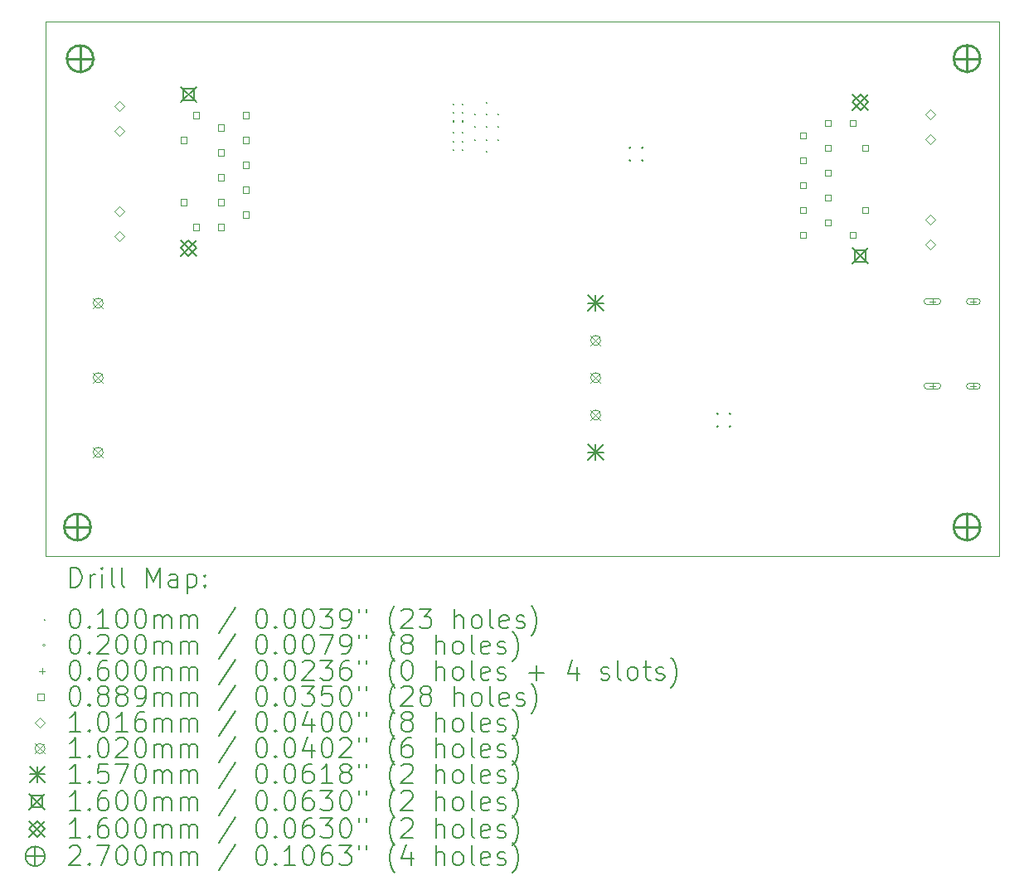
<source format=gbr>
%TF.GenerationSoftware,KiCad,Pcbnew,7.0.11+dfsg-1build4*%
%TF.CreationDate,2024-07-15T15:28:05+02:00*%
%TF.ProjectId,antmicro-poe-to-usbc-pd-adapter,616e746d-6963-4726-9f2d-706f652d746f,rev?*%
%TF.SameCoordinates,Original*%
%TF.FileFunction,Drillmap*%
%TF.FilePolarity,Positive*%
%FSLAX45Y45*%
G04 Gerber Fmt 4.5, Leading zero omitted, Abs format (unit mm)*
G04 Created by KiCad (PCBNEW 7.0.11+dfsg-1build4) date 2024-07-15 15:28:05 commit  463866a *
%MOMM*%
%LPD*%
G01*
G04 APERTURE LIST*
%ADD10C,0.120000*%
%ADD11C,0.200000*%
%ADD12C,0.100000*%
%ADD13C,0.101600*%
%ADD14C,0.102000*%
%ADD15C,0.157000*%
%ADD16C,0.160000*%
%ADD17C,0.160020*%
%ADD18C,0.270000*%
G04 APERTURE END LIST*
D10*
X5675000Y-4244000D02*
X15413000Y-4244000D01*
X15413000Y-9703000D01*
X5675000Y-9703000D01*
X5675000Y-4244000D01*
D11*
D12*
X9828900Y-5077300D02*
X9838900Y-5087300D01*
X9838900Y-5077300D02*
X9828900Y-5087300D01*
X9828900Y-5165000D02*
X9838900Y-5175000D01*
X9838900Y-5165000D02*
X9828900Y-5175000D01*
X9828900Y-5252400D02*
X9838900Y-5262400D01*
X9838900Y-5252400D02*
X9828900Y-5262400D01*
X9828900Y-5369800D02*
X9838900Y-5379800D01*
X9838900Y-5369800D02*
X9828900Y-5379800D01*
X9828900Y-5457500D02*
X9838900Y-5467500D01*
X9838900Y-5457500D02*
X9828900Y-5467500D01*
X9828900Y-5545000D02*
X9838900Y-5555000D01*
X9838900Y-5545000D02*
X9828900Y-5555000D01*
X9923900Y-5077300D02*
X9933900Y-5087300D01*
X9933900Y-5077300D02*
X9923900Y-5087300D01*
X9923900Y-5165000D02*
X9933900Y-5175000D01*
X9933900Y-5165000D02*
X9923900Y-5175000D01*
X9923900Y-5252300D02*
X9933900Y-5262300D01*
X9933900Y-5252300D02*
X9923900Y-5262300D01*
X9923900Y-5369800D02*
X9933900Y-5379800D01*
X9933900Y-5369800D02*
X9923900Y-5379800D01*
X9923900Y-5457500D02*
X9933900Y-5467500D01*
X9933900Y-5457500D02*
X9923900Y-5467500D01*
X9923900Y-5544900D02*
X9933900Y-5554900D01*
X9933900Y-5544900D02*
X9923900Y-5554900D01*
X10048800Y-5442200D02*
X10058800Y-5452200D01*
X10058800Y-5442200D02*
X10048800Y-5452200D01*
X10049000Y-5177900D02*
X10059000Y-5187900D01*
X10059000Y-5177900D02*
X10049000Y-5187900D01*
X10049000Y-5310000D02*
X10059000Y-5320000D01*
X10059000Y-5310000D02*
X10049000Y-5320000D01*
X10168800Y-5059600D02*
X10178800Y-5069600D01*
X10178800Y-5059600D02*
X10168800Y-5069600D01*
X10168800Y-5177300D02*
X10178800Y-5187300D01*
X10178800Y-5177300D02*
X10168800Y-5187300D01*
X10168800Y-5442200D02*
X10178800Y-5452200D01*
X10178800Y-5442200D02*
X10168800Y-5452200D01*
X10168800Y-5559600D02*
X10178800Y-5569600D01*
X10178800Y-5559600D02*
X10168800Y-5569600D01*
X10169000Y-5310000D02*
X10179000Y-5320000D01*
X10179000Y-5310000D02*
X10169000Y-5320000D01*
X10288800Y-5177300D02*
X10298800Y-5187300D01*
X10298800Y-5177300D02*
X10288800Y-5187300D01*
X10288800Y-5309900D02*
X10298800Y-5319900D01*
X10298800Y-5309900D02*
X10288800Y-5319900D01*
X10288800Y-5442200D02*
X10298800Y-5452200D01*
X10298800Y-5442200D02*
X10288800Y-5452200D01*
X11652000Y-5531000D02*
G75*
G03*
X11632000Y-5531000I-10000J0D01*
G01*
X11632000Y-5531000D02*
G75*
G03*
X11652000Y-5531000I10000J0D01*
G01*
X11652000Y-5661000D02*
G75*
G03*
X11632000Y-5661000I-10000J0D01*
G01*
X11632000Y-5661000D02*
G75*
G03*
X11652000Y-5661000I10000J0D01*
G01*
X11779000Y-5531000D02*
G75*
G03*
X11759000Y-5531000I-10000J0D01*
G01*
X11759000Y-5531000D02*
G75*
G03*
X11779000Y-5531000I10000J0D01*
G01*
X11779000Y-5661000D02*
G75*
G03*
X11759000Y-5661000I-10000J0D01*
G01*
X11759000Y-5661000D02*
G75*
G03*
X11779000Y-5661000I10000J0D01*
G01*
X12545500Y-8249000D02*
G75*
G03*
X12525500Y-8249000I-10000J0D01*
G01*
X12525500Y-8249000D02*
G75*
G03*
X12545500Y-8249000I10000J0D01*
G01*
X12545500Y-8379000D02*
G75*
G03*
X12525500Y-8379000I-10000J0D01*
G01*
X12525500Y-8379000D02*
G75*
G03*
X12545500Y-8379000I10000J0D01*
G01*
X12672500Y-8249000D02*
G75*
G03*
X12652500Y-8249000I-10000J0D01*
G01*
X12652500Y-8249000D02*
G75*
G03*
X12672500Y-8249000I10000J0D01*
G01*
X12672500Y-8379000D02*
G75*
G03*
X12652500Y-8379000I-10000J0D01*
G01*
X12652500Y-8379000D02*
G75*
G03*
X12672500Y-8379000I10000J0D01*
G01*
X14730900Y-7072000D02*
X14730900Y-7132000D01*
X14700900Y-7102000D02*
X14760900Y-7102000D01*
X14675900Y-7132000D02*
X14785900Y-7132000D01*
X14785900Y-7132000D02*
G75*
G03*
X14785900Y-7072000I0J30000D01*
G01*
X14785900Y-7072000D02*
X14675900Y-7072000D01*
X14675900Y-7072000D02*
G75*
G03*
X14675900Y-7132000I0J-30000D01*
G01*
X14730900Y-7936100D02*
X14730900Y-7996100D01*
X14700900Y-7966100D02*
X14760900Y-7966100D01*
X14675900Y-7996100D02*
X14785900Y-7996100D01*
X14785900Y-7996100D02*
G75*
G03*
X14785900Y-7936100I0J30000D01*
G01*
X14785900Y-7936100D02*
X14675900Y-7936100D01*
X14675900Y-7936100D02*
G75*
G03*
X14675900Y-7996100I0J-30000D01*
G01*
X15149000Y-7072000D02*
X15149000Y-7132000D01*
X15119000Y-7102000D02*
X15179000Y-7102000D01*
X15109000Y-7132000D02*
X15189000Y-7132000D01*
X15189000Y-7132000D02*
G75*
G03*
X15189000Y-7072000I0J30000D01*
G01*
X15189000Y-7072000D02*
X15109000Y-7072000D01*
X15109000Y-7072000D02*
G75*
G03*
X15109000Y-7132000I0J-30000D01*
G01*
X15149000Y-7936100D02*
X15149000Y-7996100D01*
X15119000Y-7966100D02*
X15179000Y-7966100D01*
X15109000Y-7996100D02*
X15189000Y-7996100D01*
X15189000Y-7996100D02*
G75*
G03*
X15189000Y-7936100I0J30000D01*
G01*
X15189000Y-7936100D02*
X15109000Y-7936100D01*
X15109000Y-7936100D02*
G75*
G03*
X15109000Y-7996100I0J-30000D01*
G01*
X7118531Y-5485431D02*
X7118531Y-5422569D01*
X7055669Y-5422569D01*
X7055669Y-5485431D01*
X7118531Y-5485431D01*
X7118531Y-6120531D02*
X7118531Y-6057669D01*
X7055669Y-6057669D01*
X7055669Y-6120531D01*
X7118531Y-6120531D01*
X7244631Y-5231531D02*
X7244631Y-5168669D01*
X7181769Y-5168669D01*
X7181769Y-5231531D01*
X7244631Y-5231531D01*
X7245431Y-6374431D02*
X7245431Y-6311569D01*
X7182569Y-6311569D01*
X7182569Y-6374431D01*
X7245431Y-6374431D01*
X7498531Y-5358431D02*
X7498531Y-5295569D01*
X7435669Y-5295569D01*
X7435669Y-5358431D01*
X7498531Y-5358431D01*
X7498531Y-5612431D02*
X7498531Y-5549569D01*
X7435669Y-5549569D01*
X7435669Y-5612431D01*
X7498531Y-5612431D01*
X7498531Y-5866431D02*
X7498531Y-5803569D01*
X7435669Y-5803569D01*
X7435669Y-5866431D01*
X7498531Y-5866431D01*
X7498531Y-6120531D02*
X7498531Y-6057669D01*
X7435669Y-6057669D01*
X7435669Y-6120531D01*
X7498531Y-6120531D01*
X7498531Y-6374431D02*
X7498531Y-6311569D01*
X7435669Y-6311569D01*
X7435669Y-6374431D01*
X7498531Y-6374431D01*
X7752431Y-5231531D02*
X7752431Y-5168669D01*
X7689569Y-5168669D01*
X7689569Y-5231531D01*
X7752431Y-5231531D01*
X7752431Y-5485431D02*
X7752431Y-5422569D01*
X7689569Y-5422569D01*
X7689569Y-5485431D01*
X7752431Y-5485431D01*
X7752431Y-5739331D02*
X7752431Y-5676469D01*
X7689569Y-5676469D01*
X7689569Y-5739331D01*
X7752431Y-5739331D01*
X7752431Y-5993331D02*
X7752431Y-5930469D01*
X7689569Y-5930469D01*
X7689569Y-5993331D01*
X7752431Y-5993331D01*
X7752431Y-6247431D02*
X7752431Y-6184569D01*
X7689569Y-6184569D01*
X7689569Y-6247431D01*
X7752431Y-6247431D01*
X13442931Y-5438331D02*
X13442931Y-5375469D01*
X13380069Y-5375469D01*
X13380069Y-5438331D01*
X13442931Y-5438331D01*
X13442931Y-5692431D02*
X13442931Y-5629569D01*
X13380069Y-5629569D01*
X13380069Y-5692431D01*
X13442931Y-5692431D01*
X13442931Y-5946431D02*
X13442931Y-5883569D01*
X13380069Y-5883569D01*
X13380069Y-5946431D01*
X13442931Y-5946431D01*
X13442931Y-6200331D02*
X13442931Y-6137469D01*
X13380069Y-6137469D01*
X13380069Y-6200331D01*
X13442931Y-6200331D01*
X13442931Y-6454231D02*
X13442931Y-6391369D01*
X13380069Y-6391369D01*
X13380069Y-6454231D01*
X13442931Y-6454231D01*
X13696831Y-5311331D02*
X13696831Y-5248469D01*
X13633969Y-5248469D01*
X13633969Y-5311331D01*
X13696831Y-5311331D01*
X13696831Y-5565231D02*
X13696831Y-5502369D01*
X13633969Y-5502369D01*
X13633969Y-5565231D01*
X13696831Y-5565231D01*
X13696831Y-5819331D02*
X13696831Y-5756469D01*
X13633969Y-5756469D01*
X13633969Y-5819331D01*
X13696831Y-5819331D01*
X13696831Y-6073331D02*
X13696831Y-6010469D01*
X13633969Y-6010469D01*
X13633969Y-6073331D01*
X13696831Y-6073331D01*
X13696831Y-6327331D02*
X13696831Y-6264469D01*
X13633969Y-6264469D01*
X13633969Y-6327331D01*
X13696831Y-6327331D01*
X13949931Y-5311331D02*
X13949931Y-5248469D01*
X13887069Y-5248469D01*
X13887069Y-5311331D01*
X13949931Y-5311331D01*
X13950731Y-6454231D02*
X13950731Y-6391369D01*
X13887869Y-6391369D01*
X13887869Y-6454231D01*
X13950731Y-6454231D01*
X14076831Y-5565231D02*
X14076831Y-5502369D01*
X14013969Y-5502369D01*
X14013969Y-5565231D01*
X14076831Y-5565231D01*
X14076831Y-6200331D02*
X14076831Y-6137469D01*
X14013969Y-6137469D01*
X14013969Y-6200331D01*
X14076831Y-6200331D01*
D13*
X6425200Y-5158200D02*
X6476000Y-5107400D01*
X6425200Y-5056600D01*
X6374400Y-5107400D01*
X6425200Y-5158200D01*
X6425200Y-5412300D02*
X6476000Y-5361500D01*
X6425200Y-5310700D01*
X6374400Y-5361500D01*
X6425200Y-5412300D01*
X6425200Y-6232300D02*
X6476000Y-6181500D01*
X6425200Y-6130700D01*
X6374400Y-6181500D01*
X6425200Y-6232300D01*
X6425200Y-6486400D02*
X6476000Y-6435600D01*
X6425200Y-6384800D01*
X6374400Y-6435600D01*
X6425200Y-6486400D01*
X14707300Y-5238100D02*
X14758100Y-5187300D01*
X14707300Y-5136500D01*
X14656500Y-5187300D01*
X14707300Y-5238100D01*
X14707300Y-5492200D02*
X14758100Y-5441400D01*
X14707300Y-5390600D01*
X14656500Y-5441400D01*
X14707300Y-5492200D01*
X14707300Y-6312200D02*
X14758100Y-6261400D01*
X14707300Y-6210600D01*
X14656500Y-6261400D01*
X14707300Y-6312200D01*
X14707300Y-6566300D02*
X14758100Y-6515500D01*
X14707300Y-6464700D01*
X14656500Y-6515500D01*
X14707300Y-6566300D01*
D14*
X6162000Y-7067000D02*
X6264000Y-7169000D01*
X6264000Y-7067000D02*
X6162000Y-7169000D01*
X6264000Y-7118000D02*
G75*
G03*
X6162000Y-7118000I-51000J0D01*
G01*
X6162000Y-7118000D02*
G75*
G03*
X6264000Y-7118000I51000J0D01*
G01*
X6162000Y-7829000D02*
X6264000Y-7931000D01*
X6264000Y-7829000D02*
X6162000Y-7931000D01*
X6264000Y-7880000D02*
G75*
G03*
X6162000Y-7880000I-51000J0D01*
G01*
X6162000Y-7880000D02*
G75*
G03*
X6264000Y-7880000I51000J0D01*
G01*
X6162000Y-8591000D02*
X6264000Y-8693000D01*
X6264000Y-8591000D02*
X6162000Y-8693000D01*
X6264000Y-8642000D02*
G75*
G03*
X6162000Y-8642000I-51000J0D01*
G01*
X6162000Y-8642000D02*
G75*
G03*
X6264000Y-8642000I51000J0D01*
G01*
X11242000Y-7448000D02*
X11344000Y-7550000D01*
X11344000Y-7448000D02*
X11242000Y-7550000D01*
X11344000Y-7499000D02*
G75*
G03*
X11242000Y-7499000I-51000J0D01*
G01*
X11242000Y-7499000D02*
G75*
G03*
X11344000Y-7499000I51000J0D01*
G01*
X11242000Y-7829000D02*
X11344000Y-7931000D01*
X11344000Y-7829000D02*
X11242000Y-7931000D01*
X11344000Y-7880000D02*
G75*
G03*
X11242000Y-7880000I-51000J0D01*
G01*
X11242000Y-7880000D02*
G75*
G03*
X11344000Y-7880000I51000J0D01*
G01*
X11242000Y-8210000D02*
X11344000Y-8312000D01*
X11344000Y-8210000D02*
X11242000Y-8312000D01*
X11344000Y-8261000D02*
G75*
G03*
X11242000Y-8261000I-51000J0D01*
G01*
X11242000Y-8261000D02*
G75*
G03*
X11344000Y-8261000I51000J0D01*
G01*
D15*
X11214500Y-7039500D02*
X11371500Y-7196500D01*
X11371500Y-7039500D02*
X11214500Y-7196500D01*
X11293000Y-7039500D02*
X11293000Y-7196500D01*
X11214500Y-7118000D02*
X11371500Y-7118000D01*
X11214500Y-8563500D02*
X11371500Y-8720500D01*
X11371500Y-8563500D02*
X11214500Y-8720500D01*
X11293000Y-8563500D02*
X11293000Y-8720500D01*
X11214500Y-8642000D02*
X11371500Y-8642000D01*
D16*
X7056000Y-4906500D02*
X7216000Y-5066500D01*
X7216000Y-4906500D02*
X7056000Y-5066500D01*
X7192569Y-5043069D02*
X7192569Y-4929931D01*
X7079431Y-4929931D01*
X7079431Y-5043069D01*
X7192569Y-5043069D01*
X13916500Y-6556400D02*
X14076500Y-6716400D01*
X14076500Y-6556400D02*
X13916500Y-6716400D01*
X14053069Y-6692969D02*
X14053069Y-6579831D01*
X13939931Y-6579831D01*
X13939931Y-6692969D01*
X14053069Y-6692969D01*
D17*
X7055990Y-6476390D02*
X7216010Y-6636410D01*
X7216010Y-6476390D02*
X7055990Y-6636410D01*
X7136000Y-6636410D02*
X7216010Y-6556400D01*
X7136000Y-6476390D01*
X7055990Y-6556400D01*
X7136000Y-6636410D01*
X13916490Y-4986490D02*
X14076510Y-5146510D01*
X14076510Y-4986490D02*
X13916490Y-5146510D01*
X13996500Y-5146510D02*
X14076510Y-5066500D01*
X13996500Y-4986490D01*
X13916490Y-5066500D01*
X13996500Y-5146510D01*
D18*
X6001000Y-9271000D02*
X6001000Y-9541000D01*
X5866000Y-9406000D02*
X6136000Y-9406000D01*
X6136000Y-9406000D02*
G75*
G03*
X5866000Y-9406000I-135000J0D01*
G01*
X5866000Y-9406000D02*
G75*
G03*
X6136000Y-9406000I135000J0D01*
G01*
X6028500Y-4486000D02*
X6028500Y-4756000D01*
X5893500Y-4621000D02*
X6163500Y-4621000D01*
X6163500Y-4621000D02*
G75*
G03*
X5893500Y-4621000I-135000J0D01*
G01*
X5893500Y-4621000D02*
G75*
G03*
X6163500Y-4621000I135000J0D01*
G01*
X15084000Y-4485000D02*
X15084000Y-4755000D01*
X14949000Y-4620000D02*
X15219000Y-4620000D01*
X15219000Y-4620000D02*
G75*
G03*
X14949000Y-4620000I-135000J0D01*
G01*
X14949000Y-4620000D02*
G75*
G03*
X15219000Y-4620000I135000J0D01*
G01*
X15084000Y-9270000D02*
X15084000Y-9540000D01*
X14949000Y-9405000D02*
X15219000Y-9405000D01*
X15219000Y-9405000D02*
G75*
G03*
X14949000Y-9405000I-135000J0D01*
G01*
X14949000Y-9405000D02*
G75*
G03*
X15219000Y-9405000I135000J0D01*
G01*
D11*
X5929777Y-10020484D02*
X5929777Y-9820484D01*
X5929777Y-9820484D02*
X5977396Y-9820484D01*
X5977396Y-9820484D02*
X6005967Y-9830008D01*
X6005967Y-9830008D02*
X6025015Y-9849055D01*
X6025015Y-9849055D02*
X6034539Y-9868103D01*
X6034539Y-9868103D02*
X6044062Y-9906198D01*
X6044062Y-9906198D02*
X6044062Y-9934770D01*
X6044062Y-9934770D02*
X6034539Y-9972865D01*
X6034539Y-9972865D02*
X6025015Y-9991912D01*
X6025015Y-9991912D02*
X6005967Y-10010960D01*
X6005967Y-10010960D02*
X5977396Y-10020484D01*
X5977396Y-10020484D02*
X5929777Y-10020484D01*
X6129777Y-10020484D02*
X6129777Y-9887150D01*
X6129777Y-9925246D02*
X6139301Y-9906198D01*
X6139301Y-9906198D02*
X6148824Y-9896674D01*
X6148824Y-9896674D02*
X6167872Y-9887150D01*
X6167872Y-9887150D02*
X6186920Y-9887150D01*
X6253586Y-10020484D02*
X6253586Y-9887150D01*
X6253586Y-9820484D02*
X6244062Y-9830008D01*
X6244062Y-9830008D02*
X6253586Y-9839531D01*
X6253586Y-9839531D02*
X6263110Y-9830008D01*
X6263110Y-9830008D02*
X6253586Y-9820484D01*
X6253586Y-9820484D02*
X6253586Y-9839531D01*
X6377396Y-10020484D02*
X6358348Y-10010960D01*
X6358348Y-10010960D02*
X6348824Y-9991912D01*
X6348824Y-9991912D02*
X6348824Y-9820484D01*
X6482158Y-10020484D02*
X6463110Y-10010960D01*
X6463110Y-10010960D02*
X6453586Y-9991912D01*
X6453586Y-9991912D02*
X6453586Y-9820484D01*
X6710729Y-10020484D02*
X6710729Y-9820484D01*
X6710729Y-9820484D02*
X6777396Y-9963341D01*
X6777396Y-9963341D02*
X6844062Y-9820484D01*
X6844062Y-9820484D02*
X6844062Y-10020484D01*
X7025015Y-10020484D02*
X7025015Y-9915722D01*
X7025015Y-9915722D02*
X7015491Y-9896674D01*
X7015491Y-9896674D02*
X6996443Y-9887150D01*
X6996443Y-9887150D02*
X6958348Y-9887150D01*
X6958348Y-9887150D02*
X6939301Y-9896674D01*
X7025015Y-10010960D02*
X7005967Y-10020484D01*
X7005967Y-10020484D02*
X6958348Y-10020484D01*
X6958348Y-10020484D02*
X6939301Y-10010960D01*
X6939301Y-10010960D02*
X6929777Y-9991912D01*
X6929777Y-9991912D02*
X6929777Y-9972865D01*
X6929777Y-9972865D02*
X6939301Y-9953817D01*
X6939301Y-9953817D02*
X6958348Y-9944293D01*
X6958348Y-9944293D02*
X7005967Y-9944293D01*
X7005967Y-9944293D02*
X7025015Y-9934770D01*
X7120253Y-9887150D02*
X7120253Y-10087150D01*
X7120253Y-9896674D02*
X7139301Y-9887150D01*
X7139301Y-9887150D02*
X7177396Y-9887150D01*
X7177396Y-9887150D02*
X7196443Y-9896674D01*
X7196443Y-9896674D02*
X7205967Y-9906198D01*
X7205967Y-9906198D02*
X7215491Y-9925246D01*
X7215491Y-9925246D02*
X7215491Y-9982389D01*
X7215491Y-9982389D02*
X7205967Y-10001436D01*
X7205967Y-10001436D02*
X7196443Y-10010960D01*
X7196443Y-10010960D02*
X7177396Y-10020484D01*
X7177396Y-10020484D02*
X7139301Y-10020484D01*
X7139301Y-10020484D02*
X7120253Y-10010960D01*
X7301205Y-10001436D02*
X7310729Y-10010960D01*
X7310729Y-10010960D02*
X7301205Y-10020484D01*
X7301205Y-10020484D02*
X7291682Y-10010960D01*
X7291682Y-10010960D02*
X7301205Y-10001436D01*
X7301205Y-10001436D02*
X7301205Y-10020484D01*
X7301205Y-9896674D02*
X7310729Y-9906198D01*
X7310729Y-9906198D02*
X7301205Y-9915722D01*
X7301205Y-9915722D02*
X7291682Y-9906198D01*
X7291682Y-9906198D02*
X7301205Y-9896674D01*
X7301205Y-9896674D02*
X7301205Y-9915722D01*
D12*
X5659000Y-10344000D02*
X5669000Y-10354000D01*
X5669000Y-10344000D02*
X5659000Y-10354000D01*
D11*
X5967872Y-10240484D02*
X5986920Y-10240484D01*
X5986920Y-10240484D02*
X6005967Y-10250008D01*
X6005967Y-10250008D02*
X6015491Y-10259531D01*
X6015491Y-10259531D02*
X6025015Y-10278579D01*
X6025015Y-10278579D02*
X6034539Y-10316674D01*
X6034539Y-10316674D02*
X6034539Y-10364293D01*
X6034539Y-10364293D02*
X6025015Y-10402389D01*
X6025015Y-10402389D02*
X6015491Y-10421436D01*
X6015491Y-10421436D02*
X6005967Y-10430960D01*
X6005967Y-10430960D02*
X5986920Y-10440484D01*
X5986920Y-10440484D02*
X5967872Y-10440484D01*
X5967872Y-10440484D02*
X5948824Y-10430960D01*
X5948824Y-10430960D02*
X5939301Y-10421436D01*
X5939301Y-10421436D02*
X5929777Y-10402389D01*
X5929777Y-10402389D02*
X5920253Y-10364293D01*
X5920253Y-10364293D02*
X5920253Y-10316674D01*
X5920253Y-10316674D02*
X5929777Y-10278579D01*
X5929777Y-10278579D02*
X5939301Y-10259531D01*
X5939301Y-10259531D02*
X5948824Y-10250008D01*
X5948824Y-10250008D02*
X5967872Y-10240484D01*
X6120253Y-10421436D02*
X6129777Y-10430960D01*
X6129777Y-10430960D02*
X6120253Y-10440484D01*
X6120253Y-10440484D02*
X6110729Y-10430960D01*
X6110729Y-10430960D02*
X6120253Y-10421436D01*
X6120253Y-10421436D02*
X6120253Y-10440484D01*
X6320253Y-10440484D02*
X6205967Y-10440484D01*
X6263110Y-10440484D02*
X6263110Y-10240484D01*
X6263110Y-10240484D02*
X6244062Y-10269055D01*
X6244062Y-10269055D02*
X6225015Y-10288103D01*
X6225015Y-10288103D02*
X6205967Y-10297627D01*
X6444062Y-10240484D02*
X6463110Y-10240484D01*
X6463110Y-10240484D02*
X6482158Y-10250008D01*
X6482158Y-10250008D02*
X6491682Y-10259531D01*
X6491682Y-10259531D02*
X6501205Y-10278579D01*
X6501205Y-10278579D02*
X6510729Y-10316674D01*
X6510729Y-10316674D02*
X6510729Y-10364293D01*
X6510729Y-10364293D02*
X6501205Y-10402389D01*
X6501205Y-10402389D02*
X6491682Y-10421436D01*
X6491682Y-10421436D02*
X6482158Y-10430960D01*
X6482158Y-10430960D02*
X6463110Y-10440484D01*
X6463110Y-10440484D02*
X6444062Y-10440484D01*
X6444062Y-10440484D02*
X6425015Y-10430960D01*
X6425015Y-10430960D02*
X6415491Y-10421436D01*
X6415491Y-10421436D02*
X6405967Y-10402389D01*
X6405967Y-10402389D02*
X6396443Y-10364293D01*
X6396443Y-10364293D02*
X6396443Y-10316674D01*
X6396443Y-10316674D02*
X6405967Y-10278579D01*
X6405967Y-10278579D02*
X6415491Y-10259531D01*
X6415491Y-10259531D02*
X6425015Y-10250008D01*
X6425015Y-10250008D02*
X6444062Y-10240484D01*
X6634539Y-10240484D02*
X6653586Y-10240484D01*
X6653586Y-10240484D02*
X6672634Y-10250008D01*
X6672634Y-10250008D02*
X6682158Y-10259531D01*
X6682158Y-10259531D02*
X6691682Y-10278579D01*
X6691682Y-10278579D02*
X6701205Y-10316674D01*
X6701205Y-10316674D02*
X6701205Y-10364293D01*
X6701205Y-10364293D02*
X6691682Y-10402389D01*
X6691682Y-10402389D02*
X6682158Y-10421436D01*
X6682158Y-10421436D02*
X6672634Y-10430960D01*
X6672634Y-10430960D02*
X6653586Y-10440484D01*
X6653586Y-10440484D02*
X6634539Y-10440484D01*
X6634539Y-10440484D02*
X6615491Y-10430960D01*
X6615491Y-10430960D02*
X6605967Y-10421436D01*
X6605967Y-10421436D02*
X6596443Y-10402389D01*
X6596443Y-10402389D02*
X6586920Y-10364293D01*
X6586920Y-10364293D02*
X6586920Y-10316674D01*
X6586920Y-10316674D02*
X6596443Y-10278579D01*
X6596443Y-10278579D02*
X6605967Y-10259531D01*
X6605967Y-10259531D02*
X6615491Y-10250008D01*
X6615491Y-10250008D02*
X6634539Y-10240484D01*
X6786920Y-10440484D02*
X6786920Y-10307150D01*
X6786920Y-10326198D02*
X6796443Y-10316674D01*
X6796443Y-10316674D02*
X6815491Y-10307150D01*
X6815491Y-10307150D02*
X6844063Y-10307150D01*
X6844063Y-10307150D02*
X6863110Y-10316674D01*
X6863110Y-10316674D02*
X6872634Y-10335722D01*
X6872634Y-10335722D02*
X6872634Y-10440484D01*
X6872634Y-10335722D02*
X6882158Y-10316674D01*
X6882158Y-10316674D02*
X6901205Y-10307150D01*
X6901205Y-10307150D02*
X6929777Y-10307150D01*
X6929777Y-10307150D02*
X6948824Y-10316674D01*
X6948824Y-10316674D02*
X6958348Y-10335722D01*
X6958348Y-10335722D02*
X6958348Y-10440484D01*
X7053586Y-10440484D02*
X7053586Y-10307150D01*
X7053586Y-10326198D02*
X7063110Y-10316674D01*
X7063110Y-10316674D02*
X7082158Y-10307150D01*
X7082158Y-10307150D02*
X7110729Y-10307150D01*
X7110729Y-10307150D02*
X7129777Y-10316674D01*
X7129777Y-10316674D02*
X7139301Y-10335722D01*
X7139301Y-10335722D02*
X7139301Y-10440484D01*
X7139301Y-10335722D02*
X7148824Y-10316674D01*
X7148824Y-10316674D02*
X7167872Y-10307150D01*
X7167872Y-10307150D02*
X7196443Y-10307150D01*
X7196443Y-10307150D02*
X7215491Y-10316674D01*
X7215491Y-10316674D02*
X7225015Y-10335722D01*
X7225015Y-10335722D02*
X7225015Y-10440484D01*
X7615491Y-10230960D02*
X7444063Y-10488103D01*
X7872634Y-10240484D02*
X7891682Y-10240484D01*
X7891682Y-10240484D02*
X7910729Y-10250008D01*
X7910729Y-10250008D02*
X7920253Y-10259531D01*
X7920253Y-10259531D02*
X7929777Y-10278579D01*
X7929777Y-10278579D02*
X7939301Y-10316674D01*
X7939301Y-10316674D02*
X7939301Y-10364293D01*
X7939301Y-10364293D02*
X7929777Y-10402389D01*
X7929777Y-10402389D02*
X7920253Y-10421436D01*
X7920253Y-10421436D02*
X7910729Y-10430960D01*
X7910729Y-10430960D02*
X7891682Y-10440484D01*
X7891682Y-10440484D02*
X7872634Y-10440484D01*
X7872634Y-10440484D02*
X7853586Y-10430960D01*
X7853586Y-10430960D02*
X7844063Y-10421436D01*
X7844063Y-10421436D02*
X7834539Y-10402389D01*
X7834539Y-10402389D02*
X7825015Y-10364293D01*
X7825015Y-10364293D02*
X7825015Y-10316674D01*
X7825015Y-10316674D02*
X7834539Y-10278579D01*
X7834539Y-10278579D02*
X7844063Y-10259531D01*
X7844063Y-10259531D02*
X7853586Y-10250008D01*
X7853586Y-10250008D02*
X7872634Y-10240484D01*
X8025015Y-10421436D02*
X8034539Y-10430960D01*
X8034539Y-10430960D02*
X8025015Y-10440484D01*
X8025015Y-10440484D02*
X8015491Y-10430960D01*
X8015491Y-10430960D02*
X8025015Y-10421436D01*
X8025015Y-10421436D02*
X8025015Y-10440484D01*
X8158348Y-10240484D02*
X8177396Y-10240484D01*
X8177396Y-10240484D02*
X8196444Y-10250008D01*
X8196444Y-10250008D02*
X8205967Y-10259531D01*
X8205967Y-10259531D02*
X8215491Y-10278579D01*
X8215491Y-10278579D02*
X8225015Y-10316674D01*
X8225015Y-10316674D02*
X8225015Y-10364293D01*
X8225015Y-10364293D02*
X8215491Y-10402389D01*
X8215491Y-10402389D02*
X8205967Y-10421436D01*
X8205967Y-10421436D02*
X8196444Y-10430960D01*
X8196444Y-10430960D02*
X8177396Y-10440484D01*
X8177396Y-10440484D02*
X8158348Y-10440484D01*
X8158348Y-10440484D02*
X8139301Y-10430960D01*
X8139301Y-10430960D02*
X8129777Y-10421436D01*
X8129777Y-10421436D02*
X8120253Y-10402389D01*
X8120253Y-10402389D02*
X8110729Y-10364293D01*
X8110729Y-10364293D02*
X8110729Y-10316674D01*
X8110729Y-10316674D02*
X8120253Y-10278579D01*
X8120253Y-10278579D02*
X8129777Y-10259531D01*
X8129777Y-10259531D02*
X8139301Y-10250008D01*
X8139301Y-10250008D02*
X8158348Y-10240484D01*
X8348825Y-10240484D02*
X8367872Y-10240484D01*
X8367872Y-10240484D02*
X8386920Y-10250008D01*
X8386920Y-10250008D02*
X8396444Y-10259531D01*
X8396444Y-10259531D02*
X8405968Y-10278579D01*
X8405968Y-10278579D02*
X8415491Y-10316674D01*
X8415491Y-10316674D02*
X8415491Y-10364293D01*
X8415491Y-10364293D02*
X8405968Y-10402389D01*
X8405968Y-10402389D02*
X8396444Y-10421436D01*
X8396444Y-10421436D02*
X8386920Y-10430960D01*
X8386920Y-10430960D02*
X8367872Y-10440484D01*
X8367872Y-10440484D02*
X8348825Y-10440484D01*
X8348825Y-10440484D02*
X8329777Y-10430960D01*
X8329777Y-10430960D02*
X8320253Y-10421436D01*
X8320253Y-10421436D02*
X8310729Y-10402389D01*
X8310729Y-10402389D02*
X8301206Y-10364293D01*
X8301206Y-10364293D02*
X8301206Y-10316674D01*
X8301206Y-10316674D02*
X8310729Y-10278579D01*
X8310729Y-10278579D02*
X8320253Y-10259531D01*
X8320253Y-10259531D02*
X8329777Y-10250008D01*
X8329777Y-10250008D02*
X8348825Y-10240484D01*
X8482158Y-10240484D02*
X8605968Y-10240484D01*
X8605968Y-10240484D02*
X8539301Y-10316674D01*
X8539301Y-10316674D02*
X8567872Y-10316674D01*
X8567872Y-10316674D02*
X8586920Y-10326198D01*
X8586920Y-10326198D02*
X8596444Y-10335722D01*
X8596444Y-10335722D02*
X8605968Y-10354770D01*
X8605968Y-10354770D02*
X8605968Y-10402389D01*
X8605968Y-10402389D02*
X8596444Y-10421436D01*
X8596444Y-10421436D02*
X8586920Y-10430960D01*
X8586920Y-10430960D02*
X8567872Y-10440484D01*
X8567872Y-10440484D02*
X8510729Y-10440484D01*
X8510729Y-10440484D02*
X8491682Y-10430960D01*
X8491682Y-10430960D02*
X8482158Y-10421436D01*
X8701206Y-10440484D02*
X8739301Y-10440484D01*
X8739301Y-10440484D02*
X8758349Y-10430960D01*
X8758349Y-10430960D02*
X8767872Y-10421436D01*
X8767872Y-10421436D02*
X8786920Y-10392865D01*
X8786920Y-10392865D02*
X8796444Y-10354770D01*
X8796444Y-10354770D02*
X8796444Y-10278579D01*
X8796444Y-10278579D02*
X8786920Y-10259531D01*
X8786920Y-10259531D02*
X8777396Y-10250008D01*
X8777396Y-10250008D02*
X8758349Y-10240484D01*
X8758349Y-10240484D02*
X8720253Y-10240484D01*
X8720253Y-10240484D02*
X8701206Y-10250008D01*
X8701206Y-10250008D02*
X8691682Y-10259531D01*
X8691682Y-10259531D02*
X8682158Y-10278579D01*
X8682158Y-10278579D02*
X8682158Y-10326198D01*
X8682158Y-10326198D02*
X8691682Y-10345246D01*
X8691682Y-10345246D02*
X8701206Y-10354770D01*
X8701206Y-10354770D02*
X8720253Y-10364293D01*
X8720253Y-10364293D02*
X8758349Y-10364293D01*
X8758349Y-10364293D02*
X8777396Y-10354770D01*
X8777396Y-10354770D02*
X8786920Y-10345246D01*
X8786920Y-10345246D02*
X8796444Y-10326198D01*
X8872634Y-10240484D02*
X8872634Y-10278579D01*
X8948825Y-10240484D02*
X8948825Y-10278579D01*
X9244063Y-10516674D02*
X9234539Y-10507150D01*
X9234539Y-10507150D02*
X9215491Y-10478579D01*
X9215491Y-10478579D02*
X9205968Y-10459531D01*
X9205968Y-10459531D02*
X9196444Y-10430960D01*
X9196444Y-10430960D02*
X9186920Y-10383341D01*
X9186920Y-10383341D02*
X9186920Y-10345246D01*
X9186920Y-10345246D02*
X9196444Y-10297627D01*
X9196444Y-10297627D02*
X9205968Y-10269055D01*
X9205968Y-10269055D02*
X9215491Y-10250008D01*
X9215491Y-10250008D02*
X9234539Y-10221436D01*
X9234539Y-10221436D02*
X9244063Y-10211912D01*
X9310730Y-10259531D02*
X9320253Y-10250008D01*
X9320253Y-10250008D02*
X9339301Y-10240484D01*
X9339301Y-10240484D02*
X9386920Y-10240484D01*
X9386920Y-10240484D02*
X9405968Y-10250008D01*
X9405968Y-10250008D02*
X9415491Y-10259531D01*
X9415491Y-10259531D02*
X9425015Y-10278579D01*
X9425015Y-10278579D02*
X9425015Y-10297627D01*
X9425015Y-10297627D02*
X9415491Y-10326198D01*
X9415491Y-10326198D02*
X9301206Y-10440484D01*
X9301206Y-10440484D02*
X9425015Y-10440484D01*
X9491682Y-10240484D02*
X9615491Y-10240484D01*
X9615491Y-10240484D02*
X9548825Y-10316674D01*
X9548825Y-10316674D02*
X9577396Y-10316674D01*
X9577396Y-10316674D02*
X9596444Y-10326198D01*
X9596444Y-10326198D02*
X9605968Y-10335722D01*
X9605968Y-10335722D02*
X9615491Y-10354770D01*
X9615491Y-10354770D02*
X9615491Y-10402389D01*
X9615491Y-10402389D02*
X9605968Y-10421436D01*
X9605968Y-10421436D02*
X9596444Y-10430960D01*
X9596444Y-10430960D02*
X9577396Y-10440484D01*
X9577396Y-10440484D02*
X9520253Y-10440484D01*
X9520253Y-10440484D02*
X9501206Y-10430960D01*
X9501206Y-10430960D02*
X9491682Y-10421436D01*
X9853587Y-10440484D02*
X9853587Y-10240484D01*
X9939301Y-10440484D02*
X9939301Y-10335722D01*
X9939301Y-10335722D02*
X9929777Y-10316674D01*
X9929777Y-10316674D02*
X9910730Y-10307150D01*
X9910730Y-10307150D02*
X9882158Y-10307150D01*
X9882158Y-10307150D02*
X9863111Y-10316674D01*
X9863111Y-10316674D02*
X9853587Y-10326198D01*
X10063111Y-10440484D02*
X10044063Y-10430960D01*
X10044063Y-10430960D02*
X10034539Y-10421436D01*
X10034539Y-10421436D02*
X10025015Y-10402389D01*
X10025015Y-10402389D02*
X10025015Y-10345246D01*
X10025015Y-10345246D02*
X10034539Y-10326198D01*
X10034539Y-10326198D02*
X10044063Y-10316674D01*
X10044063Y-10316674D02*
X10063111Y-10307150D01*
X10063111Y-10307150D02*
X10091682Y-10307150D01*
X10091682Y-10307150D02*
X10110730Y-10316674D01*
X10110730Y-10316674D02*
X10120253Y-10326198D01*
X10120253Y-10326198D02*
X10129777Y-10345246D01*
X10129777Y-10345246D02*
X10129777Y-10402389D01*
X10129777Y-10402389D02*
X10120253Y-10421436D01*
X10120253Y-10421436D02*
X10110730Y-10430960D01*
X10110730Y-10430960D02*
X10091682Y-10440484D01*
X10091682Y-10440484D02*
X10063111Y-10440484D01*
X10244063Y-10440484D02*
X10225015Y-10430960D01*
X10225015Y-10430960D02*
X10215492Y-10411912D01*
X10215492Y-10411912D02*
X10215492Y-10240484D01*
X10396444Y-10430960D02*
X10377396Y-10440484D01*
X10377396Y-10440484D02*
X10339301Y-10440484D01*
X10339301Y-10440484D02*
X10320253Y-10430960D01*
X10320253Y-10430960D02*
X10310730Y-10411912D01*
X10310730Y-10411912D02*
X10310730Y-10335722D01*
X10310730Y-10335722D02*
X10320253Y-10316674D01*
X10320253Y-10316674D02*
X10339301Y-10307150D01*
X10339301Y-10307150D02*
X10377396Y-10307150D01*
X10377396Y-10307150D02*
X10396444Y-10316674D01*
X10396444Y-10316674D02*
X10405968Y-10335722D01*
X10405968Y-10335722D02*
X10405968Y-10354770D01*
X10405968Y-10354770D02*
X10310730Y-10373817D01*
X10482158Y-10430960D02*
X10501206Y-10440484D01*
X10501206Y-10440484D02*
X10539301Y-10440484D01*
X10539301Y-10440484D02*
X10558349Y-10430960D01*
X10558349Y-10430960D02*
X10567873Y-10411912D01*
X10567873Y-10411912D02*
X10567873Y-10402389D01*
X10567873Y-10402389D02*
X10558349Y-10383341D01*
X10558349Y-10383341D02*
X10539301Y-10373817D01*
X10539301Y-10373817D02*
X10510730Y-10373817D01*
X10510730Y-10373817D02*
X10491682Y-10364293D01*
X10491682Y-10364293D02*
X10482158Y-10345246D01*
X10482158Y-10345246D02*
X10482158Y-10335722D01*
X10482158Y-10335722D02*
X10491682Y-10316674D01*
X10491682Y-10316674D02*
X10510730Y-10307150D01*
X10510730Y-10307150D02*
X10539301Y-10307150D01*
X10539301Y-10307150D02*
X10558349Y-10316674D01*
X10634539Y-10516674D02*
X10644063Y-10507150D01*
X10644063Y-10507150D02*
X10663111Y-10478579D01*
X10663111Y-10478579D02*
X10672634Y-10459531D01*
X10672634Y-10459531D02*
X10682158Y-10430960D01*
X10682158Y-10430960D02*
X10691682Y-10383341D01*
X10691682Y-10383341D02*
X10691682Y-10345246D01*
X10691682Y-10345246D02*
X10682158Y-10297627D01*
X10682158Y-10297627D02*
X10672634Y-10269055D01*
X10672634Y-10269055D02*
X10663111Y-10250008D01*
X10663111Y-10250008D02*
X10644063Y-10221436D01*
X10644063Y-10221436D02*
X10634539Y-10211912D01*
D12*
X5669000Y-10613000D02*
G75*
G03*
X5649000Y-10613000I-10000J0D01*
G01*
X5649000Y-10613000D02*
G75*
G03*
X5669000Y-10613000I10000J0D01*
G01*
D11*
X5967872Y-10504484D02*
X5986920Y-10504484D01*
X5986920Y-10504484D02*
X6005967Y-10514008D01*
X6005967Y-10514008D02*
X6015491Y-10523531D01*
X6015491Y-10523531D02*
X6025015Y-10542579D01*
X6025015Y-10542579D02*
X6034539Y-10580674D01*
X6034539Y-10580674D02*
X6034539Y-10628293D01*
X6034539Y-10628293D02*
X6025015Y-10666389D01*
X6025015Y-10666389D02*
X6015491Y-10685436D01*
X6015491Y-10685436D02*
X6005967Y-10694960D01*
X6005967Y-10694960D02*
X5986920Y-10704484D01*
X5986920Y-10704484D02*
X5967872Y-10704484D01*
X5967872Y-10704484D02*
X5948824Y-10694960D01*
X5948824Y-10694960D02*
X5939301Y-10685436D01*
X5939301Y-10685436D02*
X5929777Y-10666389D01*
X5929777Y-10666389D02*
X5920253Y-10628293D01*
X5920253Y-10628293D02*
X5920253Y-10580674D01*
X5920253Y-10580674D02*
X5929777Y-10542579D01*
X5929777Y-10542579D02*
X5939301Y-10523531D01*
X5939301Y-10523531D02*
X5948824Y-10514008D01*
X5948824Y-10514008D02*
X5967872Y-10504484D01*
X6120253Y-10685436D02*
X6129777Y-10694960D01*
X6129777Y-10694960D02*
X6120253Y-10704484D01*
X6120253Y-10704484D02*
X6110729Y-10694960D01*
X6110729Y-10694960D02*
X6120253Y-10685436D01*
X6120253Y-10685436D02*
X6120253Y-10704484D01*
X6205967Y-10523531D02*
X6215491Y-10514008D01*
X6215491Y-10514008D02*
X6234539Y-10504484D01*
X6234539Y-10504484D02*
X6282158Y-10504484D01*
X6282158Y-10504484D02*
X6301205Y-10514008D01*
X6301205Y-10514008D02*
X6310729Y-10523531D01*
X6310729Y-10523531D02*
X6320253Y-10542579D01*
X6320253Y-10542579D02*
X6320253Y-10561627D01*
X6320253Y-10561627D02*
X6310729Y-10590198D01*
X6310729Y-10590198D02*
X6196443Y-10704484D01*
X6196443Y-10704484D02*
X6320253Y-10704484D01*
X6444062Y-10504484D02*
X6463110Y-10504484D01*
X6463110Y-10504484D02*
X6482158Y-10514008D01*
X6482158Y-10514008D02*
X6491682Y-10523531D01*
X6491682Y-10523531D02*
X6501205Y-10542579D01*
X6501205Y-10542579D02*
X6510729Y-10580674D01*
X6510729Y-10580674D02*
X6510729Y-10628293D01*
X6510729Y-10628293D02*
X6501205Y-10666389D01*
X6501205Y-10666389D02*
X6491682Y-10685436D01*
X6491682Y-10685436D02*
X6482158Y-10694960D01*
X6482158Y-10694960D02*
X6463110Y-10704484D01*
X6463110Y-10704484D02*
X6444062Y-10704484D01*
X6444062Y-10704484D02*
X6425015Y-10694960D01*
X6425015Y-10694960D02*
X6415491Y-10685436D01*
X6415491Y-10685436D02*
X6405967Y-10666389D01*
X6405967Y-10666389D02*
X6396443Y-10628293D01*
X6396443Y-10628293D02*
X6396443Y-10580674D01*
X6396443Y-10580674D02*
X6405967Y-10542579D01*
X6405967Y-10542579D02*
X6415491Y-10523531D01*
X6415491Y-10523531D02*
X6425015Y-10514008D01*
X6425015Y-10514008D02*
X6444062Y-10504484D01*
X6634539Y-10504484D02*
X6653586Y-10504484D01*
X6653586Y-10504484D02*
X6672634Y-10514008D01*
X6672634Y-10514008D02*
X6682158Y-10523531D01*
X6682158Y-10523531D02*
X6691682Y-10542579D01*
X6691682Y-10542579D02*
X6701205Y-10580674D01*
X6701205Y-10580674D02*
X6701205Y-10628293D01*
X6701205Y-10628293D02*
X6691682Y-10666389D01*
X6691682Y-10666389D02*
X6682158Y-10685436D01*
X6682158Y-10685436D02*
X6672634Y-10694960D01*
X6672634Y-10694960D02*
X6653586Y-10704484D01*
X6653586Y-10704484D02*
X6634539Y-10704484D01*
X6634539Y-10704484D02*
X6615491Y-10694960D01*
X6615491Y-10694960D02*
X6605967Y-10685436D01*
X6605967Y-10685436D02*
X6596443Y-10666389D01*
X6596443Y-10666389D02*
X6586920Y-10628293D01*
X6586920Y-10628293D02*
X6586920Y-10580674D01*
X6586920Y-10580674D02*
X6596443Y-10542579D01*
X6596443Y-10542579D02*
X6605967Y-10523531D01*
X6605967Y-10523531D02*
X6615491Y-10514008D01*
X6615491Y-10514008D02*
X6634539Y-10504484D01*
X6786920Y-10704484D02*
X6786920Y-10571150D01*
X6786920Y-10590198D02*
X6796443Y-10580674D01*
X6796443Y-10580674D02*
X6815491Y-10571150D01*
X6815491Y-10571150D02*
X6844063Y-10571150D01*
X6844063Y-10571150D02*
X6863110Y-10580674D01*
X6863110Y-10580674D02*
X6872634Y-10599722D01*
X6872634Y-10599722D02*
X6872634Y-10704484D01*
X6872634Y-10599722D02*
X6882158Y-10580674D01*
X6882158Y-10580674D02*
X6901205Y-10571150D01*
X6901205Y-10571150D02*
X6929777Y-10571150D01*
X6929777Y-10571150D02*
X6948824Y-10580674D01*
X6948824Y-10580674D02*
X6958348Y-10599722D01*
X6958348Y-10599722D02*
X6958348Y-10704484D01*
X7053586Y-10704484D02*
X7053586Y-10571150D01*
X7053586Y-10590198D02*
X7063110Y-10580674D01*
X7063110Y-10580674D02*
X7082158Y-10571150D01*
X7082158Y-10571150D02*
X7110729Y-10571150D01*
X7110729Y-10571150D02*
X7129777Y-10580674D01*
X7129777Y-10580674D02*
X7139301Y-10599722D01*
X7139301Y-10599722D02*
X7139301Y-10704484D01*
X7139301Y-10599722D02*
X7148824Y-10580674D01*
X7148824Y-10580674D02*
X7167872Y-10571150D01*
X7167872Y-10571150D02*
X7196443Y-10571150D01*
X7196443Y-10571150D02*
X7215491Y-10580674D01*
X7215491Y-10580674D02*
X7225015Y-10599722D01*
X7225015Y-10599722D02*
X7225015Y-10704484D01*
X7615491Y-10494960D02*
X7444063Y-10752103D01*
X7872634Y-10504484D02*
X7891682Y-10504484D01*
X7891682Y-10504484D02*
X7910729Y-10514008D01*
X7910729Y-10514008D02*
X7920253Y-10523531D01*
X7920253Y-10523531D02*
X7929777Y-10542579D01*
X7929777Y-10542579D02*
X7939301Y-10580674D01*
X7939301Y-10580674D02*
X7939301Y-10628293D01*
X7939301Y-10628293D02*
X7929777Y-10666389D01*
X7929777Y-10666389D02*
X7920253Y-10685436D01*
X7920253Y-10685436D02*
X7910729Y-10694960D01*
X7910729Y-10694960D02*
X7891682Y-10704484D01*
X7891682Y-10704484D02*
X7872634Y-10704484D01*
X7872634Y-10704484D02*
X7853586Y-10694960D01*
X7853586Y-10694960D02*
X7844063Y-10685436D01*
X7844063Y-10685436D02*
X7834539Y-10666389D01*
X7834539Y-10666389D02*
X7825015Y-10628293D01*
X7825015Y-10628293D02*
X7825015Y-10580674D01*
X7825015Y-10580674D02*
X7834539Y-10542579D01*
X7834539Y-10542579D02*
X7844063Y-10523531D01*
X7844063Y-10523531D02*
X7853586Y-10514008D01*
X7853586Y-10514008D02*
X7872634Y-10504484D01*
X8025015Y-10685436D02*
X8034539Y-10694960D01*
X8034539Y-10694960D02*
X8025015Y-10704484D01*
X8025015Y-10704484D02*
X8015491Y-10694960D01*
X8015491Y-10694960D02*
X8025015Y-10685436D01*
X8025015Y-10685436D02*
X8025015Y-10704484D01*
X8158348Y-10504484D02*
X8177396Y-10504484D01*
X8177396Y-10504484D02*
X8196444Y-10514008D01*
X8196444Y-10514008D02*
X8205967Y-10523531D01*
X8205967Y-10523531D02*
X8215491Y-10542579D01*
X8215491Y-10542579D02*
X8225015Y-10580674D01*
X8225015Y-10580674D02*
X8225015Y-10628293D01*
X8225015Y-10628293D02*
X8215491Y-10666389D01*
X8215491Y-10666389D02*
X8205967Y-10685436D01*
X8205967Y-10685436D02*
X8196444Y-10694960D01*
X8196444Y-10694960D02*
X8177396Y-10704484D01*
X8177396Y-10704484D02*
X8158348Y-10704484D01*
X8158348Y-10704484D02*
X8139301Y-10694960D01*
X8139301Y-10694960D02*
X8129777Y-10685436D01*
X8129777Y-10685436D02*
X8120253Y-10666389D01*
X8120253Y-10666389D02*
X8110729Y-10628293D01*
X8110729Y-10628293D02*
X8110729Y-10580674D01*
X8110729Y-10580674D02*
X8120253Y-10542579D01*
X8120253Y-10542579D02*
X8129777Y-10523531D01*
X8129777Y-10523531D02*
X8139301Y-10514008D01*
X8139301Y-10514008D02*
X8158348Y-10504484D01*
X8348825Y-10504484D02*
X8367872Y-10504484D01*
X8367872Y-10504484D02*
X8386920Y-10514008D01*
X8386920Y-10514008D02*
X8396444Y-10523531D01*
X8396444Y-10523531D02*
X8405968Y-10542579D01*
X8405968Y-10542579D02*
X8415491Y-10580674D01*
X8415491Y-10580674D02*
X8415491Y-10628293D01*
X8415491Y-10628293D02*
X8405968Y-10666389D01*
X8405968Y-10666389D02*
X8396444Y-10685436D01*
X8396444Y-10685436D02*
X8386920Y-10694960D01*
X8386920Y-10694960D02*
X8367872Y-10704484D01*
X8367872Y-10704484D02*
X8348825Y-10704484D01*
X8348825Y-10704484D02*
X8329777Y-10694960D01*
X8329777Y-10694960D02*
X8320253Y-10685436D01*
X8320253Y-10685436D02*
X8310729Y-10666389D01*
X8310729Y-10666389D02*
X8301206Y-10628293D01*
X8301206Y-10628293D02*
X8301206Y-10580674D01*
X8301206Y-10580674D02*
X8310729Y-10542579D01*
X8310729Y-10542579D02*
X8320253Y-10523531D01*
X8320253Y-10523531D02*
X8329777Y-10514008D01*
X8329777Y-10514008D02*
X8348825Y-10504484D01*
X8482158Y-10504484D02*
X8615491Y-10504484D01*
X8615491Y-10504484D02*
X8529777Y-10704484D01*
X8701206Y-10704484D02*
X8739301Y-10704484D01*
X8739301Y-10704484D02*
X8758349Y-10694960D01*
X8758349Y-10694960D02*
X8767872Y-10685436D01*
X8767872Y-10685436D02*
X8786920Y-10656865D01*
X8786920Y-10656865D02*
X8796444Y-10618770D01*
X8796444Y-10618770D02*
X8796444Y-10542579D01*
X8796444Y-10542579D02*
X8786920Y-10523531D01*
X8786920Y-10523531D02*
X8777396Y-10514008D01*
X8777396Y-10514008D02*
X8758349Y-10504484D01*
X8758349Y-10504484D02*
X8720253Y-10504484D01*
X8720253Y-10504484D02*
X8701206Y-10514008D01*
X8701206Y-10514008D02*
X8691682Y-10523531D01*
X8691682Y-10523531D02*
X8682158Y-10542579D01*
X8682158Y-10542579D02*
X8682158Y-10590198D01*
X8682158Y-10590198D02*
X8691682Y-10609246D01*
X8691682Y-10609246D02*
X8701206Y-10618770D01*
X8701206Y-10618770D02*
X8720253Y-10628293D01*
X8720253Y-10628293D02*
X8758349Y-10628293D01*
X8758349Y-10628293D02*
X8777396Y-10618770D01*
X8777396Y-10618770D02*
X8786920Y-10609246D01*
X8786920Y-10609246D02*
X8796444Y-10590198D01*
X8872634Y-10504484D02*
X8872634Y-10542579D01*
X8948825Y-10504484D02*
X8948825Y-10542579D01*
X9244063Y-10780674D02*
X9234539Y-10771150D01*
X9234539Y-10771150D02*
X9215491Y-10742579D01*
X9215491Y-10742579D02*
X9205968Y-10723531D01*
X9205968Y-10723531D02*
X9196444Y-10694960D01*
X9196444Y-10694960D02*
X9186920Y-10647341D01*
X9186920Y-10647341D02*
X9186920Y-10609246D01*
X9186920Y-10609246D02*
X9196444Y-10561627D01*
X9196444Y-10561627D02*
X9205968Y-10533055D01*
X9205968Y-10533055D02*
X9215491Y-10514008D01*
X9215491Y-10514008D02*
X9234539Y-10485436D01*
X9234539Y-10485436D02*
X9244063Y-10475912D01*
X9348825Y-10590198D02*
X9329777Y-10580674D01*
X9329777Y-10580674D02*
X9320253Y-10571150D01*
X9320253Y-10571150D02*
X9310730Y-10552103D01*
X9310730Y-10552103D02*
X9310730Y-10542579D01*
X9310730Y-10542579D02*
X9320253Y-10523531D01*
X9320253Y-10523531D02*
X9329777Y-10514008D01*
X9329777Y-10514008D02*
X9348825Y-10504484D01*
X9348825Y-10504484D02*
X9386920Y-10504484D01*
X9386920Y-10504484D02*
X9405968Y-10514008D01*
X9405968Y-10514008D02*
X9415491Y-10523531D01*
X9415491Y-10523531D02*
X9425015Y-10542579D01*
X9425015Y-10542579D02*
X9425015Y-10552103D01*
X9425015Y-10552103D02*
X9415491Y-10571150D01*
X9415491Y-10571150D02*
X9405968Y-10580674D01*
X9405968Y-10580674D02*
X9386920Y-10590198D01*
X9386920Y-10590198D02*
X9348825Y-10590198D01*
X9348825Y-10590198D02*
X9329777Y-10599722D01*
X9329777Y-10599722D02*
X9320253Y-10609246D01*
X9320253Y-10609246D02*
X9310730Y-10628293D01*
X9310730Y-10628293D02*
X9310730Y-10666389D01*
X9310730Y-10666389D02*
X9320253Y-10685436D01*
X9320253Y-10685436D02*
X9329777Y-10694960D01*
X9329777Y-10694960D02*
X9348825Y-10704484D01*
X9348825Y-10704484D02*
X9386920Y-10704484D01*
X9386920Y-10704484D02*
X9405968Y-10694960D01*
X9405968Y-10694960D02*
X9415491Y-10685436D01*
X9415491Y-10685436D02*
X9425015Y-10666389D01*
X9425015Y-10666389D02*
X9425015Y-10628293D01*
X9425015Y-10628293D02*
X9415491Y-10609246D01*
X9415491Y-10609246D02*
X9405968Y-10599722D01*
X9405968Y-10599722D02*
X9386920Y-10590198D01*
X9663111Y-10704484D02*
X9663111Y-10504484D01*
X9748825Y-10704484D02*
X9748825Y-10599722D01*
X9748825Y-10599722D02*
X9739301Y-10580674D01*
X9739301Y-10580674D02*
X9720253Y-10571150D01*
X9720253Y-10571150D02*
X9691682Y-10571150D01*
X9691682Y-10571150D02*
X9672634Y-10580674D01*
X9672634Y-10580674D02*
X9663111Y-10590198D01*
X9872634Y-10704484D02*
X9853587Y-10694960D01*
X9853587Y-10694960D02*
X9844063Y-10685436D01*
X9844063Y-10685436D02*
X9834539Y-10666389D01*
X9834539Y-10666389D02*
X9834539Y-10609246D01*
X9834539Y-10609246D02*
X9844063Y-10590198D01*
X9844063Y-10590198D02*
X9853587Y-10580674D01*
X9853587Y-10580674D02*
X9872634Y-10571150D01*
X9872634Y-10571150D02*
X9901206Y-10571150D01*
X9901206Y-10571150D02*
X9920253Y-10580674D01*
X9920253Y-10580674D02*
X9929777Y-10590198D01*
X9929777Y-10590198D02*
X9939301Y-10609246D01*
X9939301Y-10609246D02*
X9939301Y-10666389D01*
X9939301Y-10666389D02*
X9929777Y-10685436D01*
X9929777Y-10685436D02*
X9920253Y-10694960D01*
X9920253Y-10694960D02*
X9901206Y-10704484D01*
X9901206Y-10704484D02*
X9872634Y-10704484D01*
X10053587Y-10704484D02*
X10034539Y-10694960D01*
X10034539Y-10694960D02*
X10025015Y-10675912D01*
X10025015Y-10675912D02*
X10025015Y-10504484D01*
X10205968Y-10694960D02*
X10186920Y-10704484D01*
X10186920Y-10704484D02*
X10148825Y-10704484D01*
X10148825Y-10704484D02*
X10129777Y-10694960D01*
X10129777Y-10694960D02*
X10120253Y-10675912D01*
X10120253Y-10675912D02*
X10120253Y-10599722D01*
X10120253Y-10599722D02*
X10129777Y-10580674D01*
X10129777Y-10580674D02*
X10148825Y-10571150D01*
X10148825Y-10571150D02*
X10186920Y-10571150D01*
X10186920Y-10571150D02*
X10205968Y-10580674D01*
X10205968Y-10580674D02*
X10215492Y-10599722D01*
X10215492Y-10599722D02*
X10215492Y-10618770D01*
X10215492Y-10618770D02*
X10120253Y-10637817D01*
X10291682Y-10694960D02*
X10310730Y-10704484D01*
X10310730Y-10704484D02*
X10348825Y-10704484D01*
X10348825Y-10704484D02*
X10367873Y-10694960D01*
X10367873Y-10694960D02*
X10377396Y-10675912D01*
X10377396Y-10675912D02*
X10377396Y-10666389D01*
X10377396Y-10666389D02*
X10367873Y-10647341D01*
X10367873Y-10647341D02*
X10348825Y-10637817D01*
X10348825Y-10637817D02*
X10320253Y-10637817D01*
X10320253Y-10637817D02*
X10301206Y-10628293D01*
X10301206Y-10628293D02*
X10291682Y-10609246D01*
X10291682Y-10609246D02*
X10291682Y-10599722D01*
X10291682Y-10599722D02*
X10301206Y-10580674D01*
X10301206Y-10580674D02*
X10320253Y-10571150D01*
X10320253Y-10571150D02*
X10348825Y-10571150D01*
X10348825Y-10571150D02*
X10367873Y-10580674D01*
X10444063Y-10780674D02*
X10453587Y-10771150D01*
X10453587Y-10771150D02*
X10472634Y-10742579D01*
X10472634Y-10742579D02*
X10482158Y-10723531D01*
X10482158Y-10723531D02*
X10491682Y-10694960D01*
X10491682Y-10694960D02*
X10501206Y-10647341D01*
X10501206Y-10647341D02*
X10501206Y-10609246D01*
X10501206Y-10609246D02*
X10491682Y-10561627D01*
X10491682Y-10561627D02*
X10482158Y-10533055D01*
X10482158Y-10533055D02*
X10472634Y-10514008D01*
X10472634Y-10514008D02*
X10453587Y-10485436D01*
X10453587Y-10485436D02*
X10444063Y-10475912D01*
D12*
X5639000Y-10847000D02*
X5639000Y-10907000D01*
X5609000Y-10877000D02*
X5669000Y-10877000D01*
D11*
X5967872Y-10768484D02*
X5986920Y-10768484D01*
X5986920Y-10768484D02*
X6005967Y-10778008D01*
X6005967Y-10778008D02*
X6015491Y-10787531D01*
X6015491Y-10787531D02*
X6025015Y-10806579D01*
X6025015Y-10806579D02*
X6034539Y-10844674D01*
X6034539Y-10844674D02*
X6034539Y-10892293D01*
X6034539Y-10892293D02*
X6025015Y-10930389D01*
X6025015Y-10930389D02*
X6015491Y-10949436D01*
X6015491Y-10949436D02*
X6005967Y-10958960D01*
X6005967Y-10958960D02*
X5986920Y-10968484D01*
X5986920Y-10968484D02*
X5967872Y-10968484D01*
X5967872Y-10968484D02*
X5948824Y-10958960D01*
X5948824Y-10958960D02*
X5939301Y-10949436D01*
X5939301Y-10949436D02*
X5929777Y-10930389D01*
X5929777Y-10930389D02*
X5920253Y-10892293D01*
X5920253Y-10892293D02*
X5920253Y-10844674D01*
X5920253Y-10844674D02*
X5929777Y-10806579D01*
X5929777Y-10806579D02*
X5939301Y-10787531D01*
X5939301Y-10787531D02*
X5948824Y-10778008D01*
X5948824Y-10778008D02*
X5967872Y-10768484D01*
X6120253Y-10949436D02*
X6129777Y-10958960D01*
X6129777Y-10958960D02*
X6120253Y-10968484D01*
X6120253Y-10968484D02*
X6110729Y-10958960D01*
X6110729Y-10958960D02*
X6120253Y-10949436D01*
X6120253Y-10949436D02*
X6120253Y-10968484D01*
X6301205Y-10768484D02*
X6263110Y-10768484D01*
X6263110Y-10768484D02*
X6244062Y-10778008D01*
X6244062Y-10778008D02*
X6234539Y-10787531D01*
X6234539Y-10787531D02*
X6215491Y-10816103D01*
X6215491Y-10816103D02*
X6205967Y-10854198D01*
X6205967Y-10854198D02*
X6205967Y-10930389D01*
X6205967Y-10930389D02*
X6215491Y-10949436D01*
X6215491Y-10949436D02*
X6225015Y-10958960D01*
X6225015Y-10958960D02*
X6244062Y-10968484D01*
X6244062Y-10968484D02*
X6282158Y-10968484D01*
X6282158Y-10968484D02*
X6301205Y-10958960D01*
X6301205Y-10958960D02*
X6310729Y-10949436D01*
X6310729Y-10949436D02*
X6320253Y-10930389D01*
X6320253Y-10930389D02*
X6320253Y-10882770D01*
X6320253Y-10882770D02*
X6310729Y-10863722D01*
X6310729Y-10863722D02*
X6301205Y-10854198D01*
X6301205Y-10854198D02*
X6282158Y-10844674D01*
X6282158Y-10844674D02*
X6244062Y-10844674D01*
X6244062Y-10844674D02*
X6225015Y-10854198D01*
X6225015Y-10854198D02*
X6215491Y-10863722D01*
X6215491Y-10863722D02*
X6205967Y-10882770D01*
X6444062Y-10768484D02*
X6463110Y-10768484D01*
X6463110Y-10768484D02*
X6482158Y-10778008D01*
X6482158Y-10778008D02*
X6491682Y-10787531D01*
X6491682Y-10787531D02*
X6501205Y-10806579D01*
X6501205Y-10806579D02*
X6510729Y-10844674D01*
X6510729Y-10844674D02*
X6510729Y-10892293D01*
X6510729Y-10892293D02*
X6501205Y-10930389D01*
X6501205Y-10930389D02*
X6491682Y-10949436D01*
X6491682Y-10949436D02*
X6482158Y-10958960D01*
X6482158Y-10958960D02*
X6463110Y-10968484D01*
X6463110Y-10968484D02*
X6444062Y-10968484D01*
X6444062Y-10968484D02*
X6425015Y-10958960D01*
X6425015Y-10958960D02*
X6415491Y-10949436D01*
X6415491Y-10949436D02*
X6405967Y-10930389D01*
X6405967Y-10930389D02*
X6396443Y-10892293D01*
X6396443Y-10892293D02*
X6396443Y-10844674D01*
X6396443Y-10844674D02*
X6405967Y-10806579D01*
X6405967Y-10806579D02*
X6415491Y-10787531D01*
X6415491Y-10787531D02*
X6425015Y-10778008D01*
X6425015Y-10778008D02*
X6444062Y-10768484D01*
X6634539Y-10768484D02*
X6653586Y-10768484D01*
X6653586Y-10768484D02*
X6672634Y-10778008D01*
X6672634Y-10778008D02*
X6682158Y-10787531D01*
X6682158Y-10787531D02*
X6691682Y-10806579D01*
X6691682Y-10806579D02*
X6701205Y-10844674D01*
X6701205Y-10844674D02*
X6701205Y-10892293D01*
X6701205Y-10892293D02*
X6691682Y-10930389D01*
X6691682Y-10930389D02*
X6682158Y-10949436D01*
X6682158Y-10949436D02*
X6672634Y-10958960D01*
X6672634Y-10958960D02*
X6653586Y-10968484D01*
X6653586Y-10968484D02*
X6634539Y-10968484D01*
X6634539Y-10968484D02*
X6615491Y-10958960D01*
X6615491Y-10958960D02*
X6605967Y-10949436D01*
X6605967Y-10949436D02*
X6596443Y-10930389D01*
X6596443Y-10930389D02*
X6586920Y-10892293D01*
X6586920Y-10892293D02*
X6586920Y-10844674D01*
X6586920Y-10844674D02*
X6596443Y-10806579D01*
X6596443Y-10806579D02*
X6605967Y-10787531D01*
X6605967Y-10787531D02*
X6615491Y-10778008D01*
X6615491Y-10778008D02*
X6634539Y-10768484D01*
X6786920Y-10968484D02*
X6786920Y-10835150D01*
X6786920Y-10854198D02*
X6796443Y-10844674D01*
X6796443Y-10844674D02*
X6815491Y-10835150D01*
X6815491Y-10835150D02*
X6844063Y-10835150D01*
X6844063Y-10835150D02*
X6863110Y-10844674D01*
X6863110Y-10844674D02*
X6872634Y-10863722D01*
X6872634Y-10863722D02*
X6872634Y-10968484D01*
X6872634Y-10863722D02*
X6882158Y-10844674D01*
X6882158Y-10844674D02*
X6901205Y-10835150D01*
X6901205Y-10835150D02*
X6929777Y-10835150D01*
X6929777Y-10835150D02*
X6948824Y-10844674D01*
X6948824Y-10844674D02*
X6958348Y-10863722D01*
X6958348Y-10863722D02*
X6958348Y-10968484D01*
X7053586Y-10968484D02*
X7053586Y-10835150D01*
X7053586Y-10854198D02*
X7063110Y-10844674D01*
X7063110Y-10844674D02*
X7082158Y-10835150D01*
X7082158Y-10835150D02*
X7110729Y-10835150D01*
X7110729Y-10835150D02*
X7129777Y-10844674D01*
X7129777Y-10844674D02*
X7139301Y-10863722D01*
X7139301Y-10863722D02*
X7139301Y-10968484D01*
X7139301Y-10863722D02*
X7148824Y-10844674D01*
X7148824Y-10844674D02*
X7167872Y-10835150D01*
X7167872Y-10835150D02*
X7196443Y-10835150D01*
X7196443Y-10835150D02*
X7215491Y-10844674D01*
X7215491Y-10844674D02*
X7225015Y-10863722D01*
X7225015Y-10863722D02*
X7225015Y-10968484D01*
X7615491Y-10758960D02*
X7444063Y-11016103D01*
X7872634Y-10768484D02*
X7891682Y-10768484D01*
X7891682Y-10768484D02*
X7910729Y-10778008D01*
X7910729Y-10778008D02*
X7920253Y-10787531D01*
X7920253Y-10787531D02*
X7929777Y-10806579D01*
X7929777Y-10806579D02*
X7939301Y-10844674D01*
X7939301Y-10844674D02*
X7939301Y-10892293D01*
X7939301Y-10892293D02*
X7929777Y-10930389D01*
X7929777Y-10930389D02*
X7920253Y-10949436D01*
X7920253Y-10949436D02*
X7910729Y-10958960D01*
X7910729Y-10958960D02*
X7891682Y-10968484D01*
X7891682Y-10968484D02*
X7872634Y-10968484D01*
X7872634Y-10968484D02*
X7853586Y-10958960D01*
X7853586Y-10958960D02*
X7844063Y-10949436D01*
X7844063Y-10949436D02*
X7834539Y-10930389D01*
X7834539Y-10930389D02*
X7825015Y-10892293D01*
X7825015Y-10892293D02*
X7825015Y-10844674D01*
X7825015Y-10844674D02*
X7834539Y-10806579D01*
X7834539Y-10806579D02*
X7844063Y-10787531D01*
X7844063Y-10787531D02*
X7853586Y-10778008D01*
X7853586Y-10778008D02*
X7872634Y-10768484D01*
X8025015Y-10949436D02*
X8034539Y-10958960D01*
X8034539Y-10958960D02*
X8025015Y-10968484D01*
X8025015Y-10968484D02*
X8015491Y-10958960D01*
X8015491Y-10958960D02*
X8025015Y-10949436D01*
X8025015Y-10949436D02*
X8025015Y-10968484D01*
X8158348Y-10768484D02*
X8177396Y-10768484D01*
X8177396Y-10768484D02*
X8196444Y-10778008D01*
X8196444Y-10778008D02*
X8205967Y-10787531D01*
X8205967Y-10787531D02*
X8215491Y-10806579D01*
X8215491Y-10806579D02*
X8225015Y-10844674D01*
X8225015Y-10844674D02*
X8225015Y-10892293D01*
X8225015Y-10892293D02*
X8215491Y-10930389D01*
X8215491Y-10930389D02*
X8205967Y-10949436D01*
X8205967Y-10949436D02*
X8196444Y-10958960D01*
X8196444Y-10958960D02*
X8177396Y-10968484D01*
X8177396Y-10968484D02*
X8158348Y-10968484D01*
X8158348Y-10968484D02*
X8139301Y-10958960D01*
X8139301Y-10958960D02*
X8129777Y-10949436D01*
X8129777Y-10949436D02*
X8120253Y-10930389D01*
X8120253Y-10930389D02*
X8110729Y-10892293D01*
X8110729Y-10892293D02*
X8110729Y-10844674D01*
X8110729Y-10844674D02*
X8120253Y-10806579D01*
X8120253Y-10806579D02*
X8129777Y-10787531D01*
X8129777Y-10787531D02*
X8139301Y-10778008D01*
X8139301Y-10778008D02*
X8158348Y-10768484D01*
X8301206Y-10787531D02*
X8310729Y-10778008D01*
X8310729Y-10778008D02*
X8329777Y-10768484D01*
X8329777Y-10768484D02*
X8377396Y-10768484D01*
X8377396Y-10768484D02*
X8396444Y-10778008D01*
X8396444Y-10778008D02*
X8405968Y-10787531D01*
X8405968Y-10787531D02*
X8415491Y-10806579D01*
X8415491Y-10806579D02*
X8415491Y-10825627D01*
X8415491Y-10825627D02*
X8405968Y-10854198D01*
X8405968Y-10854198D02*
X8291682Y-10968484D01*
X8291682Y-10968484D02*
X8415491Y-10968484D01*
X8482158Y-10768484D02*
X8605968Y-10768484D01*
X8605968Y-10768484D02*
X8539301Y-10844674D01*
X8539301Y-10844674D02*
X8567872Y-10844674D01*
X8567872Y-10844674D02*
X8586920Y-10854198D01*
X8586920Y-10854198D02*
X8596444Y-10863722D01*
X8596444Y-10863722D02*
X8605968Y-10882770D01*
X8605968Y-10882770D02*
X8605968Y-10930389D01*
X8605968Y-10930389D02*
X8596444Y-10949436D01*
X8596444Y-10949436D02*
X8586920Y-10958960D01*
X8586920Y-10958960D02*
X8567872Y-10968484D01*
X8567872Y-10968484D02*
X8510729Y-10968484D01*
X8510729Y-10968484D02*
X8491682Y-10958960D01*
X8491682Y-10958960D02*
X8482158Y-10949436D01*
X8777396Y-10768484D02*
X8739301Y-10768484D01*
X8739301Y-10768484D02*
X8720253Y-10778008D01*
X8720253Y-10778008D02*
X8710729Y-10787531D01*
X8710729Y-10787531D02*
X8691682Y-10816103D01*
X8691682Y-10816103D02*
X8682158Y-10854198D01*
X8682158Y-10854198D02*
X8682158Y-10930389D01*
X8682158Y-10930389D02*
X8691682Y-10949436D01*
X8691682Y-10949436D02*
X8701206Y-10958960D01*
X8701206Y-10958960D02*
X8720253Y-10968484D01*
X8720253Y-10968484D02*
X8758349Y-10968484D01*
X8758349Y-10968484D02*
X8777396Y-10958960D01*
X8777396Y-10958960D02*
X8786920Y-10949436D01*
X8786920Y-10949436D02*
X8796444Y-10930389D01*
X8796444Y-10930389D02*
X8796444Y-10882770D01*
X8796444Y-10882770D02*
X8786920Y-10863722D01*
X8786920Y-10863722D02*
X8777396Y-10854198D01*
X8777396Y-10854198D02*
X8758349Y-10844674D01*
X8758349Y-10844674D02*
X8720253Y-10844674D01*
X8720253Y-10844674D02*
X8701206Y-10854198D01*
X8701206Y-10854198D02*
X8691682Y-10863722D01*
X8691682Y-10863722D02*
X8682158Y-10882770D01*
X8872634Y-10768484D02*
X8872634Y-10806579D01*
X8948825Y-10768484D02*
X8948825Y-10806579D01*
X9244063Y-11044674D02*
X9234539Y-11035150D01*
X9234539Y-11035150D02*
X9215491Y-11006579D01*
X9215491Y-11006579D02*
X9205968Y-10987531D01*
X9205968Y-10987531D02*
X9196444Y-10958960D01*
X9196444Y-10958960D02*
X9186920Y-10911341D01*
X9186920Y-10911341D02*
X9186920Y-10873246D01*
X9186920Y-10873246D02*
X9196444Y-10825627D01*
X9196444Y-10825627D02*
X9205968Y-10797055D01*
X9205968Y-10797055D02*
X9215491Y-10778008D01*
X9215491Y-10778008D02*
X9234539Y-10749436D01*
X9234539Y-10749436D02*
X9244063Y-10739912D01*
X9358349Y-10768484D02*
X9377396Y-10768484D01*
X9377396Y-10768484D02*
X9396444Y-10778008D01*
X9396444Y-10778008D02*
X9405968Y-10787531D01*
X9405968Y-10787531D02*
X9415491Y-10806579D01*
X9415491Y-10806579D02*
X9425015Y-10844674D01*
X9425015Y-10844674D02*
X9425015Y-10892293D01*
X9425015Y-10892293D02*
X9415491Y-10930389D01*
X9415491Y-10930389D02*
X9405968Y-10949436D01*
X9405968Y-10949436D02*
X9396444Y-10958960D01*
X9396444Y-10958960D02*
X9377396Y-10968484D01*
X9377396Y-10968484D02*
X9358349Y-10968484D01*
X9358349Y-10968484D02*
X9339301Y-10958960D01*
X9339301Y-10958960D02*
X9329777Y-10949436D01*
X9329777Y-10949436D02*
X9320253Y-10930389D01*
X9320253Y-10930389D02*
X9310730Y-10892293D01*
X9310730Y-10892293D02*
X9310730Y-10844674D01*
X9310730Y-10844674D02*
X9320253Y-10806579D01*
X9320253Y-10806579D02*
X9329777Y-10787531D01*
X9329777Y-10787531D02*
X9339301Y-10778008D01*
X9339301Y-10778008D02*
X9358349Y-10768484D01*
X9663111Y-10968484D02*
X9663111Y-10768484D01*
X9748825Y-10968484D02*
X9748825Y-10863722D01*
X9748825Y-10863722D02*
X9739301Y-10844674D01*
X9739301Y-10844674D02*
X9720253Y-10835150D01*
X9720253Y-10835150D02*
X9691682Y-10835150D01*
X9691682Y-10835150D02*
X9672634Y-10844674D01*
X9672634Y-10844674D02*
X9663111Y-10854198D01*
X9872634Y-10968484D02*
X9853587Y-10958960D01*
X9853587Y-10958960D02*
X9844063Y-10949436D01*
X9844063Y-10949436D02*
X9834539Y-10930389D01*
X9834539Y-10930389D02*
X9834539Y-10873246D01*
X9834539Y-10873246D02*
X9844063Y-10854198D01*
X9844063Y-10854198D02*
X9853587Y-10844674D01*
X9853587Y-10844674D02*
X9872634Y-10835150D01*
X9872634Y-10835150D02*
X9901206Y-10835150D01*
X9901206Y-10835150D02*
X9920253Y-10844674D01*
X9920253Y-10844674D02*
X9929777Y-10854198D01*
X9929777Y-10854198D02*
X9939301Y-10873246D01*
X9939301Y-10873246D02*
X9939301Y-10930389D01*
X9939301Y-10930389D02*
X9929777Y-10949436D01*
X9929777Y-10949436D02*
X9920253Y-10958960D01*
X9920253Y-10958960D02*
X9901206Y-10968484D01*
X9901206Y-10968484D02*
X9872634Y-10968484D01*
X10053587Y-10968484D02*
X10034539Y-10958960D01*
X10034539Y-10958960D02*
X10025015Y-10939912D01*
X10025015Y-10939912D02*
X10025015Y-10768484D01*
X10205968Y-10958960D02*
X10186920Y-10968484D01*
X10186920Y-10968484D02*
X10148825Y-10968484D01*
X10148825Y-10968484D02*
X10129777Y-10958960D01*
X10129777Y-10958960D02*
X10120253Y-10939912D01*
X10120253Y-10939912D02*
X10120253Y-10863722D01*
X10120253Y-10863722D02*
X10129777Y-10844674D01*
X10129777Y-10844674D02*
X10148825Y-10835150D01*
X10148825Y-10835150D02*
X10186920Y-10835150D01*
X10186920Y-10835150D02*
X10205968Y-10844674D01*
X10205968Y-10844674D02*
X10215492Y-10863722D01*
X10215492Y-10863722D02*
X10215492Y-10882770D01*
X10215492Y-10882770D02*
X10120253Y-10901817D01*
X10291682Y-10958960D02*
X10310730Y-10968484D01*
X10310730Y-10968484D02*
X10348825Y-10968484D01*
X10348825Y-10968484D02*
X10367873Y-10958960D01*
X10367873Y-10958960D02*
X10377396Y-10939912D01*
X10377396Y-10939912D02*
X10377396Y-10930389D01*
X10377396Y-10930389D02*
X10367873Y-10911341D01*
X10367873Y-10911341D02*
X10348825Y-10901817D01*
X10348825Y-10901817D02*
X10320253Y-10901817D01*
X10320253Y-10901817D02*
X10301206Y-10892293D01*
X10301206Y-10892293D02*
X10291682Y-10873246D01*
X10291682Y-10873246D02*
X10291682Y-10863722D01*
X10291682Y-10863722D02*
X10301206Y-10844674D01*
X10301206Y-10844674D02*
X10320253Y-10835150D01*
X10320253Y-10835150D02*
X10348825Y-10835150D01*
X10348825Y-10835150D02*
X10367873Y-10844674D01*
X10615492Y-10892293D02*
X10767873Y-10892293D01*
X10691682Y-10968484D02*
X10691682Y-10816103D01*
X11101206Y-10835150D02*
X11101206Y-10968484D01*
X11053587Y-10758960D02*
X11005968Y-10901817D01*
X11005968Y-10901817D02*
X11129777Y-10901817D01*
X11348825Y-10958960D02*
X11367873Y-10968484D01*
X11367873Y-10968484D02*
X11405968Y-10968484D01*
X11405968Y-10968484D02*
X11425015Y-10958960D01*
X11425015Y-10958960D02*
X11434539Y-10939912D01*
X11434539Y-10939912D02*
X11434539Y-10930389D01*
X11434539Y-10930389D02*
X11425015Y-10911341D01*
X11425015Y-10911341D02*
X11405968Y-10901817D01*
X11405968Y-10901817D02*
X11377396Y-10901817D01*
X11377396Y-10901817D02*
X11358349Y-10892293D01*
X11358349Y-10892293D02*
X11348825Y-10873246D01*
X11348825Y-10873246D02*
X11348825Y-10863722D01*
X11348825Y-10863722D02*
X11358349Y-10844674D01*
X11358349Y-10844674D02*
X11377396Y-10835150D01*
X11377396Y-10835150D02*
X11405968Y-10835150D01*
X11405968Y-10835150D02*
X11425015Y-10844674D01*
X11548825Y-10968484D02*
X11529777Y-10958960D01*
X11529777Y-10958960D02*
X11520254Y-10939912D01*
X11520254Y-10939912D02*
X11520254Y-10768484D01*
X11653587Y-10968484D02*
X11634539Y-10958960D01*
X11634539Y-10958960D02*
X11625015Y-10949436D01*
X11625015Y-10949436D02*
X11615492Y-10930389D01*
X11615492Y-10930389D02*
X11615492Y-10873246D01*
X11615492Y-10873246D02*
X11625015Y-10854198D01*
X11625015Y-10854198D02*
X11634539Y-10844674D01*
X11634539Y-10844674D02*
X11653587Y-10835150D01*
X11653587Y-10835150D02*
X11682158Y-10835150D01*
X11682158Y-10835150D02*
X11701206Y-10844674D01*
X11701206Y-10844674D02*
X11710730Y-10854198D01*
X11710730Y-10854198D02*
X11720254Y-10873246D01*
X11720254Y-10873246D02*
X11720254Y-10930389D01*
X11720254Y-10930389D02*
X11710730Y-10949436D01*
X11710730Y-10949436D02*
X11701206Y-10958960D01*
X11701206Y-10958960D02*
X11682158Y-10968484D01*
X11682158Y-10968484D02*
X11653587Y-10968484D01*
X11777396Y-10835150D02*
X11853587Y-10835150D01*
X11805968Y-10768484D02*
X11805968Y-10939912D01*
X11805968Y-10939912D02*
X11815492Y-10958960D01*
X11815492Y-10958960D02*
X11834539Y-10968484D01*
X11834539Y-10968484D02*
X11853587Y-10968484D01*
X11910730Y-10958960D02*
X11929777Y-10968484D01*
X11929777Y-10968484D02*
X11967873Y-10968484D01*
X11967873Y-10968484D02*
X11986920Y-10958960D01*
X11986920Y-10958960D02*
X11996444Y-10939912D01*
X11996444Y-10939912D02*
X11996444Y-10930389D01*
X11996444Y-10930389D02*
X11986920Y-10911341D01*
X11986920Y-10911341D02*
X11967873Y-10901817D01*
X11967873Y-10901817D02*
X11939301Y-10901817D01*
X11939301Y-10901817D02*
X11920254Y-10892293D01*
X11920254Y-10892293D02*
X11910730Y-10873246D01*
X11910730Y-10873246D02*
X11910730Y-10863722D01*
X11910730Y-10863722D02*
X11920254Y-10844674D01*
X11920254Y-10844674D02*
X11939301Y-10835150D01*
X11939301Y-10835150D02*
X11967873Y-10835150D01*
X11967873Y-10835150D02*
X11986920Y-10844674D01*
X12063111Y-11044674D02*
X12072635Y-11035150D01*
X12072635Y-11035150D02*
X12091682Y-11006579D01*
X12091682Y-11006579D02*
X12101206Y-10987531D01*
X12101206Y-10987531D02*
X12110730Y-10958960D01*
X12110730Y-10958960D02*
X12120254Y-10911341D01*
X12120254Y-10911341D02*
X12120254Y-10873246D01*
X12120254Y-10873246D02*
X12110730Y-10825627D01*
X12110730Y-10825627D02*
X12101206Y-10797055D01*
X12101206Y-10797055D02*
X12091682Y-10778008D01*
X12091682Y-10778008D02*
X12072635Y-10749436D01*
X12072635Y-10749436D02*
X12063111Y-10739912D01*
D12*
X5655981Y-11172431D02*
X5655981Y-11109569D01*
X5593119Y-11109569D01*
X5593119Y-11172431D01*
X5655981Y-11172431D01*
D11*
X5967872Y-11032484D02*
X5986920Y-11032484D01*
X5986920Y-11032484D02*
X6005967Y-11042008D01*
X6005967Y-11042008D02*
X6015491Y-11051531D01*
X6015491Y-11051531D02*
X6025015Y-11070579D01*
X6025015Y-11070579D02*
X6034539Y-11108674D01*
X6034539Y-11108674D02*
X6034539Y-11156293D01*
X6034539Y-11156293D02*
X6025015Y-11194388D01*
X6025015Y-11194388D02*
X6015491Y-11213436D01*
X6015491Y-11213436D02*
X6005967Y-11222960D01*
X6005967Y-11222960D02*
X5986920Y-11232484D01*
X5986920Y-11232484D02*
X5967872Y-11232484D01*
X5967872Y-11232484D02*
X5948824Y-11222960D01*
X5948824Y-11222960D02*
X5939301Y-11213436D01*
X5939301Y-11213436D02*
X5929777Y-11194388D01*
X5929777Y-11194388D02*
X5920253Y-11156293D01*
X5920253Y-11156293D02*
X5920253Y-11108674D01*
X5920253Y-11108674D02*
X5929777Y-11070579D01*
X5929777Y-11070579D02*
X5939301Y-11051531D01*
X5939301Y-11051531D02*
X5948824Y-11042008D01*
X5948824Y-11042008D02*
X5967872Y-11032484D01*
X6120253Y-11213436D02*
X6129777Y-11222960D01*
X6129777Y-11222960D02*
X6120253Y-11232484D01*
X6120253Y-11232484D02*
X6110729Y-11222960D01*
X6110729Y-11222960D02*
X6120253Y-11213436D01*
X6120253Y-11213436D02*
X6120253Y-11232484D01*
X6244062Y-11118198D02*
X6225015Y-11108674D01*
X6225015Y-11108674D02*
X6215491Y-11099150D01*
X6215491Y-11099150D02*
X6205967Y-11080103D01*
X6205967Y-11080103D02*
X6205967Y-11070579D01*
X6205967Y-11070579D02*
X6215491Y-11051531D01*
X6215491Y-11051531D02*
X6225015Y-11042008D01*
X6225015Y-11042008D02*
X6244062Y-11032484D01*
X6244062Y-11032484D02*
X6282158Y-11032484D01*
X6282158Y-11032484D02*
X6301205Y-11042008D01*
X6301205Y-11042008D02*
X6310729Y-11051531D01*
X6310729Y-11051531D02*
X6320253Y-11070579D01*
X6320253Y-11070579D02*
X6320253Y-11080103D01*
X6320253Y-11080103D02*
X6310729Y-11099150D01*
X6310729Y-11099150D02*
X6301205Y-11108674D01*
X6301205Y-11108674D02*
X6282158Y-11118198D01*
X6282158Y-11118198D02*
X6244062Y-11118198D01*
X6244062Y-11118198D02*
X6225015Y-11127722D01*
X6225015Y-11127722D02*
X6215491Y-11137246D01*
X6215491Y-11137246D02*
X6205967Y-11156293D01*
X6205967Y-11156293D02*
X6205967Y-11194388D01*
X6205967Y-11194388D02*
X6215491Y-11213436D01*
X6215491Y-11213436D02*
X6225015Y-11222960D01*
X6225015Y-11222960D02*
X6244062Y-11232484D01*
X6244062Y-11232484D02*
X6282158Y-11232484D01*
X6282158Y-11232484D02*
X6301205Y-11222960D01*
X6301205Y-11222960D02*
X6310729Y-11213436D01*
X6310729Y-11213436D02*
X6320253Y-11194388D01*
X6320253Y-11194388D02*
X6320253Y-11156293D01*
X6320253Y-11156293D02*
X6310729Y-11137246D01*
X6310729Y-11137246D02*
X6301205Y-11127722D01*
X6301205Y-11127722D02*
X6282158Y-11118198D01*
X6434539Y-11118198D02*
X6415491Y-11108674D01*
X6415491Y-11108674D02*
X6405967Y-11099150D01*
X6405967Y-11099150D02*
X6396443Y-11080103D01*
X6396443Y-11080103D02*
X6396443Y-11070579D01*
X6396443Y-11070579D02*
X6405967Y-11051531D01*
X6405967Y-11051531D02*
X6415491Y-11042008D01*
X6415491Y-11042008D02*
X6434539Y-11032484D01*
X6434539Y-11032484D02*
X6472634Y-11032484D01*
X6472634Y-11032484D02*
X6491682Y-11042008D01*
X6491682Y-11042008D02*
X6501205Y-11051531D01*
X6501205Y-11051531D02*
X6510729Y-11070579D01*
X6510729Y-11070579D02*
X6510729Y-11080103D01*
X6510729Y-11080103D02*
X6501205Y-11099150D01*
X6501205Y-11099150D02*
X6491682Y-11108674D01*
X6491682Y-11108674D02*
X6472634Y-11118198D01*
X6472634Y-11118198D02*
X6434539Y-11118198D01*
X6434539Y-11118198D02*
X6415491Y-11127722D01*
X6415491Y-11127722D02*
X6405967Y-11137246D01*
X6405967Y-11137246D02*
X6396443Y-11156293D01*
X6396443Y-11156293D02*
X6396443Y-11194388D01*
X6396443Y-11194388D02*
X6405967Y-11213436D01*
X6405967Y-11213436D02*
X6415491Y-11222960D01*
X6415491Y-11222960D02*
X6434539Y-11232484D01*
X6434539Y-11232484D02*
X6472634Y-11232484D01*
X6472634Y-11232484D02*
X6491682Y-11222960D01*
X6491682Y-11222960D02*
X6501205Y-11213436D01*
X6501205Y-11213436D02*
X6510729Y-11194388D01*
X6510729Y-11194388D02*
X6510729Y-11156293D01*
X6510729Y-11156293D02*
X6501205Y-11137246D01*
X6501205Y-11137246D02*
X6491682Y-11127722D01*
X6491682Y-11127722D02*
X6472634Y-11118198D01*
X6605967Y-11232484D02*
X6644062Y-11232484D01*
X6644062Y-11232484D02*
X6663110Y-11222960D01*
X6663110Y-11222960D02*
X6672634Y-11213436D01*
X6672634Y-11213436D02*
X6691682Y-11184865D01*
X6691682Y-11184865D02*
X6701205Y-11146770D01*
X6701205Y-11146770D02*
X6701205Y-11070579D01*
X6701205Y-11070579D02*
X6691682Y-11051531D01*
X6691682Y-11051531D02*
X6682158Y-11042008D01*
X6682158Y-11042008D02*
X6663110Y-11032484D01*
X6663110Y-11032484D02*
X6625015Y-11032484D01*
X6625015Y-11032484D02*
X6605967Y-11042008D01*
X6605967Y-11042008D02*
X6596443Y-11051531D01*
X6596443Y-11051531D02*
X6586920Y-11070579D01*
X6586920Y-11070579D02*
X6586920Y-11118198D01*
X6586920Y-11118198D02*
X6596443Y-11137246D01*
X6596443Y-11137246D02*
X6605967Y-11146770D01*
X6605967Y-11146770D02*
X6625015Y-11156293D01*
X6625015Y-11156293D02*
X6663110Y-11156293D01*
X6663110Y-11156293D02*
X6682158Y-11146770D01*
X6682158Y-11146770D02*
X6691682Y-11137246D01*
X6691682Y-11137246D02*
X6701205Y-11118198D01*
X6786920Y-11232484D02*
X6786920Y-11099150D01*
X6786920Y-11118198D02*
X6796443Y-11108674D01*
X6796443Y-11108674D02*
X6815491Y-11099150D01*
X6815491Y-11099150D02*
X6844063Y-11099150D01*
X6844063Y-11099150D02*
X6863110Y-11108674D01*
X6863110Y-11108674D02*
X6872634Y-11127722D01*
X6872634Y-11127722D02*
X6872634Y-11232484D01*
X6872634Y-11127722D02*
X6882158Y-11108674D01*
X6882158Y-11108674D02*
X6901205Y-11099150D01*
X6901205Y-11099150D02*
X6929777Y-11099150D01*
X6929777Y-11099150D02*
X6948824Y-11108674D01*
X6948824Y-11108674D02*
X6958348Y-11127722D01*
X6958348Y-11127722D02*
X6958348Y-11232484D01*
X7053586Y-11232484D02*
X7053586Y-11099150D01*
X7053586Y-11118198D02*
X7063110Y-11108674D01*
X7063110Y-11108674D02*
X7082158Y-11099150D01*
X7082158Y-11099150D02*
X7110729Y-11099150D01*
X7110729Y-11099150D02*
X7129777Y-11108674D01*
X7129777Y-11108674D02*
X7139301Y-11127722D01*
X7139301Y-11127722D02*
X7139301Y-11232484D01*
X7139301Y-11127722D02*
X7148824Y-11108674D01*
X7148824Y-11108674D02*
X7167872Y-11099150D01*
X7167872Y-11099150D02*
X7196443Y-11099150D01*
X7196443Y-11099150D02*
X7215491Y-11108674D01*
X7215491Y-11108674D02*
X7225015Y-11127722D01*
X7225015Y-11127722D02*
X7225015Y-11232484D01*
X7615491Y-11022960D02*
X7444063Y-11280103D01*
X7872634Y-11032484D02*
X7891682Y-11032484D01*
X7891682Y-11032484D02*
X7910729Y-11042008D01*
X7910729Y-11042008D02*
X7920253Y-11051531D01*
X7920253Y-11051531D02*
X7929777Y-11070579D01*
X7929777Y-11070579D02*
X7939301Y-11108674D01*
X7939301Y-11108674D02*
X7939301Y-11156293D01*
X7939301Y-11156293D02*
X7929777Y-11194388D01*
X7929777Y-11194388D02*
X7920253Y-11213436D01*
X7920253Y-11213436D02*
X7910729Y-11222960D01*
X7910729Y-11222960D02*
X7891682Y-11232484D01*
X7891682Y-11232484D02*
X7872634Y-11232484D01*
X7872634Y-11232484D02*
X7853586Y-11222960D01*
X7853586Y-11222960D02*
X7844063Y-11213436D01*
X7844063Y-11213436D02*
X7834539Y-11194388D01*
X7834539Y-11194388D02*
X7825015Y-11156293D01*
X7825015Y-11156293D02*
X7825015Y-11108674D01*
X7825015Y-11108674D02*
X7834539Y-11070579D01*
X7834539Y-11070579D02*
X7844063Y-11051531D01*
X7844063Y-11051531D02*
X7853586Y-11042008D01*
X7853586Y-11042008D02*
X7872634Y-11032484D01*
X8025015Y-11213436D02*
X8034539Y-11222960D01*
X8034539Y-11222960D02*
X8025015Y-11232484D01*
X8025015Y-11232484D02*
X8015491Y-11222960D01*
X8015491Y-11222960D02*
X8025015Y-11213436D01*
X8025015Y-11213436D02*
X8025015Y-11232484D01*
X8158348Y-11032484D02*
X8177396Y-11032484D01*
X8177396Y-11032484D02*
X8196444Y-11042008D01*
X8196444Y-11042008D02*
X8205967Y-11051531D01*
X8205967Y-11051531D02*
X8215491Y-11070579D01*
X8215491Y-11070579D02*
X8225015Y-11108674D01*
X8225015Y-11108674D02*
X8225015Y-11156293D01*
X8225015Y-11156293D02*
X8215491Y-11194388D01*
X8215491Y-11194388D02*
X8205967Y-11213436D01*
X8205967Y-11213436D02*
X8196444Y-11222960D01*
X8196444Y-11222960D02*
X8177396Y-11232484D01*
X8177396Y-11232484D02*
X8158348Y-11232484D01*
X8158348Y-11232484D02*
X8139301Y-11222960D01*
X8139301Y-11222960D02*
X8129777Y-11213436D01*
X8129777Y-11213436D02*
X8120253Y-11194388D01*
X8120253Y-11194388D02*
X8110729Y-11156293D01*
X8110729Y-11156293D02*
X8110729Y-11108674D01*
X8110729Y-11108674D02*
X8120253Y-11070579D01*
X8120253Y-11070579D02*
X8129777Y-11051531D01*
X8129777Y-11051531D02*
X8139301Y-11042008D01*
X8139301Y-11042008D02*
X8158348Y-11032484D01*
X8291682Y-11032484D02*
X8415491Y-11032484D01*
X8415491Y-11032484D02*
X8348825Y-11108674D01*
X8348825Y-11108674D02*
X8377396Y-11108674D01*
X8377396Y-11108674D02*
X8396444Y-11118198D01*
X8396444Y-11118198D02*
X8405968Y-11127722D01*
X8405968Y-11127722D02*
X8415491Y-11146770D01*
X8415491Y-11146770D02*
X8415491Y-11194388D01*
X8415491Y-11194388D02*
X8405968Y-11213436D01*
X8405968Y-11213436D02*
X8396444Y-11222960D01*
X8396444Y-11222960D02*
X8377396Y-11232484D01*
X8377396Y-11232484D02*
X8320253Y-11232484D01*
X8320253Y-11232484D02*
X8301206Y-11222960D01*
X8301206Y-11222960D02*
X8291682Y-11213436D01*
X8596444Y-11032484D02*
X8501206Y-11032484D01*
X8501206Y-11032484D02*
X8491682Y-11127722D01*
X8491682Y-11127722D02*
X8501206Y-11118198D01*
X8501206Y-11118198D02*
X8520253Y-11108674D01*
X8520253Y-11108674D02*
X8567872Y-11108674D01*
X8567872Y-11108674D02*
X8586920Y-11118198D01*
X8586920Y-11118198D02*
X8596444Y-11127722D01*
X8596444Y-11127722D02*
X8605968Y-11146770D01*
X8605968Y-11146770D02*
X8605968Y-11194388D01*
X8605968Y-11194388D02*
X8596444Y-11213436D01*
X8596444Y-11213436D02*
X8586920Y-11222960D01*
X8586920Y-11222960D02*
X8567872Y-11232484D01*
X8567872Y-11232484D02*
X8520253Y-11232484D01*
X8520253Y-11232484D02*
X8501206Y-11222960D01*
X8501206Y-11222960D02*
X8491682Y-11213436D01*
X8729777Y-11032484D02*
X8748825Y-11032484D01*
X8748825Y-11032484D02*
X8767872Y-11042008D01*
X8767872Y-11042008D02*
X8777396Y-11051531D01*
X8777396Y-11051531D02*
X8786920Y-11070579D01*
X8786920Y-11070579D02*
X8796444Y-11108674D01*
X8796444Y-11108674D02*
X8796444Y-11156293D01*
X8796444Y-11156293D02*
X8786920Y-11194388D01*
X8786920Y-11194388D02*
X8777396Y-11213436D01*
X8777396Y-11213436D02*
X8767872Y-11222960D01*
X8767872Y-11222960D02*
X8748825Y-11232484D01*
X8748825Y-11232484D02*
X8729777Y-11232484D01*
X8729777Y-11232484D02*
X8710729Y-11222960D01*
X8710729Y-11222960D02*
X8701206Y-11213436D01*
X8701206Y-11213436D02*
X8691682Y-11194388D01*
X8691682Y-11194388D02*
X8682158Y-11156293D01*
X8682158Y-11156293D02*
X8682158Y-11108674D01*
X8682158Y-11108674D02*
X8691682Y-11070579D01*
X8691682Y-11070579D02*
X8701206Y-11051531D01*
X8701206Y-11051531D02*
X8710729Y-11042008D01*
X8710729Y-11042008D02*
X8729777Y-11032484D01*
X8872634Y-11032484D02*
X8872634Y-11070579D01*
X8948825Y-11032484D02*
X8948825Y-11070579D01*
X9244063Y-11308674D02*
X9234539Y-11299150D01*
X9234539Y-11299150D02*
X9215491Y-11270579D01*
X9215491Y-11270579D02*
X9205968Y-11251531D01*
X9205968Y-11251531D02*
X9196444Y-11222960D01*
X9196444Y-11222960D02*
X9186920Y-11175341D01*
X9186920Y-11175341D02*
X9186920Y-11137246D01*
X9186920Y-11137246D02*
X9196444Y-11089627D01*
X9196444Y-11089627D02*
X9205968Y-11061055D01*
X9205968Y-11061055D02*
X9215491Y-11042008D01*
X9215491Y-11042008D02*
X9234539Y-11013436D01*
X9234539Y-11013436D02*
X9244063Y-11003912D01*
X9310730Y-11051531D02*
X9320253Y-11042008D01*
X9320253Y-11042008D02*
X9339301Y-11032484D01*
X9339301Y-11032484D02*
X9386920Y-11032484D01*
X9386920Y-11032484D02*
X9405968Y-11042008D01*
X9405968Y-11042008D02*
X9415491Y-11051531D01*
X9415491Y-11051531D02*
X9425015Y-11070579D01*
X9425015Y-11070579D02*
X9425015Y-11089627D01*
X9425015Y-11089627D02*
X9415491Y-11118198D01*
X9415491Y-11118198D02*
X9301206Y-11232484D01*
X9301206Y-11232484D02*
X9425015Y-11232484D01*
X9539301Y-11118198D02*
X9520253Y-11108674D01*
X9520253Y-11108674D02*
X9510730Y-11099150D01*
X9510730Y-11099150D02*
X9501206Y-11080103D01*
X9501206Y-11080103D02*
X9501206Y-11070579D01*
X9501206Y-11070579D02*
X9510730Y-11051531D01*
X9510730Y-11051531D02*
X9520253Y-11042008D01*
X9520253Y-11042008D02*
X9539301Y-11032484D01*
X9539301Y-11032484D02*
X9577396Y-11032484D01*
X9577396Y-11032484D02*
X9596444Y-11042008D01*
X9596444Y-11042008D02*
X9605968Y-11051531D01*
X9605968Y-11051531D02*
X9615491Y-11070579D01*
X9615491Y-11070579D02*
X9615491Y-11080103D01*
X9615491Y-11080103D02*
X9605968Y-11099150D01*
X9605968Y-11099150D02*
X9596444Y-11108674D01*
X9596444Y-11108674D02*
X9577396Y-11118198D01*
X9577396Y-11118198D02*
X9539301Y-11118198D01*
X9539301Y-11118198D02*
X9520253Y-11127722D01*
X9520253Y-11127722D02*
X9510730Y-11137246D01*
X9510730Y-11137246D02*
X9501206Y-11156293D01*
X9501206Y-11156293D02*
X9501206Y-11194388D01*
X9501206Y-11194388D02*
X9510730Y-11213436D01*
X9510730Y-11213436D02*
X9520253Y-11222960D01*
X9520253Y-11222960D02*
X9539301Y-11232484D01*
X9539301Y-11232484D02*
X9577396Y-11232484D01*
X9577396Y-11232484D02*
X9596444Y-11222960D01*
X9596444Y-11222960D02*
X9605968Y-11213436D01*
X9605968Y-11213436D02*
X9615491Y-11194388D01*
X9615491Y-11194388D02*
X9615491Y-11156293D01*
X9615491Y-11156293D02*
X9605968Y-11137246D01*
X9605968Y-11137246D02*
X9596444Y-11127722D01*
X9596444Y-11127722D02*
X9577396Y-11118198D01*
X9853587Y-11232484D02*
X9853587Y-11032484D01*
X9939301Y-11232484D02*
X9939301Y-11127722D01*
X9939301Y-11127722D02*
X9929777Y-11108674D01*
X9929777Y-11108674D02*
X9910730Y-11099150D01*
X9910730Y-11099150D02*
X9882158Y-11099150D01*
X9882158Y-11099150D02*
X9863111Y-11108674D01*
X9863111Y-11108674D02*
X9853587Y-11118198D01*
X10063111Y-11232484D02*
X10044063Y-11222960D01*
X10044063Y-11222960D02*
X10034539Y-11213436D01*
X10034539Y-11213436D02*
X10025015Y-11194388D01*
X10025015Y-11194388D02*
X10025015Y-11137246D01*
X10025015Y-11137246D02*
X10034539Y-11118198D01*
X10034539Y-11118198D02*
X10044063Y-11108674D01*
X10044063Y-11108674D02*
X10063111Y-11099150D01*
X10063111Y-11099150D02*
X10091682Y-11099150D01*
X10091682Y-11099150D02*
X10110730Y-11108674D01*
X10110730Y-11108674D02*
X10120253Y-11118198D01*
X10120253Y-11118198D02*
X10129777Y-11137246D01*
X10129777Y-11137246D02*
X10129777Y-11194388D01*
X10129777Y-11194388D02*
X10120253Y-11213436D01*
X10120253Y-11213436D02*
X10110730Y-11222960D01*
X10110730Y-11222960D02*
X10091682Y-11232484D01*
X10091682Y-11232484D02*
X10063111Y-11232484D01*
X10244063Y-11232484D02*
X10225015Y-11222960D01*
X10225015Y-11222960D02*
X10215492Y-11203912D01*
X10215492Y-11203912D02*
X10215492Y-11032484D01*
X10396444Y-11222960D02*
X10377396Y-11232484D01*
X10377396Y-11232484D02*
X10339301Y-11232484D01*
X10339301Y-11232484D02*
X10320253Y-11222960D01*
X10320253Y-11222960D02*
X10310730Y-11203912D01*
X10310730Y-11203912D02*
X10310730Y-11127722D01*
X10310730Y-11127722D02*
X10320253Y-11108674D01*
X10320253Y-11108674D02*
X10339301Y-11099150D01*
X10339301Y-11099150D02*
X10377396Y-11099150D01*
X10377396Y-11099150D02*
X10396444Y-11108674D01*
X10396444Y-11108674D02*
X10405968Y-11127722D01*
X10405968Y-11127722D02*
X10405968Y-11146770D01*
X10405968Y-11146770D02*
X10310730Y-11165817D01*
X10482158Y-11222960D02*
X10501206Y-11232484D01*
X10501206Y-11232484D02*
X10539301Y-11232484D01*
X10539301Y-11232484D02*
X10558349Y-11222960D01*
X10558349Y-11222960D02*
X10567873Y-11203912D01*
X10567873Y-11203912D02*
X10567873Y-11194388D01*
X10567873Y-11194388D02*
X10558349Y-11175341D01*
X10558349Y-11175341D02*
X10539301Y-11165817D01*
X10539301Y-11165817D02*
X10510730Y-11165817D01*
X10510730Y-11165817D02*
X10491682Y-11156293D01*
X10491682Y-11156293D02*
X10482158Y-11137246D01*
X10482158Y-11137246D02*
X10482158Y-11127722D01*
X10482158Y-11127722D02*
X10491682Y-11108674D01*
X10491682Y-11108674D02*
X10510730Y-11099150D01*
X10510730Y-11099150D02*
X10539301Y-11099150D01*
X10539301Y-11099150D02*
X10558349Y-11108674D01*
X10634539Y-11308674D02*
X10644063Y-11299150D01*
X10644063Y-11299150D02*
X10663111Y-11270579D01*
X10663111Y-11270579D02*
X10672634Y-11251531D01*
X10672634Y-11251531D02*
X10682158Y-11222960D01*
X10682158Y-11222960D02*
X10691682Y-11175341D01*
X10691682Y-11175341D02*
X10691682Y-11137246D01*
X10691682Y-11137246D02*
X10682158Y-11089627D01*
X10682158Y-11089627D02*
X10672634Y-11061055D01*
X10672634Y-11061055D02*
X10663111Y-11042008D01*
X10663111Y-11042008D02*
X10644063Y-11013436D01*
X10644063Y-11013436D02*
X10634539Y-11003912D01*
D13*
X5618200Y-11455800D02*
X5669000Y-11405000D01*
X5618200Y-11354200D01*
X5567400Y-11405000D01*
X5618200Y-11455800D01*
D11*
X6034539Y-11496484D02*
X5920253Y-11496484D01*
X5977396Y-11496484D02*
X5977396Y-11296484D01*
X5977396Y-11296484D02*
X5958348Y-11325055D01*
X5958348Y-11325055D02*
X5939301Y-11344103D01*
X5939301Y-11344103D02*
X5920253Y-11353627D01*
X6120253Y-11477436D02*
X6129777Y-11486960D01*
X6129777Y-11486960D02*
X6120253Y-11496484D01*
X6120253Y-11496484D02*
X6110729Y-11486960D01*
X6110729Y-11486960D02*
X6120253Y-11477436D01*
X6120253Y-11477436D02*
X6120253Y-11496484D01*
X6253586Y-11296484D02*
X6272634Y-11296484D01*
X6272634Y-11296484D02*
X6291682Y-11306008D01*
X6291682Y-11306008D02*
X6301205Y-11315531D01*
X6301205Y-11315531D02*
X6310729Y-11334579D01*
X6310729Y-11334579D02*
X6320253Y-11372674D01*
X6320253Y-11372674D02*
X6320253Y-11420293D01*
X6320253Y-11420293D02*
X6310729Y-11458388D01*
X6310729Y-11458388D02*
X6301205Y-11477436D01*
X6301205Y-11477436D02*
X6291682Y-11486960D01*
X6291682Y-11486960D02*
X6272634Y-11496484D01*
X6272634Y-11496484D02*
X6253586Y-11496484D01*
X6253586Y-11496484D02*
X6234539Y-11486960D01*
X6234539Y-11486960D02*
X6225015Y-11477436D01*
X6225015Y-11477436D02*
X6215491Y-11458388D01*
X6215491Y-11458388D02*
X6205967Y-11420293D01*
X6205967Y-11420293D02*
X6205967Y-11372674D01*
X6205967Y-11372674D02*
X6215491Y-11334579D01*
X6215491Y-11334579D02*
X6225015Y-11315531D01*
X6225015Y-11315531D02*
X6234539Y-11306008D01*
X6234539Y-11306008D02*
X6253586Y-11296484D01*
X6510729Y-11496484D02*
X6396443Y-11496484D01*
X6453586Y-11496484D02*
X6453586Y-11296484D01*
X6453586Y-11296484D02*
X6434539Y-11325055D01*
X6434539Y-11325055D02*
X6415491Y-11344103D01*
X6415491Y-11344103D02*
X6396443Y-11353627D01*
X6682158Y-11296484D02*
X6644062Y-11296484D01*
X6644062Y-11296484D02*
X6625015Y-11306008D01*
X6625015Y-11306008D02*
X6615491Y-11315531D01*
X6615491Y-11315531D02*
X6596443Y-11344103D01*
X6596443Y-11344103D02*
X6586920Y-11382198D01*
X6586920Y-11382198D02*
X6586920Y-11458388D01*
X6586920Y-11458388D02*
X6596443Y-11477436D01*
X6596443Y-11477436D02*
X6605967Y-11486960D01*
X6605967Y-11486960D02*
X6625015Y-11496484D01*
X6625015Y-11496484D02*
X6663110Y-11496484D01*
X6663110Y-11496484D02*
X6682158Y-11486960D01*
X6682158Y-11486960D02*
X6691682Y-11477436D01*
X6691682Y-11477436D02*
X6701205Y-11458388D01*
X6701205Y-11458388D02*
X6701205Y-11410769D01*
X6701205Y-11410769D02*
X6691682Y-11391722D01*
X6691682Y-11391722D02*
X6682158Y-11382198D01*
X6682158Y-11382198D02*
X6663110Y-11372674D01*
X6663110Y-11372674D02*
X6625015Y-11372674D01*
X6625015Y-11372674D02*
X6605967Y-11382198D01*
X6605967Y-11382198D02*
X6596443Y-11391722D01*
X6596443Y-11391722D02*
X6586920Y-11410769D01*
X6786920Y-11496484D02*
X6786920Y-11363150D01*
X6786920Y-11382198D02*
X6796443Y-11372674D01*
X6796443Y-11372674D02*
X6815491Y-11363150D01*
X6815491Y-11363150D02*
X6844063Y-11363150D01*
X6844063Y-11363150D02*
X6863110Y-11372674D01*
X6863110Y-11372674D02*
X6872634Y-11391722D01*
X6872634Y-11391722D02*
X6872634Y-11496484D01*
X6872634Y-11391722D02*
X6882158Y-11372674D01*
X6882158Y-11372674D02*
X6901205Y-11363150D01*
X6901205Y-11363150D02*
X6929777Y-11363150D01*
X6929777Y-11363150D02*
X6948824Y-11372674D01*
X6948824Y-11372674D02*
X6958348Y-11391722D01*
X6958348Y-11391722D02*
X6958348Y-11496484D01*
X7053586Y-11496484D02*
X7053586Y-11363150D01*
X7053586Y-11382198D02*
X7063110Y-11372674D01*
X7063110Y-11372674D02*
X7082158Y-11363150D01*
X7082158Y-11363150D02*
X7110729Y-11363150D01*
X7110729Y-11363150D02*
X7129777Y-11372674D01*
X7129777Y-11372674D02*
X7139301Y-11391722D01*
X7139301Y-11391722D02*
X7139301Y-11496484D01*
X7139301Y-11391722D02*
X7148824Y-11372674D01*
X7148824Y-11372674D02*
X7167872Y-11363150D01*
X7167872Y-11363150D02*
X7196443Y-11363150D01*
X7196443Y-11363150D02*
X7215491Y-11372674D01*
X7215491Y-11372674D02*
X7225015Y-11391722D01*
X7225015Y-11391722D02*
X7225015Y-11496484D01*
X7615491Y-11286960D02*
X7444063Y-11544103D01*
X7872634Y-11296484D02*
X7891682Y-11296484D01*
X7891682Y-11296484D02*
X7910729Y-11306008D01*
X7910729Y-11306008D02*
X7920253Y-11315531D01*
X7920253Y-11315531D02*
X7929777Y-11334579D01*
X7929777Y-11334579D02*
X7939301Y-11372674D01*
X7939301Y-11372674D02*
X7939301Y-11420293D01*
X7939301Y-11420293D02*
X7929777Y-11458388D01*
X7929777Y-11458388D02*
X7920253Y-11477436D01*
X7920253Y-11477436D02*
X7910729Y-11486960D01*
X7910729Y-11486960D02*
X7891682Y-11496484D01*
X7891682Y-11496484D02*
X7872634Y-11496484D01*
X7872634Y-11496484D02*
X7853586Y-11486960D01*
X7853586Y-11486960D02*
X7844063Y-11477436D01*
X7844063Y-11477436D02*
X7834539Y-11458388D01*
X7834539Y-11458388D02*
X7825015Y-11420293D01*
X7825015Y-11420293D02*
X7825015Y-11372674D01*
X7825015Y-11372674D02*
X7834539Y-11334579D01*
X7834539Y-11334579D02*
X7844063Y-11315531D01*
X7844063Y-11315531D02*
X7853586Y-11306008D01*
X7853586Y-11306008D02*
X7872634Y-11296484D01*
X8025015Y-11477436D02*
X8034539Y-11486960D01*
X8034539Y-11486960D02*
X8025015Y-11496484D01*
X8025015Y-11496484D02*
X8015491Y-11486960D01*
X8015491Y-11486960D02*
X8025015Y-11477436D01*
X8025015Y-11477436D02*
X8025015Y-11496484D01*
X8158348Y-11296484D02*
X8177396Y-11296484D01*
X8177396Y-11296484D02*
X8196444Y-11306008D01*
X8196444Y-11306008D02*
X8205967Y-11315531D01*
X8205967Y-11315531D02*
X8215491Y-11334579D01*
X8215491Y-11334579D02*
X8225015Y-11372674D01*
X8225015Y-11372674D02*
X8225015Y-11420293D01*
X8225015Y-11420293D02*
X8215491Y-11458388D01*
X8215491Y-11458388D02*
X8205967Y-11477436D01*
X8205967Y-11477436D02*
X8196444Y-11486960D01*
X8196444Y-11486960D02*
X8177396Y-11496484D01*
X8177396Y-11496484D02*
X8158348Y-11496484D01*
X8158348Y-11496484D02*
X8139301Y-11486960D01*
X8139301Y-11486960D02*
X8129777Y-11477436D01*
X8129777Y-11477436D02*
X8120253Y-11458388D01*
X8120253Y-11458388D02*
X8110729Y-11420293D01*
X8110729Y-11420293D02*
X8110729Y-11372674D01*
X8110729Y-11372674D02*
X8120253Y-11334579D01*
X8120253Y-11334579D02*
X8129777Y-11315531D01*
X8129777Y-11315531D02*
X8139301Y-11306008D01*
X8139301Y-11306008D02*
X8158348Y-11296484D01*
X8396444Y-11363150D02*
X8396444Y-11496484D01*
X8348825Y-11286960D02*
X8301206Y-11429817D01*
X8301206Y-11429817D02*
X8425015Y-11429817D01*
X8539301Y-11296484D02*
X8558349Y-11296484D01*
X8558349Y-11296484D02*
X8577396Y-11306008D01*
X8577396Y-11306008D02*
X8586920Y-11315531D01*
X8586920Y-11315531D02*
X8596444Y-11334579D01*
X8596444Y-11334579D02*
X8605968Y-11372674D01*
X8605968Y-11372674D02*
X8605968Y-11420293D01*
X8605968Y-11420293D02*
X8596444Y-11458388D01*
X8596444Y-11458388D02*
X8586920Y-11477436D01*
X8586920Y-11477436D02*
X8577396Y-11486960D01*
X8577396Y-11486960D02*
X8558349Y-11496484D01*
X8558349Y-11496484D02*
X8539301Y-11496484D01*
X8539301Y-11496484D02*
X8520253Y-11486960D01*
X8520253Y-11486960D02*
X8510729Y-11477436D01*
X8510729Y-11477436D02*
X8501206Y-11458388D01*
X8501206Y-11458388D02*
X8491682Y-11420293D01*
X8491682Y-11420293D02*
X8491682Y-11372674D01*
X8491682Y-11372674D02*
X8501206Y-11334579D01*
X8501206Y-11334579D02*
X8510729Y-11315531D01*
X8510729Y-11315531D02*
X8520253Y-11306008D01*
X8520253Y-11306008D02*
X8539301Y-11296484D01*
X8729777Y-11296484D02*
X8748825Y-11296484D01*
X8748825Y-11296484D02*
X8767872Y-11306008D01*
X8767872Y-11306008D02*
X8777396Y-11315531D01*
X8777396Y-11315531D02*
X8786920Y-11334579D01*
X8786920Y-11334579D02*
X8796444Y-11372674D01*
X8796444Y-11372674D02*
X8796444Y-11420293D01*
X8796444Y-11420293D02*
X8786920Y-11458388D01*
X8786920Y-11458388D02*
X8777396Y-11477436D01*
X8777396Y-11477436D02*
X8767872Y-11486960D01*
X8767872Y-11486960D02*
X8748825Y-11496484D01*
X8748825Y-11496484D02*
X8729777Y-11496484D01*
X8729777Y-11496484D02*
X8710729Y-11486960D01*
X8710729Y-11486960D02*
X8701206Y-11477436D01*
X8701206Y-11477436D02*
X8691682Y-11458388D01*
X8691682Y-11458388D02*
X8682158Y-11420293D01*
X8682158Y-11420293D02*
X8682158Y-11372674D01*
X8682158Y-11372674D02*
X8691682Y-11334579D01*
X8691682Y-11334579D02*
X8701206Y-11315531D01*
X8701206Y-11315531D02*
X8710729Y-11306008D01*
X8710729Y-11306008D02*
X8729777Y-11296484D01*
X8872634Y-11296484D02*
X8872634Y-11334579D01*
X8948825Y-11296484D02*
X8948825Y-11334579D01*
X9244063Y-11572674D02*
X9234539Y-11563150D01*
X9234539Y-11563150D02*
X9215491Y-11534579D01*
X9215491Y-11534579D02*
X9205968Y-11515531D01*
X9205968Y-11515531D02*
X9196444Y-11486960D01*
X9196444Y-11486960D02*
X9186920Y-11439341D01*
X9186920Y-11439341D02*
X9186920Y-11401246D01*
X9186920Y-11401246D02*
X9196444Y-11353627D01*
X9196444Y-11353627D02*
X9205968Y-11325055D01*
X9205968Y-11325055D02*
X9215491Y-11306008D01*
X9215491Y-11306008D02*
X9234539Y-11277436D01*
X9234539Y-11277436D02*
X9244063Y-11267912D01*
X9348825Y-11382198D02*
X9329777Y-11372674D01*
X9329777Y-11372674D02*
X9320253Y-11363150D01*
X9320253Y-11363150D02*
X9310730Y-11344103D01*
X9310730Y-11344103D02*
X9310730Y-11334579D01*
X9310730Y-11334579D02*
X9320253Y-11315531D01*
X9320253Y-11315531D02*
X9329777Y-11306008D01*
X9329777Y-11306008D02*
X9348825Y-11296484D01*
X9348825Y-11296484D02*
X9386920Y-11296484D01*
X9386920Y-11296484D02*
X9405968Y-11306008D01*
X9405968Y-11306008D02*
X9415491Y-11315531D01*
X9415491Y-11315531D02*
X9425015Y-11334579D01*
X9425015Y-11334579D02*
X9425015Y-11344103D01*
X9425015Y-11344103D02*
X9415491Y-11363150D01*
X9415491Y-11363150D02*
X9405968Y-11372674D01*
X9405968Y-11372674D02*
X9386920Y-11382198D01*
X9386920Y-11382198D02*
X9348825Y-11382198D01*
X9348825Y-11382198D02*
X9329777Y-11391722D01*
X9329777Y-11391722D02*
X9320253Y-11401246D01*
X9320253Y-11401246D02*
X9310730Y-11420293D01*
X9310730Y-11420293D02*
X9310730Y-11458388D01*
X9310730Y-11458388D02*
X9320253Y-11477436D01*
X9320253Y-11477436D02*
X9329777Y-11486960D01*
X9329777Y-11486960D02*
X9348825Y-11496484D01*
X9348825Y-11496484D02*
X9386920Y-11496484D01*
X9386920Y-11496484D02*
X9405968Y-11486960D01*
X9405968Y-11486960D02*
X9415491Y-11477436D01*
X9415491Y-11477436D02*
X9425015Y-11458388D01*
X9425015Y-11458388D02*
X9425015Y-11420293D01*
X9425015Y-11420293D02*
X9415491Y-11401246D01*
X9415491Y-11401246D02*
X9405968Y-11391722D01*
X9405968Y-11391722D02*
X9386920Y-11382198D01*
X9663111Y-11496484D02*
X9663111Y-11296484D01*
X9748825Y-11496484D02*
X9748825Y-11391722D01*
X9748825Y-11391722D02*
X9739301Y-11372674D01*
X9739301Y-11372674D02*
X9720253Y-11363150D01*
X9720253Y-11363150D02*
X9691682Y-11363150D01*
X9691682Y-11363150D02*
X9672634Y-11372674D01*
X9672634Y-11372674D02*
X9663111Y-11382198D01*
X9872634Y-11496484D02*
X9853587Y-11486960D01*
X9853587Y-11486960D02*
X9844063Y-11477436D01*
X9844063Y-11477436D02*
X9834539Y-11458388D01*
X9834539Y-11458388D02*
X9834539Y-11401246D01*
X9834539Y-11401246D02*
X9844063Y-11382198D01*
X9844063Y-11382198D02*
X9853587Y-11372674D01*
X9853587Y-11372674D02*
X9872634Y-11363150D01*
X9872634Y-11363150D02*
X9901206Y-11363150D01*
X9901206Y-11363150D02*
X9920253Y-11372674D01*
X9920253Y-11372674D02*
X9929777Y-11382198D01*
X9929777Y-11382198D02*
X9939301Y-11401246D01*
X9939301Y-11401246D02*
X9939301Y-11458388D01*
X9939301Y-11458388D02*
X9929777Y-11477436D01*
X9929777Y-11477436D02*
X9920253Y-11486960D01*
X9920253Y-11486960D02*
X9901206Y-11496484D01*
X9901206Y-11496484D02*
X9872634Y-11496484D01*
X10053587Y-11496484D02*
X10034539Y-11486960D01*
X10034539Y-11486960D02*
X10025015Y-11467912D01*
X10025015Y-11467912D02*
X10025015Y-11296484D01*
X10205968Y-11486960D02*
X10186920Y-11496484D01*
X10186920Y-11496484D02*
X10148825Y-11496484D01*
X10148825Y-11496484D02*
X10129777Y-11486960D01*
X10129777Y-11486960D02*
X10120253Y-11467912D01*
X10120253Y-11467912D02*
X10120253Y-11391722D01*
X10120253Y-11391722D02*
X10129777Y-11372674D01*
X10129777Y-11372674D02*
X10148825Y-11363150D01*
X10148825Y-11363150D02*
X10186920Y-11363150D01*
X10186920Y-11363150D02*
X10205968Y-11372674D01*
X10205968Y-11372674D02*
X10215492Y-11391722D01*
X10215492Y-11391722D02*
X10215492Y-11410769D01*
X10215492Y-11410769D02*
X10120253Y-11429817D01*
X10291682Y-11486960D02*
X10310730Y-11496484D01*
X10310730Y-11496484D02*
X10348825Y-11496484D01*
X10348825Y-11496484D02*
X10367873Y-11486960D01*
X10367873Y-11486960D02*
X10377396Y-11467912D01*
X10377396Y-11467912D02*
X10377396Y-11458388D01*
X10377396Y-11458388D02*
X10367873Y-11439341D01*
X10367873Y-11439341D02*
X10348825Y-11429817D01*
X10348825Y-11429817D02*
X10320253Y-11429817D01*
X10320253Y-11429817D02*
X10301206Y-11420293D01*
X10301206Y-11420293D02*
X10291682Y-11401246D01*
X10291682Y-11401246D02*
X10291682Y-11391722D01*
X10291682Y-11391722D02*
X10301206Y-11372674D01*
X10301206Y-11372674D02*
X10320253Y-11363150D01*
X10320253Y-11363150D02*
X10348825Y-11363150D01*
X10348825Y-11363150D02*
X10367873Y-11372674D01*
X10444063Y-11572674D02*
X10453587Y-11563150D01*
X10453587Y-11563150D02*
X10472634Y-11534579D01*
X10472634Y-11534579D02*
X10482158Y-11515531D01*
X10482158Y-11515531D02*
X10491682Y-11486960D01*
X10491682Y-11486960D02*
X10501206Y-11439341D01*
X10501206Y-11439341D02*
X10501206Y-11401246D01*
X10501206Y-11401246D02*
X10491682Y-11353627D01*
X10491682Y-11353627D02*
X10482158Y-11325055D01*
X10482158Y-11325055D02*
X10472634Y-11306008D01*
X10472634Y-11306008D02*
X10453587Y-11277436D01*
X10453587Y-11277436D02*
X10444063Y-11267912D01*
D14*
X5567000Y-11618000D02*
X5669000Y-11720000D01*
X5669000Y-11618000D02*
X5567000Y-11720000D01*
X5669000Y-11669000D02*
G75*
G03*
X5567000Y-11669000I-51000J0D01*
G01*
X5567000Y-11669000D02*
G75*
G03*
X5669000Y-11669000I51000J0D01*
G01*
D11*
X6034539Y-11760484D02*
X5920253Y-11760484D01*
X5977396Y-11760484D02*
X5977396Y-11560484D01*
X5977396Y-11560484D02*
X5958348Y-11589055D01*
X5958348Y-11589055D02*
X5939301Y-11608103D01*
X5939301Y-11608103D02*
X5920253Y-11617627D01*
X6120253Y-11741436D02*
X6129777Y-11750960D01*
X6129777Y-11750960D02*
X6120253Y-11760484D01*
X6120253Y-11760484D02*
X6110729Y-11750960D01*
X6110729Y-11750960D02*
X6120253Y-11741436D01*
X6120253Y-11741436D02*
X6120253Y-11760484D01*
X6253586Y-11560484D02*
X6272634Y-11560484D01*
X6272634Y-11560484D02*
X6291682Y-11570008D01*
X6291682Y-11570008D02*
X6301205Y-11579531D01*
X6301205Y-11579531D02*
X6310729Y-11598579D01*
X6310729Y-11598579D02*
X6320253Y-11636674D01*
X6320253Y-11636674D02*
X6320253Y-11684293D01*
X6320253Y-11684293D02*
X6310729Y-11722388D01*
X6310729Y-11722388D02*
X6301205Y-11741436D01*
X6301205Y-11741436D02*
X6291682Y-11750960D01*
X6291682Y-11750960D02*
X6272634Y-11760484D01*
X6272634Y-11760484D02*
X6253586Y-11760484D01*
X6253586Y-11760484D02*
X6234539Y-11750960D01*
X6234539Y-11750960D02*
X6225015Y-11741436D01*
X6225015Y-11741436D02*
X6215491Y-11722388D01*
X6215491Y-11722388D02*
X6205967Y-11684293D01*
X6205967Y-11684293D02*
X6205967Y-11636674D01*
X6205967Y-11636674D02*
X6215491Y-11598579D01*
X6215491Y-11598579D02*
X6225015Y-11579531D01*
X6225015Y-11579531D02*
X6234539Y-11570008D01*
X6234539Y-11570008D02*
X6253586Y-11560484D01*
X6396443Y-11579531D02*
X6405967Y-11570008D01*
X6405967Y-11570008D02*
X6425015Y-11560484D01*
X6425015Y-11560484D02*
X6472634Y-11560484D01*
X6472634Y-11560484D02*
X6491682Y-11570008D01*
X6491682Y-11570008D02*
X6501205Y-11579531D01*
X6501205Y-11579531D02*
X6510729Y-11598579D01*
X6510729Y-11598579D02*
X6510729Y-11617627D01*
X6510729Y-11617627D02*
X6501205Y-11646198D01*
X6501205Y-11646198D02*
X6386920Y-11760484D01*
X6386920Y-11760484D02*
X6510729Y-11760484D01*
X6634539Y-11560484D02*
X6653586Y-11560484D01*
X6653586Y-11560484D02*
X6672634Y-11570008D01*
X6672634Y-11570008D02*
X6682158Y-11579531D01*
X6682158Y-11579531D02*
X6691682Y-11598579D01*
X6691682Y-11598579D02*
X6701205Y-11636674D01*
X6701205Y-11636674D02*
X6701205Y-11684293D01*
X6701205Y-11684293D02*
X6691682Y-11722388D01*
X6691682Y-11722388D02*
X6682158Y-11741436D01*
X6682158Y-11741436D02*
X6672634Y-11750960D01*
X6672634Y-11750960D02*
X6653586Y-11760484D01*
X6653586Y-11760484D02*
X6634539Y-11760484D01*
X6634539Y-11760484D02*
X6615491Y-11750960D01*
X6615491Y-11750960D02*
X6605967Y-11741436D01*
X6605967Y-11741436D02*
X6596443Y-11722388D01*
X6596443Y-11722388D02*
X6586920Y-11684293D01*
X6586920Y-11684293D02*
X6586920Y-11636674D01*
X6586920Y-11636674D02*
X6596443Y-11598579D01*
X6596443Y-11598579D02*
X6605967Y-11579531D01*
X6605967Y-11579531D02*
X6615491Y-11570008D01*
X6615491Y-11570008D02*
X6634539Y-11560484D01*
X6786920Y-11760484D02*
X6786920Y-11627150D01*
X6786920Y-11646198D02*
X6796443Y-11636674D01*
X6796443Y-11636674D02*
X6815491Y-11627150D01*
X6815491Y-11627150D02*
X6844063Y-11627150D01*
X6844063Y-11627150D02*
X6863110Y-11636674D01*
X6863110Y-11636674D02*
X6872634Y-11655722D01*
X6872634Y-11655722D02*
X6872634Y-11760484D01*
X6872634Y-11655722D02*
X6882158Y-11636674D01*
X6882158Y-11636674D02*
X6901205Y-11627150D01*
X6901205Y-11627150D02*
X6929777Y-11627150D01*
X6929777Y-11627150D02*
X6948824Y-11636674D01*
X6948824Y-11636674D02*
X6958348Y-11655722D01*
X6958348Y-11655722D02*
X6958348Y-11760484D01*
X7053586Y-11760484D02*
X7053586Y-11627150D01*
X7053586Y-11646198D02*
X7063110Y-11636674D01*
X7063110Y-11636674D02*
X7082158Y-11627150D01*
X7082158Y-11627150D02*
X7110729Y-11627150D01*
X7110729Y-11627150D02*
X7129777Y-11636674D01*
X7129777Y-11636674D02*
X7139301Y-11655722D01*
X7139301Y-11655722D02*
X7139301Y-11760484D01*
X7139301Y-11655722D02*
X7148824Y-11636674D01*
X7148824Y-11636674D02*
X7167872Y-11627150D01*
X7167872Y-11627150D02*
X7196443Y-11627150D01*
X7196443Y-11627150D02*
X7215491Y-11636674D01*
X7215491Y-11636674D02*
X7225015Y-11655722D01*
X7225015Y-11655722D02*
X7225015Y-11760484D01*
X7615491Y-11550960D02*
X7444063Y-11808103D01*
X7872634Y-11560484D02*
X7891682Y-11560484D01*
X7891682Y-11560484D02*
X7910729Y-11570008D01*
X7910729Y-11570008D02*
X7920253Y-11579531D01*
X7920253Y-11579531D02*
X7929777Y-11598579D01*
X7929777Y-11598579D02*
X7939301Y-11636674D01*
X7939301Y-11636674D02*
X7939301Y-11684293D01*
X7939301Y-11684293D02*
X7929777Y-11722388D01*
X7929777Y-11722388D02*
X7920253Y-11741436D01*
X7920253Y-11741436D02*
X7910729Y-11750960D01*
X7910729Y-11750960D02*
X7891682Y-11760484D01*
X7891682Y-11760484D02*
X7872634Y-11760484D01*
X7872634Y-11760484D02*
X7853586Y-11750960D01*
X7853586Y-11750960D02*
X7844063Y-11741436D01*
X7844063Y-11741436D02*
X7834539Y-11722388D01*
X7834539Y-11722388D02*
X7825015Y-11684293D01*
X7825015Y-11684293D02*
X7825015Y-11636674D01*
X7825015Y-11636674D02*
X7834539Y-11598579D01*
X7834539Y-11598579D02*
X7844063Y-11579531D01*
X7844063Y-11579531D02*
X7853586Y-11570008D01*
X7853586Y-11570008D02*
X7872634Y-11560484D01*
X8025015Y-11741436D02*
X8034539Y-11750960D01*
X8034539Y-11750960D02*
X8025015Y-11760484D01*
X8025015Y-11760484D02*
X8015491Y-11750960D01*
X8015491Y-11750960D02*
X8025015Y-11741436D01*
X8025015Y-11741436D02*
X8025015Y-11760484D01*
X8158348Y-11560484D02*
X8177396Y-11560484D01*
X8177396Y-11560484D02*
X8196444Y-11570008D01*
X8196444Y-11570008D02*
X8205967Y-11579531D01*
X8205967Y-11579531D02*
X8215491Y-11598579D01*
X8215491Y-11598579D02*
X8225015Y-11636674D01*
X8225015Y-11636674D02*
X8225015Y-11684293D01*
X8225015Y-11684293D02*
X8215491Y-11722388D01*
X8215491Y-11722388D02*
X8205967Y-11741436D01*
X8205967Y-11741436D02*
X8196444Y-11750960D01*
X8196444Y-11750960D02*
X8177396Y-11760484D01*
X8177396Y-11760484D02*
X8158348Y-11760484D01*
X8158348Y-11760484D02*
X8139301Y-11750960D01*
X8139301Y-11750960D02*
X8129777Y-11741436D01*
X8129777Y-11741436D02*
X8120253Y-11722388D01*
X8120253Y-11722388D02*
X8110729Y-11684293D01*
X8110729Y-11684293D02*
X8110729Y-11636674D01*
X8110729Y-11636674D02*
X8120253Y-11598579D01*
X8120253Y-11598579D02*
X8129777Y-11579531D01*
X8129777Y-11579531D02*
X8139301Y-11570008D01*
X8139301Y-11570008D02*
X8158348Y-11560484D01*
X8396444Y-11627150D02*
X8396444Y-11760484D01*
X8348825Y-11550960D02*
X8301206Y-11693817D01*
X8301206Y-11693817D02*
X8425015Y-11693817D01*
X8539301Y-11560484D02*
X8558349Y-11560484D01*
X8558349Y-11560484D02*
X8577396Y-11570008D01*
X8577396Y-11570008D02*
X8586920Y-11579531D01*
X8586920Y-11579531D02*
X8596444Y-11598579D01*
X8596444Y-11598579D02*
X8605968Y-11636674D01*
X8605968Y-11636674D02*
X8605968Y-11684293D01*
X8605968Y-11684293D02*
X8596444Y-11722388D01*
X8596444Y-11722388D02*
X8586920Y-11741436D01*
X8586920Y-11741436D02*
X8577396Y-11750960D01*
X8577396Y-11750960D02*
X8558349Y-11760484D01*
X8558349Y-11760484D02*
X8539301Y-11760484D01*
X8539301Y-11760484D02*
X8520253Y-11750960D01*
X8520253Y-11750960D02*
X8510729Y-11741436D01*
X8510729Y-11741436D02*
X8501206Y-11722388D01*
X8501206Y-11722388D02*
X8491682Y-11684293D01*
X8491682Y-11684293D02*
X8491682Y-11636674D01*
X8491682Y-11636674D02*
X8501206Y-11598579D01*
X8501206Y-11598579D02*
X8510729Y-11579531D01*
X8510729Y-11579531D02*
X8520253Y-11570008D01*
X8520253Y-11570008D02*
X8539301Y-11560484D01*
X8682158Y-11579531D02*
X8691682Y-11570008D01*
X8691682Y-11570008D02*
X8710729Y-11560484D01*
X8710729Y-11560484D02*
X8758349Y-11560484D01*
X8758349Y-11560484D02*
X8777396Y-11570008D01*
X8777396Y-11570008D02*
X8786920Y-11579531D01*
X8786920Y-11579531D02*
X8796444Y-11598579D01*
X8796444Y-11598579D02*
X8796444Y-11617627D01*
X8796444Y-11617627D02*
X8786920Y-11646198D01*
X8786920Y-11646198D02*
X8672634Y-11760484D01*
X8672634Y-11760484D02*
X8796444Y-11760484D01*
X8872634Y-11560484D02*
X8872634Y-11598579D01*
X8948825Y-11560484D02*
X8948825Y-11598579D01*
X9244063Y-11836674D02*
X9234539Y-11827150D01*
X9234539Y-11827150D02*
X9215491Y-11798579D01*
X9215491Y-11798579D02*
X9205968Y-11779531D01*
X9205968Y-11779531D02*
X9196444Y-11750960D01*
X9196444Y-11750960D02*
X9186920Y-11703341D01*
X9186920Y-11703341D02*
X9186920Y-11665246D01*
X9186920Y-11665246D02*
X9196444Y-11617627D01*
X9196444Y-11617627D02*
X9205968Y-11589055D01*
X9205968Y-11589055D02*
X9215491Y-11570008D01*
X9215491Y-11570008D02*
X9234539Y-11541436D01*
X9234539Y-11541436D02*
X9244063Y-11531912D01*
X9405968Y-11560484D02*
X9367872Y-11560484D01*
X9367872Y-11560484D02*
X9348825Y-11570008D01*
X9348825Y-11570008D02*
X9339301Y-11579531D01*
X9339301Y-11579531D02*
X9320253Y-11608103D01*
X9320253Y-11608103D02*
X9310730Y-11646198D01*
X9310730Y-11646198D02*
X9310730Y-11722388D01*
X9310730Y-11722388D02*
X9320253Y-11741436D01*
X9320253Y-11741436D02*
X9329777Y-11750960D01*
X9329777Y-11750960D02*
X9348825Y-11760484D01*
X9348825Y-11760484D02*
X9386920Y-11760484D01*
X9386920Y-11760484D02*
X9405968Y-11750960D01*
X9405968Y-11750960D02*
X9415491Y-11741436D01*
X9415491Y-11741436D02*
X9425015Y-11722388D01*
X9425015Y-11722388D02*
X9425015Y-11674769D01*
X9425015Y-11674769D02*
X9415491Y-11655722D01*
X9415491Y-11655722D02*
X9405968Y-11646198D01*
X9405968Y-11646198D02*
X9386920Y-11636674D01*
X9386920Y-11636674D02*
X9348825Y-11636674D01*
X9348825Y-11636674D02*
X9329777Y-11646198D01*
X9329777Y-11646198D02*
X9320253Y-11655722D01*
X9320253Y-11655722D02*
X9310730Y-11674769D01*
X9663111Y-11760484D02*
X9663111Y-11560484D01*
X9748825Y-11760484D02*
X9748825Y-11655722D01*
X9748825Y-11655722D02*
X9739301Y-11636674D01*
X9739301Y-11636674D02*
X9720253Y-11627150D01*
X9720253Y-11627150D02*
X9691682Y-11627150D01*
X9691682Y-11627150D02*
X9672634Y-11636674D01*
X9672634Y-11636674D02*
X9663111Y-11646198D01*
X9872634Y-11760484D02*
X9853587Y-11750960D01*
X9853587Y-11750960D02*
X9844063Y-11741436D01*
X9844063Y-11741436D02*
X9834539Y-11722388D01*
X9834539Y-11722388D02*
X9834539Y-11665246D01*
X9834539Y-11665246D02*
X9844063Y-11646198D01*
X9844063Y-11646198D02*
X9853587Y-11636674D01*
X9853587Y-11636674D02*
X9872634Y-11627150D01*
X9872634Y-11627150D02*
X9901206Y-11627150D01*
X9901206Y-11627150D02*
X9920253Y-11636674D01*
X9920253Y-11636674D02*
X9929777Y-11646198D01*
X9929777Y-11646198D02*
X9939301Y-11665246D01*
X9939301Y-11665246D02*
X9939301Y-11722388D01*
X9939301Y-11722388D02*
X9929777Y-11741436D01*
X9929777Y-11741436D02*
X9920253Y-11750960D01*
X9920253Y-11750960D02*
X9901206Y-11760484D01*
X9901206Y-11760484D02*
X9872634Y-11760484D01*
X10053587Y-11760484D02*
X10034539Y-11750960D01*
X10034539Y-11750960D02*
X10025015Y-11731912D01*
X10025015Y-11731912D02*
X10025015Y-11560484D01*
X10205968Y-11750960D02*
X10186920Y-11760484D01*
X10186920Y-11760484D02*
X10148825Y-11760484D01*
X10148825Y-11760484D02*
X10129777Y-11750960D01*
X10129777Y-11750960D02*
X10120253Y-11731912D01*
X10120253Y-11731912D02*
X10120253Y-11655722D01*
X10120253Y-11655722D02*
X10129777Y-11636674D01*
X10129777Y-11636674D02*
X10148825Y-11627150D01*
X10148825Y-11627150D02*
X10186920Y-11627150D01*
X10186920Y-11627150D02*
X10205968Y-11636674D01*
X10205968Y-11636674D02*
X10215492Y-11655722D01*
X10215492Y-11655722D02*
X10215492Y-11674769D01*
X10215492Y-11674769D02*
X10120253Y-11693817D01*
X10291682Y-11750960D02*
X10310730Y-11760484D01*
X10310730Y-11760484D02*
X10348825Y-11760484D01*
X10348825Y-11760484D02*
X10367873Y-11750960D01*
X10367873Y-11750960D02*
X10377396Y-11731912D01*
X10377396Y-11731912D02*
X10377396Y-11722388D01*
X10377396Y-11722388D02*
X10367873Y-11703341D01*
X10367873Y-11703341D02*
X10348825Y-11693817D01*
X10348825Y-11693817D02*
X10320253Y-11693817D01*
X10320253Y-11693817D02*
X10301206Y-11684293D01*
X10301206Y-11684293D02*
X10291682Y-11665246D01*
X10291682Y-11665246D02*
X10291682Y-11655722D01*
X10291682Y-11655722D02*
X10301206Y-11636674D01*
X10301206Y-11636674D02*
X10320253Y-11627150D01*
X10320253Y-11627150D02*
X10348825Y-11627150D01*
X10348825Y-11627150D02*
X10367873Y-11636674D01*
X10444063Y-11836674D02*
X10453587Y-11827150D01*
X10453587Y-11827150D02*
X10472634Y-11798579D01*
X10472634Y-11798579D02*
X10482158Y-11779531D01*
X10482158Y-11779531D02*
X10491682Y-11750960D01*
X10491682Y-11750960D02*
X10501206Y-11703341D01*
X10501206Y-11703341D02*
X10501206Y-11665246D01*
X10501206Y-11665246D02*
X10491682Y-11617627D01*
X10491682Y-11617627D02*
X10482158Y-11589055D01*
X10482158Y-11589055D02*
X10472634Y-11570008D01*
X10472634Y-11570008D02*
X10453587Y-11541436D01*
X10453587Y-11541436D02*
X10444063Y-11531912D01*
D15*
X5512000Y-11854500D02*
X5669000Y-12011500D01*
X5669000Y-11854500D02*
X5512000Y-12011500D01*
X5590500Y-11854500D02*
X5590500Y-12011500D01*
X5512000Y-11933000D02*
X5669000Y-11933000D01*
D11*
X6034539Y-12024484D02*
X5920253Y-12024484D01*
X5977396Y-12024484D02*
X5977396Y-11824484D01*
X5977396Y-11824484D02*
X5958348Y-11853055D01*
X5958348Y-11853055D02*
X5939301Y-11872103D01*
X5939301Y-11872103D02*
X5920253Y-11881627D01*
X6120253Y-12005436D02*
X6129777Y-12014960D01*
X6129777Y-12014960D02*
X6120253Y-12024484D01*
X6120253Y-12024484D02*
X6110729Y-12014960D01*
X6110729Y-12014960D02*
X6120253Y-12005436D01*
X6120253Y-12005436D02*
X6120253Y-12024484D01*
X6310729Y-11824484D02*
X6215491Y-11824484D01*
X6215491Y-11824484D02*
X6205967Y-11919722D01*
X6205967Y-11919722D02*
X6215491Y-11910198D01*
X6215491Y-11910198D02*
X6234539Y-11900674D01*
X6234539Y-11900674D02*
X6282158Y-11900674D01*
X6282158Y-11900674D02*
X6301205Y-11910198D01*
X6301205Y-11910198D02*
X6310729Y-11919722D01*
X6310729Y-11919722D02*
X6320253Y-11938769D01*
X6320253Y-11938769D02*
X6320253Y-11986388D01*
X6320253Y-11986388D02*
X6310729Y-12005436D01*
X6310729Y-12005436D02*
X6301205Y-12014960D01*
X6301205Y-12014960D02*
X6282158Y-12024484D01*
X6282158Y-12024484D02*
X6234539Y-12024484D01*
X6234539Y-12024484D02*
X6215491Y-12014960D01*
X6215491Y-12014960D02*
X6205967Y-12005436D01*
X6386920Y-11824484D02*
X6520253Y-11824484D01*
X6520253Y-11824484D02*
X6434539Y-12024484D01*
X6634539Y-11824484D02*
X6653586Y-11824484D01*
X6653586Y-11824484D02*
X6672634Y-11834008D01*
X6672634Y-11834008D02*
X6682158Y-11843531D01*
X6682158Y-11843531D02*
X6691682Y-11862579D01*
X6691682Y-11862579D02*
X6701205Y-11900674D01*
X6701205Y-11900674D02*
X6701205Y-11948293D01*
X6701205Y-11948293D02*
X6691682Y-11986388D01*
X6691682Y-11986388D02*
X6682158Y-12005436D01*
X6682158Y-12005436D02*
X6672634Y-12014960D01*
X6672634Y-12014960D02*
X6653586Y-12024484D01*
X6653586Y-12024484D02*
X6634539Y-12024484D01*
X6634539Y-12024484D02*
X6615491Y-12014960D01*
X6615491Y-12014960D02*
X6605967Y-12005436D01*
X6605967Y-12005436D02*
X6596443Y-11986388D01*
X6596443Y-11986388D02*
X6586920Y-11948293D01*
X6586920Y-11948293D02*
X6586920Y-11900674D01*
X6586920Y-11900674D02*
X6596443Y-11862579D01*
X6596443Y-11862579D02*
X6605967Y-11843531D01*
X6605967Y-11843531D02*
X6615491Y-11834008D01*
X6615491Y-11834008D02*
X6634539Y-11824484D01*
X6786920Y-12024484D02*
X6786920Y-11891150D01*
X6786920Y-11910198D02*
X6796443Y-11900674D01*
X6796443Y-11900674D02*
X6815491Y-11891150D01*
X6815491Y-11891150D02*
X6844063Y-11891150D01*
X6844063Y-11891150D02*
X6863110Y-11900674D01*
X6863110Y-11900674D02*
X6872634Y-11919722D01*
X6872634Y-11919722D02*
X6872634Y-12024484D01*
X6872634Y-11919722D02*
X6882158Y-11900674D01*
X6882158Y-11900674D02*
X6901205Y-11891150D01*
X6901205Y-11891150D02*
X6929777Y-11891150D01*
X6929777Y-11891150D02*
X6948824Y-11900674D01*
X6948824Y-11900674D02*
X6958348Y-11919722D01*
X6958348Y-11919722D02*
X6958348Y-12024484D01*
X7053586Y-12024484D02*
X7053586Y-11891150D01*
X7053586Y-11910198D02*
X7063110Y-11900674D01*
X7063110Y-11900674D02*
X7082158Y-11891150D01*
X7082158Y-11891150D02*
X7110729Y-11891150D01*
X7110729Y-11891150D02*
X7129777Y-11900674D01*
X7129777Y-11900674D02*
X7139301Y-11919722D01*
X7139301Y-11919722D02*
X7139301Y-12024484D01*
X7139301Y-11919722D02*
X7148824Y-11900674D01*
X7148824Y-11900674D02*
X7167872Y-11891150D01*
X7167872Y-11891150D02*
X7196443Y-11891150D01*
X7196443Y-11891150D02*
X7215491Y-11900674D01*
X7215491Y-11900674D02*
X7225015Y-11919722D01*
X7225015Y-11919722D02*
X7225015Y-12024484D01*
X7615491Y-11814960D02*
X7444063Y-12072103D01*
X7872634Y-11824484D02*
X7891682Y-11824484D01*
X7891682Y-11824484D02*
X7910729Y-11834008D01*
X7910729Y-11834008D02*
X7920253Y-11843531D01*
X7920253Y-11843531D02*
X7929777Y-11862579D01*
X7929777Y-11862579D02*
X7939301Y-11900674D01*
X7939301Y-11900674D02*
X7939301Y-11948293D01*
X7939301Y-11948293D02*
X7929777Y-11986388D01*
X7929777Y-11986388D02*
X7920253Y-12005436D01*
X7920253Y-12005436D02*
X7910729Y-12014960D01*
X7910729Y-12014960D02*
X7891682Y-12024484D01*
X7891682Y-12024484D02*
X7872634Y-12024484D01*
X7872634Y-12024484D02*
X7853586Y-12014960D01*
X7853586Y-12014960D02*
X7844063Y-12005436D01*
X7844063Y-12005436D02*
X7834539Y-11986388D01*
X7834539Y-11986388D02*
X7825015Y-11948293D01*
X7825015Y-11948293D02*
X7825015Y-11900674D01*
X7825015Y-11900674D02*
X7834539Y-11862579D01*
X7834539Y-11862579D02*
X7844063Y-11843531D01*
X7844063Y-11843531D02*
X7853586Y-11834008D01*
X7853586Y-11834008D02*
X7872634Y-11824484D01*
X8025015Y-12005436D02*
X8034539Y-12014960D01*
X8034539Y-12014960D02*
X8025015Y-12024484D01*
X8025015Y-12024484D02*
X8015491Y-12014960D01*
X8015491Y-12014960D02*
X8025015Y-12005436D01*
X8025015Y-12005436D02*
X8025015Y-12024484D01*
X8158348Y-11824484D02*
X8177396Y-11824484D01*
X8177396Y-11824484D02*
X8196444Y-11834008D01*
X8196444Y-11834008D02*
X8205967Y-11843531D01*
X8205967Y-11843531D02*
X8215491Y-11862579D01*
X8215491Y-11862579D02*
X8225015Y-11900674D01*
X8225015Y-11900674D02*
X8225015Y-11948293D01*
X8225015Y-11948293D02*
X8215491Y-11986388D01*
X8215491Y-11986388D02*
X8205967Y-12005436D01*
X8205967Y-12005436D02*
X8196444Y-12014960D01*
X8196444Y-12014960D02*
X8177396Y-12024484D01*
X8177396Y-12024484D02*
X8158348Y-12024484D01*
X8158348Y-12024484D02*
X8139301Y-12014960D01*
X8139301Y-12014960D02*
X8129777Y-12005436D01*
X8129777Y-12005436D02*
X8120253Y-11986388D01*
X8120253Y-11986388D02*
X8110729Y-11948293D01*
X8110729Y-11948293D02*
X8110729Y-11900674D01*
X8110729Y-11900674D02*
X8120253Y-11862579D01*
X8120253Y-11862579D02*
X8129777Y-11843531D01*
X8129777Y-11843531D02*
X8139301Y-11834008D01*
X8139301Y-11834008D02*
X8158348Y-11824484D01*
X8396444Y-11824484D02*
X8358348Y-11824484D01*
X8358348Y-11824484D02*
X8339301Y-11834008D01*
X8339301Y-11834008D02*
X8329777Y-11843531D01*
X8329777Y-11843531D02*
X8310729Y-11872103D01*
X8310729Y-11872103D02*
X8301206Y-11910198D01*
X8301206Y-11910198D02*
X8301206Y-11986388D01*
X8301206Y-11986388D02*
X8310729Y-12005436D01*
X8310729Y-12005436D02*
X8320253Y-12014960D01*
X8320253Y-12014960D02*
X8339301Y-12024484D01*
X8339301Y-12024484D02*
X8377396Y-12024484D01*
X8377396Y-12024484D02*
X8396444Y-12014960D01*
X8396444Y-12014960D02*
X8405968Y-12005436D01*
X8405968Y-12005436D02*
X8415491Y-11986388D01*
X8415491Y-11986388D02*
X8415491Y-11938769D01*
X8415491Y-11938769D02*
X8405968Y-11919722D01*
X8405968Y-11919722D02*
X8396444Y-11910198D01*
X8396444Y-11910198D02*
X8377396Y-11900674D01*
X8377396Y-11900674D02*
X8339301Y-11900674D01*
X8339301Y-11900674D02*
X8320253Y-11910198D01*
X8320253Y-11910198D02*
X8310729Y-11919722D01*
X8310729Y-11919722D02*
X8301206Y-11938769D01*
X8605968Y-12024484D02*
X8491682Y-12024484D01*
X8548825Y-12024484D02*
X8548825Y-11824484D01*
X8548825Y-11824484D02*
X8529777Y-11853055D01*
X8529777Y-11853055D02*
X8510729Y-11872103D01*
X8510729Y-11872103D02*
X8491682Y-11881627D01*
X8720253Y-11910198D02*
X8701206Y-11900674D01*
X8701206Y-11900674D02*
X8691682Y-11891150D01*
X8691682Y-11891150D02*
X8682158Y-11872103D01*
X8682158Y-11872103D02*
X8682158Y-11862579D01*
X8682158Y-11862579D02*
X8691682Y-11843531D01*
X8691682Y-11843531D02*
X8701206Y-11834008D01*
X8701206Y-11834008D02*
X8720253Y-11824484D01*
X8720253Y-11824484D02*
X8758349Y-11824484D01*
X8758349Y-11824484D02*
X8777396Y-11834008D01*
X8777396Y-11834008D02*
X8786920Y-11843531D01*
X8786920Y-11843531D02*
X8796444Y-11862579D01*
X8796444Y-11862579D02*
X8796444Y-11872103D01*
X8796444Y-11872103D02*
X8786920Y-11891150D01*
X8786920Y-11891150D02*
X8777396Y-11900674D01*
X8777396Y-11900674D02*
X8758349Y-11910198D01*
X8758349Y-11910198D02*
X8720253Y-11910198D01*
X8720253Y-11910198D02*
X8701206Y-11919722D01*
X8701206Y-11919722D02*
X8691682Y-11929246D01*
X8691682Y-11929246D02*
X8682158Y-11948293D01*
X8682158Y-11948293D02*
X8682158Y-11986388D01*
X8682158Y-11986388D02*
X8691682Y-12005436D01*
X8691682Y-12005436D02*
X8701206Y-12014960D01*
X8701206Y-12014960D02*
X8720253Y-12024484D01*
X8720253Y-12024484D02*
X8758349Y-12024484D01*
X8758349Y-12024484D02*
X8777396Y-12014960D01*
X8777396Y-12014960D02*
X8786920Y-12005436D01*
X8786920Y-12005436D02*
X8796444Y-11986388D01*
X8796444Y-11986388D02*
X8796444Y-11948293D01*
X8796444Y-11948293D02*
X8786920Y-11929246D01*
X8786920Y-11929246D02*
X8777396Y-11919722D01*
X8777396Y-11919722D02*
X8758349Y-11910198D01*
X8872634Y-11824484D02*
X8872634Y-11862579D01*
X8948825Y-11824484D02*
X8948825Y-11862579D01*
X9244063Y-12100674D02*
X9234539Y-12091150D01*
X9234539Y-12091150D02*
X9215491Y-12062579D01*
X9215491Y-12062579D02*
X9205968Y-12043531D01*
X9205968Y-12043531D02*
X9196444Y-12014960D01*
X9196444Y-12014960D02*
X9186920Y-11967341D01*
X9186920Y-11967341D02*
X9186920Y-11929246D01*
X9186920Y-11929246D02*
X9196444Y-11881627D01*
X9196444Y-11881627D02*
X9205968Y-11853055D01*
X9205968Y-11853055D02*
X9215491Y-11834008D01*
X9215491Y-11834008D02*
X9234539Y-11805436D01*
X9234539Y-11805436D02*
X9244063Y-11795912D01*
X9310730Y-11843531D02*
X9320253Y-11834008D01*
X9320253Y-11834008D02*
X9339301Y-11824484D01*
X9339301Y-11824484D02*
X9386920Y-11824484D01*
X9386920Y-11824484D02*
X9405968Y-11834008D01*
X9405968Y-11834008D02*
X9415491Y-11843531D01*
X9415491Y-11843531D02*
X9425015Y-11862579D01*
X9425015Y-11862579D02*
X9425015Y-11881627D01*
X9425015Y-11881627D02*
X9415491Y-11910198D01*
X9415491Y-11910198D02*
X9301206Y-12024484D01*
X9301206Y-12024484D02*
X9425015Y-12024484D01*
X9663111Y-12024484D02*
X9663111Y-11824484D01*
X9748825Y-12024484D02*
X9748825Y-11919722D01*
X9748825Y-11919722D02*
X9739301Y-11900674D01*
X9739301Y-11900674D02*
X9720253Y-11891150D01*
X9720253Y-11891150D02*
X9691682Y-11891150D01*
X9691682Y-11891150D02*
X9672634Y-11900674D01*
X9672634Y-11900674D02*
X9663111Y-11910198D01*
X9872634Y-12024484D02*
X9853587Y-12014960D01*
X9853587Y-12014960D02*
X9844063Y-12005436D01*
X9844063Y-12005436D02*
X9834539Y-11986388D01*
X9834539Y-11986388D02*
X9834539Y-11929246D01*
X9834539Y-11929246D02*
X9844063Y-11910198D01*
X9844063Y-11910198D02*
X9853587Y-11900674D01*
X9853587Y-11900674D02*
X9872634Y-11891150D01*
X9872634Y-11891150D02*
X9901206Y-11891150D01*
X9901206Y-11891150D02*
X9920253Y-11900674D01*
X9920253Y-11900674D02*
X9929777Y-11910198D01*
X9929777Y-11910198D02*
X9939301Y-11929246D01*
X9939301Y-11929246D02*
X9939301Y-11986388D01*
X9939301Y-11986388D02*
X9929777Y-12005436D01*
X9929777Y-12005436D02*
X9920253Y-12014960D01*
X9920253Y-12014960D02*
X9901206Y-12024484D01*
X9901206Y-12024484D02*
X9872634Y-12024484D01*
X10053587Y-12024484D02*
X10034539Y-12014960D01*
X10034539Y-12014960D02*
X10025015Y-11995912D01*
X10025015Y-11995912D02*
X10025015Y-11824484D01*
X10205968Y-12014960D02*
X10186920Y-12024484D01*
X10186920Y-12024484D02*
X10148825Y-12024484D01*
X10148825Y-12024484D02*
X10129777Y-12014960D01*
X10129777Y-12014960D02*
X10120253Y-11995912D01*
X10120253Y-11995912D02*
X10120253Y-11919722D01*
X10120253Y-11919722D02*
X10129777Y-11900674D01*
X10129777Y-11900674D02*
X10148825Y-11891150D01*
X10148825Y-11891150D02*
X10186920Y-11891150D01*
X10186920Y-11891150D02*
X10205968Y-11900674D01*
X10205968Y-11900674D02*
X10215492Y-11919722D01*
X10215492Y-11919722D02*
X10215492Y-11938769D01*
X10215492Y-11938769D02*
X10120253Y-11957817D01*
X10291682Y-12014960D02*
X10310730Y-12024484D01*
X10310730Y-12024484D02*
X10348825Y-12024484D01*
X10348825Y-12024484D02*
X10367873Y-12014960D01*
X10367873Y-12014960D02*
X10377396Y-11995912D01*
X10377396Y-11995912D02*
X10377396Y-11986388D01*
X10377396Y-11986388D02*
X10367873Y-11967341D01*
X10367873Y-11967341D02*
X10348825Y-11957817D01*
X10348825Y-11957817D02*
X10320253Y-11957817D01*
X10320253Y-11957817D02*
X10301206Y-11948293D01*
X10301206Y-11948293D02*
X10291682Y-11929246D01*
X10291682Y-11929246D02*
X10291682Y-11919722D01*
X10291682Y-11919722D02*
X10301206Y-11900674D01*
X10301206Y-11900674D02*
X10320253Y-11891150D01*
X10320253Y-11891150D02*
X10348825Y-11891150D01*
X10348825Y-11891150D02*
X10367873Y-11900674D01*
X10444063Y-12100674D02*
X10453587Y-12091150D01*
X10453587Y-12091150D02*
X10472634Y-12062579D01*
X10472634Y-12062579D02*
X10482158Y-12043531D01*
X10482158Y-12043531D02*
X10491682Y-12014960D01*
X10491682Y-12014960D02*
X10501206Y-11967341D01*
X10501206Y-11967341D02*
X10501206Y-11929246D01*
X10501206Y-11929246D02*
X10491682Y-11881627D01*
X10491682Y-11881627D02*
X10482158Y-11853055D01*
X10482158Y-11853055D02*
X10472634Y-11834008D01*
X10472634Y-11834008D02*
X10453587Y-11805436D01*
X10453587Y-11805436D02*
X10444063Y-11795912D01*
D16*
X5509000Y-12130000D02*
X5669000Y-12290000D01*
X5669000Y-12130000D02*
X5509000Y-12290000D01*
X5645569Y-12266569D02*
X5645569Y-12153431D01*
X5532431Y-12153431D01*
X5532431Y-12266569D01*
X5645569Y-12266569D01*
D11*
X6034539Y-12301484D02*
X5920253Y-12301484D01*
X5977396Y-12301484D02*
X5977396Y-12101484D01*
X5977396Y-12101484D02*
X5958348Y-12130055D01*
X5958348Y-12130055D02*
X5939301Y-12149103D01*
X5939301Y-12149103D02*
X5920253Y-12158627D01*
X6120253Y-12282436D02*
X6129777Y-12291960D01*
X6129777Y-12291960D02*
X6120253Y-12301484D01*
X6120253Y-12301484D02*
X6110729Y-12291960D01*
X6110729Y-12291960D02*
X6120253Y-12282436D01*
X6120253Y-12282436D02*
X6120253Y-12301484D01*
X6301205Y-12101484D02*
X6263110Y-12101484D01*
X6263110Y-12101484D02*
X6244062Y-12111008D01*
X6244062Y-12111008D02*
X6234539Y-12120531D01*
X6234539Y-12120531D02*
X6215491Y-12149103D01*
X6215491Y-12149103D02*
X6205967Y-12187198D01*
X6205967Y-12187198D02*
X6205967Y-12263388D01*
X6205967Y-12263388D02*
X6215491Y-12282436D01*
X6215491Y-12282436D02*
X6225015Y-12291960D01*
X6225015Y-12291960D02*
X6244062Y-12301484D01*
X6244062Y-12301484D02*
X6282158Y-12301484D01*
X6282158Y-12301484D02*
X6301205Y-12291960D01*
X6301205Y-12291960D02*
X6310729Y-12282436D01*
X6310729Y-12282436D02*
X6320253Y-12263388D01*
X6320253Y-12263388D02*
X6320253Y-12215769D01*
X6320253Y-12215769D02*
X6310729Y-12196722D01*
X6310729Y-12196722D02*
X6301205Y-12187198D01*
X6301205Y-12187198D02*
X6282158Y-12177674D01*
X6282158Y-12177674D02*
X6244062Y-12177674D01*
X6244062Y-12177674D02*
X6225015Y-12187198D01*
X6225015Y-12187198D02*
X6215491Y-12196722D01*
X6215491Y-12196722D02*
X6205967Y-12215769D01*
X6444062Y-12101484D02*
X6463110Y-12101484D01*
X6463110Y-12101484D02*
X6482158Y-12111008D01*
X6482158Y-12111008D02*
X6491682Y-12120531D01*
X6491682Y-12120531D02*
X6501205Y-12139579D01*
X6501205Y-12139579D02*
X6510729Y-12177674D01*
X6510729Y-12177674D02*
X6510729Y-12225293D01*
X6510729Y-12225293D02*
X6501205Y-12263388D01*
X6501205Y-12263388D02*
X6491682Y-12282436D01*
X6491682Y-12282436D02*
X6482158Y-12291960D01*
X6482158Y-12291960D02*
X6463110Y-12301484D01*
X6463110Y-12301484D02*
X6444062Y-12301484D01*
X6444062Y-12301484D02*
X6425015Y-12291960D01*
X6425015Y-12291960D02*
X6415491Y-12282436D01*
X6415491Y-12282436D02*
X6405967Y-12263388D01*
X6405967Y-12263388D02*
X6396443Y-12225293D01*
X6396443Y-12225293D02*
X6396443Y-12177674D01*
X6396443Y-12177674D02*
X6405967Y-12139579D01*
X6405967Y-12139579D02*
X6415491Y-12120531D01*
X6415491Y-12120531D02*
X6425015Y-12111008D01*
X6425015Y-12111008D02*
X6444062Y-12101484D01*
X6634539Y-12101484D02*
X6653586Y-12101484D01*
X6653586Y-12101484D02*
X6672634Y-12111008D01*
X6672634Y-12111008D02*
X6682158Y-12120531D01*
X6682158Y-12120531D02*
X6691682Y-12139579D01*
X6691682Y-12139579D02*
X6701205Y-12177674D01*
X6701205Y-12177674D02*
X6701205Y-12225293D01*
X6701205Y-12225293D02*
X6691682Y-12263388D01*
X6691682Y-12263388D02*
X6682158Y-12282436D01*
X6682158Y-12282436D02*
X6672634Y-12291960D01*
X6672634Y-12291960D02*
X6653586Y-12301484D01*
X6653586Y-12301484D02*
X6634539Y-12301484D01*
X6634539Y-12301484D02*
X6615491Y-12291960D01*
X6615491Y-12291960D02*
X6605967Y-12282436D01*
X6605967Y-12282436D02*
X6596443Y-12263388D01*
X6596443Y-12263388D02*
X6586920Y-12225293D01*
X6586920Y-12225293D02*
X6586920Y-12177674D01*
X6586920Y-12177674D02*
X6596443Y-12139579D01*
X6596443Y-12139579D02*
X6605967Y-12120531D01*
X6605967Y-12120531D02*
X6615491Y-12111008D01*
X6615491Y-12111008D02*
X6634539Y-12101484D01*
X6786920Y-12301484D02*
X6786920Y-12168150D01*
X6786920Y-12187198D02*
X6796443Y-12177674D01*
X6796443Y-12177674D02*
X6815491Y-12168150D01*
X6815491Y-12168150D02*
X6844063Y-12168150D01*
X6844063Y-12168150D02*
X6863110Y-12177674D01*
X6863110Y-12177674D02*
X6872634Y-12196722D01*
X6872634Y-12196722D02*
X6872634Y-12301484D01*
X6872634Y-12196722D02*
X6882158Y-12177674D01*
X6882158Y-12177674D02*
X6901205Y-12168150D01*
X6901205Y-12168150D02*
X6929777Y-12168150D01*
X6929777Y-12168150D02*
X6948824Y-12177674D01*
X6948824Y-12177674D02*
X6958348Y-12196722D01*
X6958348Y-12196722D02*
X6958348Y-12301484D01*
X7053586Y-12301484D02*
X7053586Y-12168150D01*
X7053586Y-12187198D02*
X7063110Y-12177674D01*
X7063110Y-12177674D02*
X7082158Y-12168150D01*
X7082158Y-12168150D02*
X7110729Y-12168150D01*
X7110729Y-12168150D02*
X7129777Y-12177674D01*
X7129777Y-12177674D02*
X7139301Y-12196722D01*
X7139301Y-12196722D02*
X7139301Y-12301484D01*
X7139301Y-12196722D02*
X7148824Y-12177674D01*
X7148824Y-12177674D02*
X7167872Y-12168150D01*
X7167872Y-12168150D02*
X7196443Y-12168150D01*
X7196443Y-12168150D02*
X7215491Y-12177674D01*
X7215491Y-12177674D02*
X7225015Y-12196722D01*
X7225015Y-12196722D02*
X7225015Y-12301484D01*
X7615491Y-12091960D02*
X7444063Y-12349103D01*
X7872634Y-12101484D02*
X7891682Y-12101484D01*
X7891682Y-12101484D02*
X7910729Y-12111008D01*
X7910729Y-12111008D02*
X7920253Y-12120531D01*
X7920253Y-12120531D02*
X7929777Y-12139579D01*
X7929777Y-12139579D02*
X7939301Y-12177674D01*
X7939301Y-12177674D02*
X7939301Y-12225293D01*
X7939301Y-12225293D02*
X7929777Y-12263388D01*
X7929777Y-12263388D02*
X7920253Y-12282436D01*
X7920253Y-12282436D02*
X7910729Y-12291960D01*
X7910729Y-12291960D02*
X7891682Y-12301484D01*
X7891682Y-12301484D02*
X7872634Y-12301484D01*
X7872634Y-12301484D02*
X7853586Y-12291960D01*
X7853586Y-12291960D02*
X7844063Y-12282436D01*
X7844063Y-12282436D02*
X7834539Y-12263388D01*
X7834539Y-12263388D02*
X7825015Y-12225293D01*
X7825015Y-12225293D02*
X7825015Y-12177674D01*
X7825015Y-12177674D02*
X7834539Y-12139579D01*
X7834539Y-12139579D02*
X7844063Y-12120531D01*
X7844063Y-12120531D02*
X7853586Y-12111008D01*
X7853586Y-12111008D02*
X7872634Y-12101484D01*
X8025015Y-12282436D02*
X8034539Y-12291960D01*
X8034539Y-12291960D02*
X8025015Y-12301484D01*
X8025015Y-12301484D02*
X8015491Y-12291960D01*
X8015491Y-12291960D02*
X8025015Y-12282436D01*
X8025015Y-12282436D02*
X8025015Y-12301484D01*
X8158348Y-12101484D02*
X8177396Y-12101484D01*
X8177396Y-12101484D02*
X8196444Y-12111008D01*
X8196444Y-12111008D02*
X8205967Y-12120531D01*
X8205967Y-12120531D02*
X8215491Y-12139579D01*
X8215491Y-12139579D02*
X8225015Y-12177674D01*
X8225015Y-12177674D02*
X8225015Y-12225293D01*
X8225015Y-12225293D02*
X8215491Y-12263388D01*
X8215491Y-12263388D02*
X8205967Y-12282436D01*
X8205967Y-12282436D02*
X8196444Y-12291960D01*
X8196444Y-12291960D02*
X8177396Y-12301484D01*
X8177396Y-12301484D02*
X8158348Y-12301484D01*
X8158348Y-12301484D02*
X8139301Y-12291960D01*
X8139301Y-12291960D02*
X8129777Y-12282436D01*
X8129777Y-12282436D02*
X8120253Y-12263388D01*
X8120253Y-12263388D02*
X8110729Y-12225293D01*
X8110729Y-12225293D02*
X8110729Y-12177674D01*
X8110729Y-12177674D02*
X8120253Y-12139579D01*
X8120253Y-12139579D02*
X8129777Y-12120531D01*
X8129777Y-12120531D02*
X8139301Y-12111008D01*
X8139301Y-12111008D02*
X8158348Y-12101484D01*
X8396444Y-12101484D02*
X8358348Y-12101484D01*
X8358348Y-12101484D02*
X8339301Y-12111008D01*
X8339301Y-12111008D02*
X8329777Y-12120531D01*
X8329777Y-12120531D02*
X8310729Y-12149103D01*
X8310729Y-12149103D02*
X8301206Y-12187198D01*
X8301206Y-12187198D02*
X8301206Y-12263388D01*
X8301206Y-12263388D02*
X8310729Y-12282436D01*
X8310729Y-12282436D02*
X8320253Y-12291960D01*
X8320253Y-12291960D02*
X8339301Y-12301484D01*
X8339301Y-12301484D02*
X8377396Y-12301484D01*
X8377396Y-12301484D02*
X8396444Y-12291960D01*
X8396444Y-12291960D02*
X8405968Y-12282436D01*
X8405968Y-12282436D02*
X8415491Y-12263388D01*
X8415491Y-12263388D02*
X8415491Y-12215769D01*
X8415491Y-12215769D02*
X8405968Y-12196722D01*
X8405968Y-12196722D02*
X8396444Y-12187198D01*
X8396444Y-12187198D02*
X8377396Y-12177674D01*
X8377396Y-12177674D02*
X8339301Y-12177674D01*
X8339301Y-12177674D02*
X8320253Y-12187198D01*
X8320253Y-12187198D02*
X8310729Y-12196722D01*
X8310729Y-12196722D02*
X8301206Y-12215769D01*
X8482158Y-12101484D02*
X8605968Y-12101484D01*
X8605968Y-12101484D02*
X8539301Y-12177674D01*
X8539301Y-12177674D02*
X8567872Y-12177674D01*
X8567872Y-12177674D02*
X8586920Y-12187198D01*
X8586920Y-12187198D02*
X8596444Y-12196722D01*
X8596444Y-12196722D02*
X8605968Y-12215769D01*
X8605968Y-12215769D02*
X8605968Y-12263388D01*
X8605968Y-12263388D02*
X8596444Y-12282436D01*
X8596444Y-12282436D02*
X8586920Y-12291960D01*
X8586920Y-12291960D02*
X8567872Y-12301484D01*
X8567872Y-12301484D02*
X8510729Y-12301484D01*
X8510729Y-12301484D02*
X8491682Y-12291960D01*
X8491682Y-12291960D02*
X8482158Y-12282436D01*
X8729777Y-12101484D02*
X8748825Y-12101484D01*
X8748825Y-12101484D02*
X8767872Y-12111008D01*
X8767872Y-12111008D02*
X8777396Y-12120531D01*
X8777396Y-12120531D02*
X8786920Y-12139579D01*
X8786920Y-12139579D02*
X8796444Y-12177674D01*
X8796444Y-12177674D02*
X8796444Y-12225293D01*
X8796444Y-12225293D02*
X8786920Y-12263388D01*
X8786920Y-12263388D02*
X8777396Y-12282436D01*
X8777396Y-12282436D02*
X8767872Y-12291960D01*
X8767872Y-12291960D02*
X8748825Y-12301484D01*
X8748825Y-12301484D02*
X8729777Y-12301484D01*
X8729777Y-12301484D02*
X8710729Y-12291960D01*
X8710729Y-12291960D02*
X8701206Y-12282436D01*
X8701206Y-12282436D02*
X8691682Y-12263388D01*
X8691682Y-12263388D02*
X8682158Y-12225293D01*
X8682158Y-12225293D02*
X8682158Y-12177674D01*
X8682158Y-12177674D02*
X8691682Y-12139579D01*
X8691682Y-12139579D02*
X8701206Y-12120531D01*
X8701206Y-12120531D02*
X8710729Y-12111008D01*
X8710729Y-12111008D02*
X8729777Y-12101484D01*
X8872634Y-12101484D02*
X8872634Y-12139579D01*
X8948825Y-12101484D02*
X8948825Y-12139579D01*
X9244063Y-12377674D02*
X9234539Y-12368150D01*
X9234539Y-12368150D02*
X9215491Y-12339579D01*
X9215491Y-12339579D02*
X9205968Y-12320531D01*
X9205968Y-12320531D02*
X9196444Y-12291960D01*
X9196444Y-12291960D02*
X9186920Y-12244341D01*
X9186920Y-12244341D02*
X9186920Y-12206246D01*
X9186920Y-12206246D02*
X9196444Y-12158627D01*
X9196444Y-12158627D02*
X9205968Y-12130055D01*
X9205968Y-12130055D02*
X9215491Y-12111008D01*
X9215491Y-12111008D02*
X9234539Y-12082436D01*
X9234539Y-12082436D02*
X9244063Y-12072912D01*
X9310730Y-12120531D02*
X9320253Y-12111008D01*
X9320253Y-12111008D02*
X9339301Y-12101484D01*
X9339301Y-12101484D02*
X9386920Y-12101484D01*
X9386920Y-12101484D02*
X9405968Y-12111008D01*
X9405968Y-12111008D02*
X9415491Y-12120531D01*
X9415491Y-12120531D02*
X9425015Y-12139579D01*
X9425015Y-12139579D02*
X9425015Y-12158627D01*
X9425015Y-12158627D02*
X9415491Y-12187198D01*
X9415491Y-12187198D02*
X9301206Y-12301484D01*
X9301206Y-12301484D02*
X9425015Y-12301484D01*
X9663111Y-12301484D02*
X9663111Y-12101484D01*
X9748825Y-12301484D02*
X9748825Y-12196722D01*
X9748825Y-12196722D02*
X9739301Y-12177674D01*
X9739301Y-12177674D02*
X9720253Y-12168150D01*
X9720253Y-12168150D02*
X9691682Y-12168150D01*
X9691682Y-12168150D02*
X9672634Y-12177674D01*
X9672634Y-12177674D02*
X9663111Y-12187198D01*
X9872634Y-12301484D02*
X9853587Y-12291960D01*
X9853587Y-12291960D02*
X9844063Y-12282436D01*
X9844063Y-12282436D02*
X9834539Y-12263388D01*
X9834539Y-12263388D02*
X9834539Y-12206246D01*
X9834539Y-12206246D02*
X9844063Y-12187198D01*
X9844063Y-12187198D02*
X9853587Y-12177674D01*
X9853587Y-12177674D02*
X9872634Y-12168150D01*
X9872634Y-12168150D02*
X9901206Y-12168150D01*
X9901206Y-12168150D02*
X9920253Y-12177674D01*
X9920253Y-12177674D02*
X9929777Y-12187198D01*
X9929777Y-12187198D02*
X9939301Y-12206246D01*
X9939301Y-12206246D02*
X9939301Y-12263388D01*
X9939301Y-12263388D02*
X9929777Y-12282436D01*
X9929777Y-12282436D02*
X9920253Y-12291960D01*
X9920253Y-12291960D02*
X9901206Y-12301484D01*
X9901206Y-12301484D02*
X9872634Y-12301484D01*
X10053587Y-12301484D02*
X10034539Y-12291960D01*
X10034539Y-12291960D02*
X10025015Y-12272912D01*
X10025015Y-12272912D02*
X10025015Y-12101484D01*
X10205968Y-12291960D02*
X10186920Y-12301484D01*
X10186920Y-12301484D02*
X10148825Y-12301484D01*
X10148825Y-12301484D02*
X10129777Y-12291960D01*
X10129777Y-12291960D02*
X10120253Y-12272912D01*
X10120253Y-12272912D02*
X10120253Y-12196722D01*
X10120253Y-12196722D02*
X10129777Y-12177674D01*
X10129777Y-12177674D02*
X10148825Y-12168150D01*
X10148825Y-12168150D02*
X10186920Y-12168150D01*
X10186920Y-12168150D02*
X10205968Y-12177674D01*
X10205968Y-12177674D02*
X10215492Y-12196722D01*
X10215492Y-12196722D02*
X10215492Y-12215769D01*
X10215492Y-12215769D02*
X10120253Y-12234817D01*
X10291682Y-12291960D02*
X10310730Y-12301484D01*
X10310730Y-12301484D02*
X10348825Y-12301484D01*
X10348825Y-12301484D02*
X10367873Y-12291960D01*
X10367873Y-12291960D02*
X10377396Y-12272912D01*
X10377396Y-12272912D02*
X10377396Y-12263388D01*
X10377396Y-12263388D02*
X10367873Y-12244341D01*
X10367873Y-12244341D02*
X10348825Y-12234817D01*
X10348825Y-12234817D02*
X10320253Y-12234817D01*
X10320253Y-12234817D02*
X10301206Y-12225293D01*
X10301206Y-12225293D02*
X10291682Y-12206246D01*
X10291682Y-12206246D02*
X10291682Y-12196722D01*
X10291682Y-12196722D02*
X10301206Y-12177674D01*
X10301206Y-12177674D02*
X10320253Y-12168150D01*
X10320253Y-12168150D02*
X10348825Y-12168150D01*
X10348825Y-12168150D02*
X10367873Y-12177674D01*
X10444063Y-12377674D02*
X10453587Y-12368150D01*
X10453587Y-12368150D02*
X10472634Y-12339579D01*
X10472634Y-12339579D02*
X10482158Y-12320531D01*
X10482158Y-12320531D02*
X10491682Y-12291960D01*
X10491682Y-12291960D02*
X10501206Y-12244341D01*
X10501206Y-12244341D02*
X10501206Y-12206246D01*
X10501206Y-12206246D02*
X10491682Y-12158627D01*
X10491682Y-12158627D02*
X10482158Y-12130055D01*
X10482158Y-12130055D02*
X10472634Y-12111008D01*
X10472634Y-12111008D02*
X10453587Y-12082436D01*
X10453587Y-12082436D02*
X10444063Y-12072912D01*
D17*
X5508980Y-12409990D02*
X5669000Y-12570010D01*
X5669000Y-12409990D02*
X5508980Y-12570010D01*
X5588990Y-12570010D02*
X5669000Y-12490000D01*
X5588990Y-12409990D01*
X5508980Y-12490000D01*
X5588990Y-12570010D01*
D11*
X6034539Y-12581484D02*
X5920253Y-12581484D01*
X5977396Y-12581484D02*
X5977396Y-12381484D01*
X5977396Y-12381484D02*
X5958348Y-12410055D01*
X5958348Y-12410055D02*
X5939301Y-12429103D01*
X5939301Y-12429103D02*
X5920253Y-12438627D01*
X6120253Y-12562436D02*
X6129777Y-12571960D01*
X6129777Y-12571960D02*
X6120253Y-12581484D01*
X6120253Y-12581484D02*
X6110729Y-12571960D01*
X6110729Y-12571960D02*
X6120253Y-12562436D01*
X6120253Y-12562436D02*
X6120253Y-12581484D01*
X6301205Y-12381484D02*
X6263110Y-12381484D01*
X6263110Y-12381484D02*
X6244062Y-12391008D01*
X6244062Y-12391008D02*
X6234539Y-12400531D01*
X6234539Y-12400531D02*
X6215491Y-12429103D01*
X6215491Y-12429103D02*
X6205967Y-12467198D01*
X6205967Y-12467198D02*
X6205967Y-12543388D01*
X6205967Y-12543388D02*
X6215491Y-12562436D01*
X6215491Y-12562436D02*
X6225015Y-12571960D01*
X6225015Y-12571960D02*
X6244062Y-12581484D01*
X6244062Y-12581484D02*
X6282158Y-12581484D01*
X6282158Y-12581484D02*
X6301205Y-12571960D01*
X6301205Y-12571960D02*
X6310729Y-12562436D01*
X6310729Y-12562436D02*
X6320253Y-12543388D01*
X6320253Y-12543388D02*
X6320253Y-12495769D01*
X6320253Y-12495769D02*
X6310729Y-12476722D01*
X6310729Y-12476722D02*
X6301205Y-12467198D01*
X6301205Y-12467198D02*
X6282158Y-12457674D01*
X6282158Y-12457674D02*
X6244062Y-12457674D01*
X6244062Y-12457674D02*
X6225015Y-12467198D01*
X6225015Y-12467198D02*
X6215491Y-12476722D01*
X6215491Y-12476722D02*
X6205967Y-12495769D01*
X6444062Y-12381484D02*
X6463110Y-12381484D01*
X6463110Y-12381484D02*
X6482158Y-12391008D01*
X6482158Y-12391008D02*
X6491682Y-12400531D01*
X6491682Y-12400531D02*
X6501205Y-12419579D01*
X6501205Y-12419579D02*
X6510729Y-12457674D01*
X6510729Y-12457674D02*
X6510729Y-12505293D01*
X6510729Y-12505293D02*
X6501205Y-12543388D01*
X6501205Y-12543388D02*
X6491682Y-12562436D01*
X6491682Y-12562436D02*
X6482158Y-12571960D01*
X6482158Y-12571960D02*
X6463110Y-12581484D01*
X6463110Y-12581484D02*
X6444062Y-12581484D01*
X6444062Y-12581484D02*
X6425015Y-12571960D01*
X6425015Y-12571960D02*
X6415491Y-12562436D01*
X6415491Y-12562436D02*
X6405967Y-12543388D01*
X6405967Y-12543388D02*
X6396443Y-12505293D01*
X6396443Y-12505293D02*
X6396443Y-12457674D01*
X6396443Y-12457674D02*
X6405967Y-12419579D01*
X6405967Y-12419579D02*
X6415491Y-12400531D01*
X6415491Y-12400531D02*
X6425015Y-12391008D01*
X6425015Y-12391008D02*
X6444062Y-12381484D01*
X6634539Y-12381484D02*
X6653586Y-12381484D01*
X6653586Y-12381484D02*
X6672634Y-12391008D01*
X6672634Y-12391008D02*
X6682158Y-12400531D01*
X6682158Y-12400531D02*
X6691682Y-12419579D01*
X6691682Y-12419579D02*
X6701205Y-12457674D01*
X6701205Y-12457674D02*
X6701205Y-12505293D01*
X6701205Y-12505293D02*
X6691682Y-12543388D01*
X6691682Y-12543388D02*
X6682158Y-12562436D01*
X6682158Y-12562436D02*
X6672634Y-12571960D01*
X6672634Y-12571960D02*
X6653586Y-12581484D01*
X6653586Y-12581484D02*
X6634539Y-12581484D01*
X6634539Y-12581484D02*
X6615491Y-12571960D01*
X6615491Y-12571960D02*
X6605967Y-12562436D01*
X6605967Y-12562436D02*
X6596443Y-12543388D01*
X6596443Y-12543388D02*
X6586920Y-12505293D01*
X6586920Y-12505293D02*
X6586920Y-12457674D01*
X6586920Y-12457674D02*
X6596443Y-12419579D01*
X6596443Y-12419579D02*
X6605967Y-12400531D01*
X6605967Y-12400531D02*
X6615491Y-12391008D01*
X6615491Y-12391008D02*
X6634539Y-12381484D01*
X6786920Y-12581484D02*
X6786920Y-12448150D01*
X6786920Y-12467198D02*
X6796443Y-12457674D01*
X6796443Y-12457674D02*
X6815491Y-12448150D01*
X6815491Y-12448150D02*
X6844063Y-12448150D01*
X6844063Y-12448150D02*
X6863110Y-12457674D01*
X6863110Y-12457674D02*
X6872634Y-12476722D01*
X6872634Y-12476722D02*
X6872634Y-12581484D01*
X6872634Y-12476722D02*
X6882158Y-12457674D01*
X6882158Y-12457674D02*
X6901205Y-12448150D01*
X6901205Y-12448150D02*
X6929777Y-12448150D01*
X6929777Y-12448150D02*
X6948824Y-12457674D01*
X6948824Y-12457674D02*
X6958348Y-12476722D01*
X6958348Y-12476722D02*
X6958348Y-12581484D01*
X7053586Y-12581484D02*
X7053586Y-12448150D01*
X7053586Y-12467198D02*
X7063110Y-12457674D01*
X7063110Y-12457674D02*
X7082158Y-12448150D01*
X7082158Y-12448150D02*
X7110729Y-12448150D01*
X7110729Y-12448150D02*
X7129777Y-12457674D01*
X7129777Y-12457674D02*
X7139301Y-12476722D01*
X7139301Y-12476722D02*
X7139301Y-12581484D01*
X7139301Y-12476722D02*
X7148824Y-12457674D01*
X7148824Y-12457674D02*
X7167872Y-12448150D01*
X7167872Y-12448150D02*
X7196443Y-12448150D01*
X7196443Y-12448150D02*
X7215491Y-12457674D01*
X7215491Y-12457674D02*
X7225015Y-12476722D01*
X7225015Y-12476722D02*
X7225015Y-12581484D01*
X7615491Y-12371960D02*
X7444063Y-12629103D01*
X7872634Y-12381484D02*
X7891682Y-12381484D01*
X7891682Y-12381484D02*
X7910729Y-12391008D01*
X7910729Y-12391008D02*
X7920253Y-12400531D01*
X7920253Y-12400531D02*
X7929777Y-12419579D01*
X7929777Y-12419579D02*
X7939301Y-12457674D01*
X7939301Y-12457674D02*
X7939301Y-12505293D01*
X7939301Y-12505293D02*
X7929777Y-12543388D01*
X7929777Y-12543388D02*
X7920253Y-12562436D01*
X7920253Y-12562436D02*
X7910729Y-12571960D01*
X7910729Y-12571960D02*
X7891682Y-12581484D01*
X7891682Y-12581484D02*
X7872634Y-12581484D01*
X7872634Y-12581484D02*
X7853586Y-12571960D01*
X7853586Y-12571960D02*
X7844063Y-12562436D01*
X7844063Y-12562436D02*
X7834539Y-12543388D01*
X7834539Y-12543388D02*
X7825015Y-12505293D01*
X7825015Y-12505293D02*
X7825015Y-12457674D01*
X7825015Y-12457674D02*
X7834539Y-12419579D01*
X7834539Y-12419579D02*
X7844063Y-12400531D01*
X7844063Y-12400531D02*
X7853586Y-12391008D01*
X7853586Y-12391008D02*
X7872634Y-12381484D01*
X8025015Y-12562436D02*
X8034539Y-12571960D01*
X8034539Y-12571960D02*
X8025015Y-12581484D01*
X8025015Y-12581484D02*
X8015491Y-12571960D01*
X8015491Y-12571960D02*
X8025015Y-12562436D01*
X8025015Y-12562436D02*
X8025015Y-12581484D01*
X8158348Y-12381484D02*
X8177396Y-12381484D01*
X8177396Y-12381484D02*
X8196444Y-12391008D01*
X8196444Y-12391008D02*
X8205967Y-12400531D01*
X8205967Y-12400531D02*
X8215491Y-12419579D01*
X8215491Y-12419579D02*
X8225015Y-12457674D01*
X8225015Y-12457674D02*
X8225015Y-12505293D01*
X8225015Y-12505293D02*
X8215491Y-12543388D01*
X8215491Y-12543388D02*
X8205967Y-12562436D01*
X8205967Y-12562436D02*
X8196444Y-12571960D01*
X8196444Y-12571960D02*
X8177396Y-12581484D01*
X8177396Y-12581484D02*
X8158348Y-12581484D01*
X8158348Y-12581484D02*
X8139301Y-12571960D01*
X8139301Y-12571960D02*
X8129777Y-12562436D01*
X8129777Y-12562436D02*
X8120253Y-12543388D01*
X8120253Y-12543388D02*
X8110729Y-12505293D01*
X8110729Y-12505293D02*
X8110729Y-12457674D01*
X8110729Y-12457674D02*
X8120253Y-12419579D01*
X8120253Y-12419579D02*
X8129777Y-12400531D01*
X8129777Y-12400531D02*
X8139301Y-12391008D01*
X8139301Y-12391008D02*
X8158348Y-12381484D01*
X8396444Y-12381484D02*
X8358348Y-12381484D01*
X8358348Y-12381484D02*
X8339301Y-12391008D01*
X8339301Y-12391008D02*
X8329777Y-12400531D01*
X8329777Y-12400531D02*
X8310729Y-12429103D01*
X8310729Y-12429103D02*
X8301206Y-12467198D01*
X8301206Y-12467198D02*
X8301206Y-12543388D01*
X8301206Y-12543388D02*
X8310729Y-12562436D01*
X8310729Y-12562436D02*
X8320253Y-12571960D01*
X8320253Y-12571960D02*
X8339301Y-12581484D01*
X8339301Y-12581484D02*
X8377396Y-12581484D01*
X8377396Y-12581484D02*
X8396444Y-12571960D01*
X8396444Y-12571960D02*
X8405968Y-12562436D01*
X8405968Y-12562436D02*
X8415491Y-12543388D01*
X8415491Y-12543388D02*
X8415491Y-12495769D01*
X8415491Y-12495769D02*
X8405968Y-12476722D01*
X8405968Y-12476722D02*
X8396444Y-12467198D01*
X8396444Y-12467198D02*
X8377396Y-12457674D01*
X8377396Y-12457674D02*
X8339301Y-12457674D01*
X8339301Y-12457674D02*
X8320253Y-12467198D01*
X8320253Y-12467198D02*
X8310729Y-12476722D01*
X8310729Y-12476722D02*
X8301206Y-12495769D01*
X8482158Y-12381484D02*
X8605968Y-12381484D01*
X8605968Y-12381484D02*
X8539301Y-12457674D01*
X8539301Y-12457674D02*
X8567872Y-12457674D01*
X8567872Y-12457674D02*
X8586920Y-12467198D01*
X8586920Y-12467198D02*
X8596444Y-12476722D01*
X8596444Y-12476722D02*
X8605968Y-12495769D01*
X8605968Y-12495769D02*
X8605968Y-12543388D01*
X8605968Y-12543388D02*
X8596444Y-12562436D01*
X8596444Y-12562436D02*
X8586920Y-12571960D01*
X8586920Y-12571960D02*
X8567872Y-12581484D01*
X8567872Y-12581484D02*
X8510729Y-12581484D01*
X8510729Y-12581484D02*
X8491682Y-12571960D01*
X8491682Y-12571960D02*
X8482158Y-12562436D01*
X8729777Y-12381484D02*
X8748825Y-12381484D01*
X8748825Y-12381484D02*
X8767872Y-12391008D01*
X8767872Y-12391008D02*
X8777396Y-12400531D01*
X8777396Y-12400531D02*
X8786920Y-12419579D01*
X8786920Y-12419579D02*
X8796444Y-12457674D01*
X8796444Y-12457674D02*
X8796444Y-12505293D01*
X8796444Y-12505293D02*
X8786920Y-12543388D01*
X8786920Y-12543388D02*
X8777396Y-12562436D01*
X8777396Y-12562436D02*
X8767872Y-12571960D01*
X8767872Y-12571960D02*
X8748825Y-12581484D01*
X8748825Y-12581484D02*
X8729777Y-12581484D01*
X8729777Y-12581484D02*
X8710729Y-12571960D01*
X8710729Y-12571960D02*
X8701206Y-12562436D01*
X8701206Y-12562436D02*
X8691682Y-12543388D01*
X8691682Y-12543388D02*
X8682158Y-12505293D01*
X8682158Y-12505293D02*
X8682158Y-12457674D01*
X8682158Y-12457674D02*
X8691682Y-12419579D01*
X8691682Y-12419579D02*
X8701206Y-12400531D01*
X8701206Y-12400531D02*
X8710729Y-12391008D01*
X8710729Y-12391008D02*
X8729777Y-12381484D01*
X8872634Y-12381484D02*
X8872634Y-12419579D01*
X8948825Y-12381484D02*
X8948825Y-12419579D01*
X9244063Y-12657674D02*
X9234539Y-12648150D01*
X9234539Y-12648150D02*
X9215491Y-12619579D01*
X9215491Y-12619579D02*
X9205968Y-12600531D01*
X9205968Y-12600531D02*
X9196444Y-12571960D01*
X9196444Y-12571960D02*
X9186920Y-12524341D01*
X9186920Y-12524341D02*
X9186920Y-12486246D01*
X9186920Y-12486246D02*
X9196444Y-12438627D01*
X9196444Y-12438627D02*
X9205968Y-12410055D01*
X9205968Y-12410055D02*
X9215491Y-12391008D01*
X9215491Y-12391008D02*
X9234539Y-12362436D01*
X9234539Y-12362436D02*
X9244063Y-12352912D01*
X9310730Y-12400531D02*
X9320253Y-12391008D01*
X9320253Y-12391008D02*
X9339301Y-12381484D01*
X9339301Y-12381484D02*
X9386920Y-12381484D01*
X9386920Y-12381484D02*
X9405968Y-12391008D01*
X9405968Y-12391008D02*
X9415491Y-12400531D01*
X9415491Y-12400531D02*
X9425015Y-12419579D01*
X9425015Y-12419579D02*
X9425015Y-12438627D01*
X9425015Y-12438627D02*
X9415491Y-12467198D01*
X9415491Y-12467198D02*
X9301206Y-12581484D01*
X9301206Y-12581484D02*
X9425015Y-12581484D01*
X9663111Y-12581484D02*
X9663111Y-12381484D01*
X9748825Y-12581484D02*
X9748825Y-12476722D01*
X9748825Y-12476722D02*
X9739301Y-12457674D01*
X9739301Y-12457674D02*
X9720253Y-12448150D01*
X9720253Y-12448150D02*
X9691682Y-12448150D01*
X9691682Y-12448150D02*
X9672634Y-12457674D01*
X9672634Y-12457674D02*
X9663111Y-12467198D01*
X9872634Y-12581484D02*
X9853587Y-12571960D01*
X9853587Y-12571960D02*
X9844063Y-12562436D01*
X9844063Y-12562436D02*
X9834539Y-12543388D01*
X9834539Y-12543388D02*
X9834539Y-12486246D01*
X9834539Y-12486246D02*
X9844063Y-12467198D01*
X9844063Y-12467198D02*
X9853587Y-12457674D01*
X9853587Y-12457674D02*
X9872634Y-12448150D01*
X9872634Y-12448150D02*
X9901206Y-12448150D01*
X9901206Y-12448150D02*
X9920253Y-12457674D01*
X9920253Y-12457674D02*
X9929777Y-12467198D01*
X9929777Y-12467198D02*
X9939301Y-12486246D01*
X9939301Y-12486246D02*
X9939301Y-12543388D01*
X9939301Y-12543388D02*
X9929777Y-12562436D01*
X9929777Y-12562436D02*
X9920253Y-12571960D01*
X9920253Y-12571960D02*
X9901206Y-12581484D01*
X9901206Y-12581484D02*
X9872634Y-12581484D01*
X10053587Y-12581484D02*
X10034539Y-12571960D01*
X10034539Y-12571960D02*
X10025015Y-12552912D01*
X10025015Y-12552912D02*
X10025015Y-12381484D01*
X10205968Y-12571960D02*
X10186920Y-12581484D01*
X10186920Y-12581484D02*
X10148825Y-12581484D01*
X10148825Y-12581484D02*
X10129777Y-12571960D01*
X10129777Y-12571960D02*
X10120253Y-12552912D01*
X10120253Y-12552912D02*
X10120253Y-12476722D01*
X10120253Y-12476722D02*
X10129777Y-12457674D01*
X10129777Y-12457674D02*
X10148825Y-12448150D01*
X10148825Y-12448150D02*
X10186920Y-12448150D01*
X10186920Y-12448150D02*
X10205968Y-12457674D01*
X10205968Y-12457674D02*
X10215492Y-12476722D01*
X10215492Y-12476722D02*
X10215492Y-12495769D01*
X10215492Y-12495769D02*
X10120253Y-12514817D01*
X10291682Y-12571960D02*
X10310730Y-12581484D01*
X10310730Y-12581484D02*
X10348825Y-12581484D01*
X10348825Y-12581484D02*
X10367873Y-12571960D01*
X10367873Y-12571960D02*
X10377396Y-12552912D01*
X10377396Y-12552912D02*
X10377396Y-12543388D01*
X10377396Y-12543388D02*
X10367873Y-12524341D01*
X10367873Y-12524341D02*
X10348825Y-12514817D01*
X10348825Y-12514817D02*
X10320253Y-12514817D01*
X10320253Y-12514817D02*
X10301206Y-12505293D01*
X10301206Y-12505293D02*
X10291682Y-12486246D01*
X10291682Y-12486246D02*
X10291682Y-12476722D01*
X10291682Y-12476722D02*
X10301206Y-12457674D01*
X10301206Y-12457674D02*
X10320253Y-12448150D01*
X10320253Y-12448150D02*
X10348825Y-12448150D01*
X10348825Y-12448150D02*
X10367873Y-12457674D01*
X10444063Y-12657674D02*
X10453587Y-12648150D01*
X10453587Y-12648150D02*
X10472634Y-12619579D01*
X10472634Y-12619579D02*
X10482158Y-12600531D01*
X10482158Y-12600531D02*
X10491682Y-12571960D01*
X10491682Y-12571960D02*
X10501206Y-12524341D01*
X10501206Y-12524341D02*
X10501206Y-12486246D01*
X10501206Y-12486246D02*
X10491682Y-12438627D01*
X10491682Y-12438627D02*
X10482158Y-12410055D01*
X10482158Y-12410055D02*
X10472634Y-12391008D01*
X10472634Y-12391008D02*
X10453587Y-12362436D01*
X10453587Y-12362436D02*
X10444063Y-12352912D01*
X5569000Y-12670020D02*
X5569000Y-12870020D01*
X5469000Y-12770020D02*
X5669000Y-12770020D01*
X5669000Y-12770020D02*
G75*
G03*
X5469000Y-12770020I-100000J0D01*
G01*
X5469000Y-12770020D02*
G75*
G03*
X5669000Y-12770020I100000J0D01*
G01*
X5920253Y-12680551D02*
X5929777Y-12671028D01*
X5929777Y-12671028D02*
X5948824Y-12661504D01*
X5948824Y-12661504D02*
X5996443Y-12661504D01*
X5996443Y-12661504D02*
X6015491Y-12671028D01*
X6015491Y-12671028D02*
X6025015Y-12680551D01*
X6025015Y-12680551D02*
X6034539Y-12699599D01*
X6034539Y-12699599D02*
X6034539Y-12718647D01*
X6034539Y-12718647D02*
X6025015Y-12747218D01*
X6025015Y-12747218D02*
X5910729Y-12861504D01*
X5910729Y-12861504D02*
X6034539Y-12861504D01*
X6120253Y-12842456D02*
X6129777Y-12851980D01*
X6129777Y-12851980D02*
X6120253Y-12861504D01*
X6120253Y-12861504D02*
X6110729Y-12851980D01*
X6110729Y-12851980D02*
X6120253Y-12842456D01*
X6120253Y-12842456D02*
X6120253Y-12861504D01*
X6196443Y-12661504D02*
X6329777Y-12661504D01*
X6329777Y-12661504D02*
X6244062Y-12861504D01*
X6444062Y-12661504D02*
X6463110Y-12661504D01*
X6463110Y-12661504D02*
X6482158Y-12671028D01*
X6482158Y-12671028D02*
X6491682Y-12680551D01*
X6491682Y-12680551D02*
X6501205Y-12699599D01*
X6501205Y-12699599D02*
X6510729Y-12737694D01*
X6510729Y-12737694D02*
X6510729Y-12785313D01*
X6510729Y-12785313D02*
X6501205Y-12823408D01*
X6501205Y-12823408D02*
X6491682Y-12842456D01*
X6491682Y-12842456D02*
X6482158Y-12851980D01*
X6482158Y-12851980D02*
X6463110Y-12861504D01*
X6463110Y-12861504D02*
X6444062Y-12861504D01*
X6444062Y-12861504D02*
X6425015Y-12851980D01*
X6425015Y-12851980D02*
X6415491Y-12842456D01*
X6415491Y-12842456D02*
X6405967Y-12823408D01*
X6405967Y-12823408D02*
X6396443Y-12785313D01*
X6396443Y-12785313D02*
X6396443Y-12737694D01*
X6396443Y-12737694D02*
X6405967Y-12699599D01*
X6405967Y-12699599D02*
X6415491Y-12680551D01*
X6415491Y-12680551D02*
X6425015Y-12671028D01*
X6425015Y-12671028D02*
X6444062Y-12661504D01*
X6634539Y-12661504D02*
X6653586Y-12661504D01*
X6653586Y-12661504D02*
X6672634Y-12671028D01*
X6672634Y-12671028D02*
X6682158Y-12680551D01*
X6682158Y-12680551D02*
X6691682Y-12699599D01*
X6691682Y-12699599D02*
X6701205Y-12737694D01*
X6701205Y-12737694D02*
X6701205Y-12785313D01*
X6701205Y-12785313D02*
X6691682Y-12823408D01*
X6691682Y-12823408D02*
X6682158Y-12842456D01*
X6682158Y-12842456D02*
X6672634Y-12851980D01*
X6672634Y-12851980D02*
X6653586Y-12861504D01*
X6653586Y-12861504D02*
X6634539Y-12861504D01*
X6634539Y-12861504D02*
X6615491Y-12851980D01*
X6615491Y-12851980D02*
X6605967Y-12842456D01*
X6605967Y-12842456D02*
X6596443Y-12823408D01*
X6596443Y-12823408D02*
X6586920Y-12785313D01*
X6586920Y-12785313D02*
X6586920Y-12737694D01*
X6586920Y-12737694D02*
X6596443Y-12699599D01*
X6596443Y-12699599D02*
X6605967Y-12680551D01*
X6605967Y-12680551D02*
X6615491Y-12671028D01*
X6615491Y-12671028D02*
X6634539Y-12661504D01*
X6786920Y-12861504D02*
X6786920Y-12728170D01*
X6786920Y-12747218D02*
X6796443Y-12737694D01*
X6796443Y-12737694D02*
X6815491Y-12728170D01*
X6815491Y-12728170D02*
X6844063Y-12728170D01*
X6844063Y-12728170D02*
X6863110Y-12737694D01*
X6863110Y-12737694D02*
X6872634Y-12756742D01*
X6872634Y-12756742D02*
X6872634Y-12861504D01*
X6872634Y-12756742D02*
X6882158Y-12737694D01*
X6882158Y-12737694D02*
X6901205Y-12728170D01*
X6901205Y-12728170D02*
X6929777Y-12728170D01*
X6929777Y-12728170D02*
X6948824Y-12737694D01*
X6948824Y-12737694D02*
X6958348Y-12756742D01*
X6958348Y-12756742D02*
X6958348Y-12861504D01*
X7053586Y-12861504D02*
X7053586Y-12728170D01*
X7053586Y-12747218D02*
X7063110Y-12737694D01*
X7063110Y-12737694D02*
X7082158Y-12728170D01*
X7082158Y-12728170D02*
X7110729Y-12728170D01*
X7110729Y-12728170D02*
X7129777Y-12737694D01*
X7129777Y-12737694D02*
X7139301Y-12756742D01*
X7139301Y-12756742D02*
X7139301Y-12861504D01*
X7139301Y-12756742D02*
X7148824Y-12737694D01*
X7148824Y-12737694D02*
X7167872Y-12728170D01*
X7167872Y-12728170D02*
X7196443Y-12728170D01*
X7196443Y-12728170D02*
X7215491Y-12737694D01*
X7215491Y-12737694D02*
X7225015Y-12756742D01*
X7225015Y-12756742D02*
X7225015Y-12861504D01*
X7615491Y-12651980D02*
X7444063Y-12909123D01*
X7872634Y-12661504D02*
X7891682Y-12661504D01*
X7891682Y-12661504D02*
X7910729Y-12671028D01*
X7910729Y-12671028D02*
X7920253Y-12680551D01*
X7920253Y-12680551D02*
X7929777Y-12699599D01*
X7929777Y-12699599D02*
X7939301Y-12737694D01*
X7939301Y-12737694D02*
X7939301Y-12785313D01*
X7939301Y-12785313D02*
X7929777Y-12823408D01*
X7929777Y-12823408D02*
X7920253Y-12842456D01*
X7920253Y-12842456D02*
X7910729Y-12851980D01*
X7910729Y-12851980D02*
X7891682Y-12861504D01*
X7891682Y-12861504D02*
X7872634Y-12861504D01*
X7872634Y-12861504D02*
X7853586Y-12851980D01*
X7853586Y-12851980D02*
X7844063Y-12842456D01*
X7844063Y-12842456D02*
X7834539Y-12823408D01*
X7834539Y-12823408D02*
X7825015Y-12785313D01*
X7825015Y-12785313D02*
X7825015Y-12737694D01*
X7825015Y-12737694D02*
X7834539Y-12699599D01*
X7834539Y-12699599D02*
X7844063Y-12680551D01*
X7844063Y-12680551D02*
X7853586Y-12671028D01*
X7853586Y-12671028D02*
X7872634Y-12661504D01*
X8025015Y-12842456D02*
X8034539Y-12851980D01*
X8034539Y-12851980D02*
X8025015Y-12861504D01*
X8025015Y-12861504D02*
X8015491Y-12851980D01*
X8015491Y-12851980D02*
X8025015Y-12842456D01*
X8025015Y-12842456D02*
X8025015Y-12861504D01*
X8225015Y-12861504D02*
X8110729Y-12861504D01*
X8167872Y-12861504D02*
X8167872Y-12661504D01*
X8167872Y-12661504D02*
X8148825Y-12690075D01*
X8148825Y-12690075D02*
X8129777Y-12709123D01*
X8129777Y-12709123D02*
X8110729Y-12718647D01*
X8348825Y-12661504D02*
X8367872Y-12661504D01*
X8367872Y-12661504D02*
X8386920Y-12671028D01*
X8386920Y-12671028D02*
X8396444Y-12680551D01*
X8396444Y-12680551D02*
X8405968Y-12699599D01*
X8405968Y-12699599D02*
X8415491Y-12737694D01*
X8415491Y-12737694D02*
X8415491Y-12785313D01*
X8415491Y-12785313D02*
X8405968Y-12823408D01*
X8405968Y-12823408D02*
X8396444Y-12842456D01*
X8396444Y-12842456D02*
X8386920Y-12851980D01*
X8386920Y-12851980D02*
X8367872Y-12861504D01*
X8367872Y-12861504D02*
X8348825Y-12861504D01*
X8348825Y-12861504D02*
X8329777Y-12851980D01*
X8329777Y-12851980D02*
X8320253Y-12842456D01*
X8320253Y-12842456D02*
X8310729Y-12823408D01*
X8310729Y-12823408D02*
X8301206Y-12785313D01*
X8301206Y-12785313D02*
X8301206Y-12737694D01*
X8301206Y-12737694D02*
X8310729Y-12699599D01*
X8310729Y-12699599D02*
X8320253Y-12680551D01*
X8320253Y-12680551D02*
X8329777Y-12671028D01*
X8329777Y-12671028D02*
X8348825Y-12661504D01*
X8586920Y-12661504D02*
X8548825Y-12661504D01*
X8548825Y-12661504D02*
X8529777Y-12671028D01*
X8529777Y-12671028D02*
X8520253Y-12680551D01*
X8520253Y-12680551D02*
X8501206Y-12709123D01*
X8501206Y-12709123D02*
X8491682Y-12747218D01*
X8491682Y-12747218D02*
X8491682Y-12823408D01*
X8491682Y-12823408D02*
X8501206Y-12842456D01*
X8501206Y-12842456D02*
X8510729Y-12851980D01*
X8510729Y-12851980D02*
X8529777Y-12861504D01*
X8529777Y-12861504D02*
X8567872Y-12861504D01*
X8567872Y-12861504D02*
X8586920Y-12851980D01*
X8586920Y-12851980D02*
X8596444Y-12842456D01*
X8596444Y-12842456D02*
X8605968Y-12823408D01*
X8605968Y-12823408D02*
X8605968Y-12775789D01*
X8605968Y-12775789D02*
X8596444Y-12756742D01*
X8596444Y-12756742D02*
X8586920Y-12747218D01*
X8586920Y-12747218D02*
X8567872Y-12737694D01*
X8567872Y-12737694D02*
X8529777Y-12737694D01*
X8529777Y-12737694D02*
X8510729Y-12747218D01*
X8510729Y-12747218D02*
X8501206Y-12756742D01*
X8501206Y-12756742D02*
X8491682Y-12775789D01*
X8672634Y-12661504D02*
X8796444Y-12661504D01*
X8796444Y-12661504D02*
X8729777Y-12737694D01*
X8729777Y-12737694D02*
X8758349Y-12737694D01*
X8758349Y-12737694D02*
X8777396Y-12747218D01*
X8777396Y-12747218D02*
X8786920Y-12756742D01*
X8786920Y-12756742D02*
X8796444Y-12775789D01*
X8796444Y-12775789D02*
X8796444Y-12823408D01*
X8796444Y-12823408D02*
X8786920Y-12842456D01*
X8786920Y-12842456D02*
X8777396Y-12851980D01*
X8777396Y-12851980D02*
X8758349Y-12861504D01*
X8758349Y-12861504D02*
X8701206Y-12861504D01*
X8701206Y-12861504D02*
X8682158Y-12851980D01*
X8682158Y-12851980D02*
X8672634Y-12842456D01*
X8872634Y-12661504D02*
X8872634Y-12699599D01*
X8948825Y-12661504D02*
X8948825Y-12699599D01*
X9244063Y-12937694D02*
X9234539Y-12928170D01*
X9234539Y-12928170D02*
X9215491Y-12899599D01*
X9215491Y-12899599D02*
X9205968Y-12880551D01*
X9205968Y-12880551D02*
X9196444Y-12851980D01*
X9196444Y-12851980D02*
X9186920Y-12804361D01*
X9186920Y-12804361D02*
X9186920Y-12766266D01*
X9186920Y-12766266D02*
X9196444Y-12718647D01*
X9196444Y-12718647D02*
X9205968Y-12690075D01*
X9205968Y-12690075D02*
X9215491Y-12671028D01*
X9215491Y-12671028D02*
X9234539Y-12642456D01*
X9234539Y-12642456D02*
X9244063Y-12632932D01*
X9405968Y-12728170D02*
X9405968Y-12861504D01*
X9358349Y-12651980D02*
X9310730Y-12794837D01*
X9310730Y-12794837D02*
X9434539Y-12794837D01*
X9663111Y-12861504D02*
X9663111Y-12661504D01*
X9748825Y-12861504D02*
X9748825Y-12756742D01*
X9748825Y-12756742D02*
X9739301Y-12737694D01*
X9739301Y-12737694D02*
X9720253Y-12728170D01*
X9720253Y-12728170D02*
X9691682Y-12728170D01*
X9691682Y-12728170D02*
X9672634Y-12737694D01*
X9672634Y-12737694D02*
X9663111Y-12747218D01*
X9872634Y-12861504D02*
X9853587Y-12851980D01*
X9853587Y-12851980D02*
X9844063Y-12842456D01*
X9844063Y-12842456D02*
X9834539Y-12823408D01*
X9834539Y-12823408D02*
X9834539Y-12766266D01*
X9834539Y-12766266D02*
X9844063Y-12747218D01*
X9844063Y-12747218D02*
X9853587Y-12737694D01*
X9853587Y-12737694D02*
X9872634Y-12728170D01*
X9872634Y-12728170D02*
X9901206Y-12728170D01*
X9901206Y-12728170D02*
X9920253Y-12737694D01*
X9920253Y-12737694D02*
X9929777Y-12747218D01*
X9929777Y-12747218D02*
X9939301Y-12766266D01*
X9939301Y-12766266D02*
X9939301Y-12823408D01*
X9939301Y-12823408D02*
X9929777Y-12842456D01*
X9929777Y-12842456D02*
X9920253Y-12851980D01*
X9920253Y-12851980D02*
X9901206Y-12861504D01*
X9901206Y-12861504D02*
X9872634Y-12861504D01*
X10053587Y-12861504D02*
X10034539Y-12851980D01*
X10034539Y-12851980D02*
X10025015Y-12832932D01*
X10025015Y-12832932D02*
X10025015Y-12661504D01*
X10205968Y-12851980D02*
X10186920Y-12861504D01*
X10186920Y-12861504D02*
X10148825Y-12861504D01*
X10148825Y-12861504D02*
X10129777Y-12851980D01*
X10129777Y-12851980D02*
X10120253Y-12832932D01*
X10120253Y-12832932D02*
X10120253Y-12756742D01*
X10120253Y-12756742D02*
X10129777Y-12737694D01*
X10129777Y-12737694D02*
X10148825Y-12728170D01*
X10148825Y-12728170D02*
X10186920Y-12728170D01*
X10186920Y-12728170D02*
X10205968Y-12737694D01*
X10205968Y-12737694D02*
X10215492Y-12756742D01*
X10215492Y-12756742D02*
X10215492Y-12775789D01*
X10215492Y-12775789D02*
X10120253Y-12794837D01*
X10291682Y-12851980D02*
X10310730Y-12861504D01*
X10310730Y-12861504D02*
X10348825Y-12861504D01*
X10348825Y-12861504D02*
X10367873Y-12851980D01*
X10367873Y-12851980D02*
X10377396Y-12832932D01*
X10377396Y-12832932D02*
X10377396Y-12823408D01*
X10377396Y-12823408D02*
X10367873Y-12804361D01*
X10367873Y-12804361D02*
X10348825Y-12794837D01*
X10348825Y-12794837D02*
X10320253Y-12794837D01*
X10320253Y-12794837D02*
X10301206Y-12785313D01*
X10301206Y-12785313D02*
X10291682Y-12766266D01*
X10291682Y-12766266D02*
X10291682Y-12756742D01*
X10291682Y-12756742D02*
X10301206Y-12737694D01*
X10301206Y-12737694D02*
X10320253Y-12728170D01*
X10320253Y-12728170D02*
X10348825Y-12728170D01*
X10348825Y-12728170D02*
X10367873Y-12737694D01*
X10444063Y-12937694D02*
X10453587Y-12928170D01*
X10453587Y-12928170D02*
X10472634Y-12899599D01*
X10472634Y-12899599D02*
X10482158Y-12880551D01*
X10482158Y-12880551D02*
X10491682Y-12851980D01*
X10491682Y-12851980D02*
X10501206Y-12804361D01*
X10501206Y-12804361D02*
X10501206Y-12766266D01*
X10501206Y-12766266D02*
X10491682Y-12718647D01*
X10491682Y-12718647D02*
X10482158Y-12690075D01*
X10482158Y-12690075D02*
X10472634Y-12671028D01*
X10472634Y-12671028D02*
X10453587Y-12642456D01*
X10453587Y-12642456D02*
X10444063Y-12632932D01*
M02*

</source>
